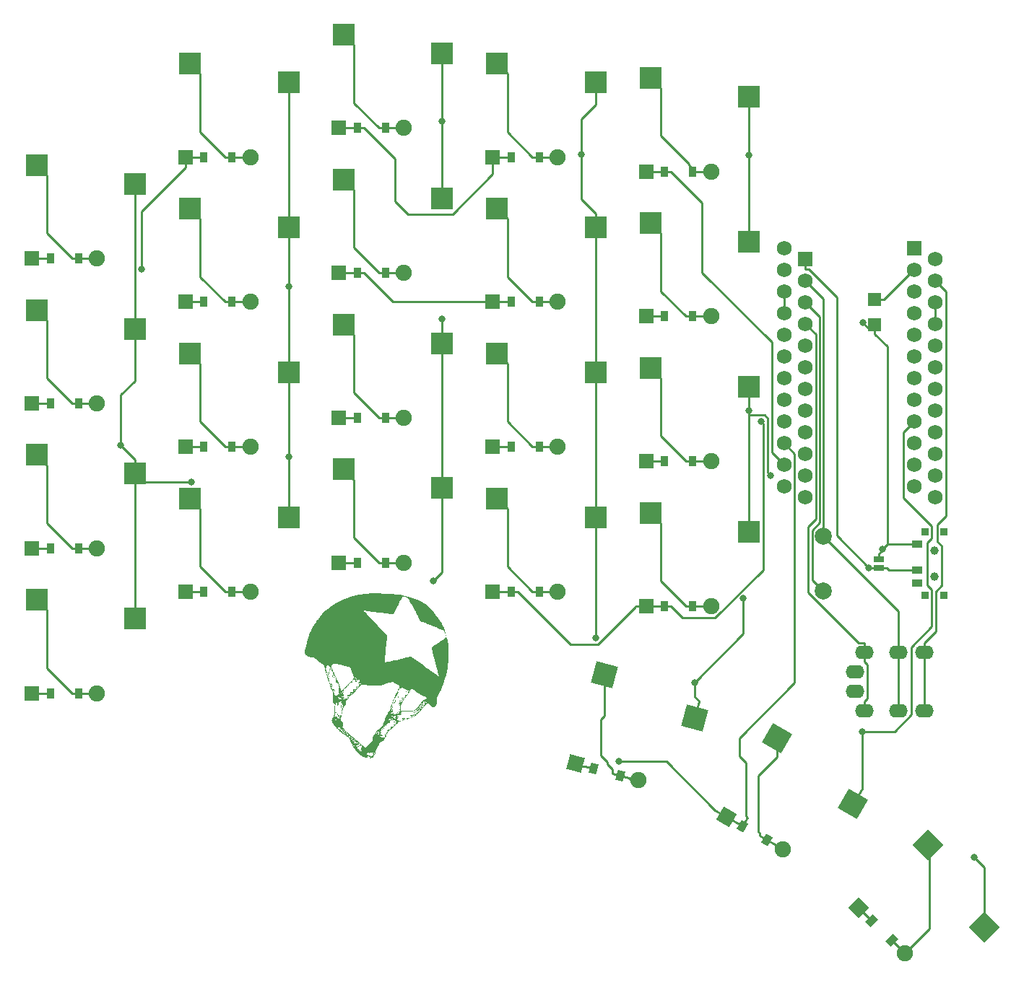
<source format=gbl>
%TF.GenerationSoftware,KiCad,Pcbnew,8.0.2*%
%TF.CreationDate,2024-05-30T16:07:25+01:00*%
%TF.ProjectId,board,626f6172-642e-46b6-9963-61645f706362,0.3*%
%TF.SameCoordinates,Original*%
%TF.FileFunction,Copper,L2,Bot*%
%TF.FilePolarity,Positive*%
%FSLAX46Y46*%
G04 Gerber Fmt 4.6, Leading zero omitted, Abs format (unit mm)*
G04 Created by KiCad (PCBNEW 8.0.2) date 2024-05-30 16:07:25*
%MOMM*%
%LPD*%
G01*
G04 APERTURE LIST*
G04 Aperture macros list*
%AMRotRect*
0 Rectangle, with rotation*
0 The origin of the aperture is its center*
0 $1 length*
0 $2 width*
0 $3 Rotation angle, in degrees counterclockwise*
0 Add horizontal line*
21,1,$1,$2,0,0,$3*%
G04 Aperture macros list end*
%TA.AperFunction,EtchedComponent*%
%ADD10C,0.000000*%
%TD*%
%TA.AperFunction,WasherPad*%
%ADD11C,1.000000*%
%TD*%
%TA.AperFunction,ComponentPad*%
%ADD12C,2.000000*%
%TD*%
%TA.AperFunction,SMDPad,CuDef*%
%ADD13R,2.600000X2.600000*%
%TD*%
%TA.AperFunction,ComponentPad*%
%ADD14R,1.778000X1.778000*%
%TD*%
%TA.AperFunction,SMDPad,CuDef*%
%ADD15R,0.900000X1.200000*%
%TD*%
%TA.AperFunction,ComponentPad*%
%ADD16C,1.905000*%
%TD*%
%TA.AperFunction,ComponentPad*%
%ADD17RotRect,1.778000X1.778000X345.000000*%
%TD*%
%TA.AperFunction,SMDPad,CuDef*%
%ADD18RotRect,0.900000X1.200000X345.000000*%
%TD*%
%TA.AperFunction,SMDPad,CuDef*%
%ADD19RotRect,2.600000X2.600000X315.000000*%
%TD*%
%TA.AperFunction,SMDPad,CuDef*%
%ADD20R,1.500000X1.500000*%
%TD*%
%TA.AperFunction,ComponentPad*%
%ADD21O,2.200000X1.600000*%
%TD*%
%TA.AperFunction,SMDPad,CuDef*%
%ADD22RotRect,2.600000X2.600000X345.000000*%
%TD*%
%TA.AperFunction,ComponentPad*%
%ADD23RotRect,1.778000X1.778000X315.000000*%
%TD*%
%TA.AperFunction,SMDPad,CuDef*%
%ADD24RotRect,0.900000X1.200000X315.000000*%
%TD*%
%TA.AperFunction,ComponentPad*%
%ADD25RotRect,1.778000X1.778000X330.000000*%
%TD*%
%TA.AperFunction,SMDPad,CuDef*%
%ADD26RotRect,0.900000X1.200000X330.000000*%
%TD*%
%TA.AperFunction,SMDPad,CuDef*%
%ADD27R,0.900000X0.900000*%
%TD*%
%TA.AperFunction,SMDPad,CuDef*%
%ADD28R,1.250000X0.900000*%
%TD*%
%TA.AperFunction,SMDPad,CuDef*%
%ADD29R,1.143000X0.635000*%
%TD*%
%TA.AperFunction,ComponentPad*%
%ADD30R,1.752600X1.752600*%
%TD*%
%TA.AperFunction,ComponentPad*%
%ADD31C,1.752600*%
%TD*%
%TA.AperFunction,SMDPad,CuDef*%
%ADD32RotRect,2.600000X2.600000X330.000000*%
%TD*%
%TA.AperFunction,ViaPad*%
%ADD33C,0.800000*%
%TD*%
%TA.AperFunction,Conductor*%
%ADD34C,0.250000*%
%TD*%
G04 APERTURE END LIST*
D10*
%TA.AperFunction,EtchedComponent*%
%TO.C,G\u002A\u002A\u002A*%
G36*
X31116336Y-2356417D02*
G01*
X31095169Y-2377584D01*
X31074003Y-2356417D01*
X31095169Y-2335251D01*
X31116336Y-2356417D01*
G37*
%TD.AperFunction*%
%TA.AperFunction,EtchedComponent*%
G36*
X31539669Y-3118418D02*
G01*
X31518503Y-3139584D01*
X31497336Y-3118418D01*
X31518503Y-3097251D01*
X31539669Y-3118418D01*
G37*
%TD.AperFunction*%
%TA.AperFunction,EtchedComponent*%
G36*
X31751336Y-4811751D02*
G01*
X31730169Y-4832918D01*
X31709003Y-4811751D01*
X31730169Y-4790584D01*
X31751336Y-4811751D01*
G37*
%TD.AperFunction*%
%TA.AperFunction,EtchedComponent*%
G36*
X32090003Y-9087418D02*
G01*
X32068836Y-9108584D01*
X32047669Y-9087418D01*
X32068836Y-9066251D01*
X32090003Y-9087418D01*
G37*
%TD.AperFunction*%
%TA.AperFunction,EtchedComponent*%
G36*
X33148336Y-5192751D02*
G01*
X33127169Y-5213918D01*
X33106003Y-5192751D01*
X33127169Y-5171584D01*
X33148336Y-5192751D01*
G37*
%TD.AperFunction*%
%TA.AperFunction,EtchedComponent*%
G36*
X33444669Y-10103418D02*
G01*
X33423503Y-10124584D01*
X33402336Y-10103418D01*
X33423503Y-10082251D01*
X33444669Y-10103418D01*
G37*
%TD.AperFunction*%
%TA.AperFunction,EtchedComponent*%
G36*
X33487003Y-4854084D02*
G01*
X33465836Y-4875251D01*
X33444669Y-4854084D01*
X33465836Y-4832918D01*
X33487003Y-4854084D01*
G37*
%TD.AperFunction*%
%TA.AperFunction,EtchedComponent*%
G36*
X33825669Y-4684751D02*
G01*
X33804503Y-4705918D01*
X33783336Y-4684751D01*
X33804503Y-4663584D01*
X33825669Y-4684751D01*
G37*
%TD.AperFunction*%
%TA.AperFunction,EtchedComponent*%
G36*
X34206669Y-4176751D02*
G01*
X34185503Y-4197918D01*
X34164336Y-4176751D01*
X34185503Y-4155584D01*
X34206669Y-4176751D01*
G37*
%TD.AperFunction*%
%TA.AperFunction,EtchedComponent*%
G36*
X34418336Y-11246418D02*
G01*
X34397169Y-11267584D01*
X34376003Y-11246418D01*
X34397169Y-11225251D01*
X34418336Y-11246418D01*
G37*
%TD.AperFunction*%
%TA.AperFunction,EtchedComponent*%
G36*
X34460669Y-11119418D02*
G01*
X34439503Y-11140584D01*
X34418336Y-11119418D01*
X34439503Y-11098251D01*
X34460669Y-11119418D01*
G37*
%TD.AperFunction*%
%TA.AperFunction,EtchedComponent*%
G36*
X34460669Y-11331084D02*
G01*
X34439503Y-11352251D01*
X34418336Y-11331084D01*
X34439503Y-11309918D01*
X34460669Y-11331084D01*
G37*
%TD.AperFunction*%
%TA.AperFunction,EtchedComponent*%
G36*
X34460669Y-11881418D02*
G01*
X34439503Y-11902584D01*
X34418336Y-11881418D01*
X34439503Y-11860251D01*
X34460669Y-11881418D01*
G37*
%TD.AperFunction*%
%TA.AperFunction,EtchedComponent*%
G36*
X34503003Y-3668751D02*
G01*
X34481836Y-3689918D01*
X34460669Y-3668751D01*
X34481836Y-3647584D01*
X34503003Y-3668751D01*
G37*
%TD.AperFunction*%
%TA.AperFunction,EtchedComponent*%
G36*
X34503003Y-11246418D02*
G01*
X34481836Y-11267584D01*
X34460669Y-11246418D01*
X34481836Y-11225251D01*
X34503003Y-11246418D01*
G37*
%TD.AperFunction*%
%TA.AperFunction,EtchedComponent*%
G36*
X34799336Y-11796751D02*
G01*
X34778169Y-11817918D01*
X34757003Y-11796751D01*
X34778169Y-11775584D01*
X34799336Y-11796751D01*
G37*
%TD.AperFunction*%
%TA.AperFunction,EtchedComponent*%
G36*
X36027003Y-12474084D02*
G01*
X36005836Y-12495251D01*
X35984669Y-12474084D01*
X36005836Y-12452918D01*
X36027003Y-12474084D01*
G37*
%TD.AperFunction*%
%TA.AperFunction,EtchedComponent*%
G36*
X37508670Y-8537084D02*
G01*
X37487503Y-8558251D01*
X37466336Y-8537084D01*
X37487503Y-8515918D01*
X37508670Y-8537084D01*
G37*
%TD.AperFunction*%
%TA.AperFunction,EtchedComponent*%
G36*
X37508670Y-9172084D02*
G01*
X37487503Y-9193251D01*
X37466336Y-9172084D01*
X37487503Y-9150918D01*
X37508670Y-9172084D01*
G37*
%TD.AperFunction*%
%TA.AperFunction,EtchedComponent*%
G36*
X37551003Y-8452418D02*
G01*
X37529836Y-8473584D01*
X37508670Y-8452418D01*
X37529836Y-8431251D01*
X37551003Y-8452418D01*
G37*
%TD.AperFunction*%
%TA.AperFunction,EtchedComponent*%
G36*
X37847336Y-8875751D02*
G01*
X37826170Y-8896918D01*
X37805003Y-8875751D01*
X37826170Y-8854584D01*
X37847336Y-8875751D01*
G37*
%TD.AperFunction*%
%TA.AperFunction,EtchedComponent*%
G36*
X37932003Y-8410084D02*
G01*
X37910836Y-8431251D01*
X37889670Y-8410084D01*
X37910836Y-8388918D01*
X37932003Y-8410084D01*
G37*
%TD.AperFunction*%
%TA.AperFunction,EtchedComponent*%
G36*
X38228336Y-8198418D02*
G01*
X38207170Y-8219584D01*
X38186003Y-8198418D01*
X38207170Y-8177251D01*
X38228336Y-8198418D01*
G37*
%TD.AperFunction*%
%TA.AperFunction,EtchedComponent*%
G36*
X38397670Y-6843751D02*
G01*
X38376503Y-6864918D01*
X38355336Y-6843751D01*
X38376503Y-6822584D01*
X38397670Y-6843751D01*
G37*
%TD.AperFunction*%
%TA.AperFunction,EtchedComponent*%
G36*
X38397670Y-9002751D02*
G01*
X38376503Y-9023918D01*
X38355336Y-9002751D01*
X38376503Y-8981584D01*
X38397670Y-9002751D01*
G37*
%TD.AperFunction*%
%TA.AperFunction,EtchedComponent*%
G36*
X38524670Y-8071418D02*
G01*
X38503503Y-8092584D01*
X38482336Y-8071418D01*
X38503503Y-8050251D01*
X38524670Y-8071418D01*
G37*
%TD.AperFunction*%
%TA.AperFunction,EtchedComponent*%
G36*
X38863336Y-6166418D02*
G01*
X38842170Y-6187584D01*
X38821003Y-6166418D01*
X38842170Y-6145251D01*
X38863336Y-6166418D01*
G37*
%TD.AperFunction*%
%TA.AperFunction,EtchedComponent*%
G36*
X39075003Y-7859751D02*
G01*
X39053836Y-7880918D01*
X39032670Y-7859751D01*
X39053836Y-7838584D01*
X39075003Y-7859751D01*
G37*
%TD.AperFunction*%
%TA.AperFunction,EtchedComponent*%
G36*
X39202003Y-4769418D02*
G01*
X39180836Y-4790584D01*
X39159670Y-4769418D01*
X39180836Y-4748251D01*
X39202003Y-4769418D01*
G37*
%TD.AperFunction*%
%TA.AperFunction,EtchedComponent*%
G36*
X39329003Y-7521084D02*
G01*
X39307836Y-7542251D01*
X39286670Y-7521084D01*
X39307836Y-7499918D01*
X39329003Y-7521084D01*
G37*
%TD.AperFunction*%
%TA.AperFunction,EtchedComponent*%
G36*
X39837003Y-5616084D02*
G01*
X39815836Y-5637251D01*
X39794670Y-5616084D01*
X39815836Y-5594918D01*
X39837003Y-5616084D01*
G37*
%TD.AperFunction*%
%TA.AperFunction,EtchedComponent*%
G36*
X39921670Y-8029084D02*
G01*
X39900503Y-8050251D01*
X39879336Y-8029084D01*
X39900503Y-8007918D01*
X39921670Y-8029084D01*
G37*
%TD.AperFunction*%
%TA.AperFunction,EtchedComponent*%
G36*
X41615003Y-7055417D02*
G01*
X41593836Y-7076584D01*
X41572670Y-7055417D01*
X41593836Y-7034251D01*
X41615003Y-7055417D01*
G37*
%TD.AperFunction*%
%TA.AperFunction,EtchedComponent*%
G36*
X42123003Y-6208751D02*
G01*
X42101836Y-6229918D01*
X42080670Y-6208751D01*
X42101836Y-6187584D01*
X42123003Y-6208751D01*
G37*
%TD.AperFunction*%
%TA.AperFunction,EtchedComponent*%
G36*
X30721225Y-2095362D02*
G01*
X30726291Y-2145601D01*
X30721225Y-2151806D01*
X30696058Y-2145995D01*
X30693003Y-2123584D01*
X30708492Y-2088739D01*
X30721225Y-2095362D01*
G37*
%TD.AperFunction*%
%TA.AperFunction,EtchedComponent*%
G36*
X30935537Y-2479007D02*
G01*
X30922912Y-2498248D01*
X30879975Y-2501242D01*
X30834804Y-2490903D01*
X30854398Y-2475665D01*
X30920560Y-2470619D01*
X30935537Y-2479007D01*
G37*
%TD.AperFunction*%
%TA.AperFunction,EtchedComponent*%
G36*
X31737225Y-5058695D02*
G01*
X31742291Y-5108935D01*
X31737225Y-5115140D01*
X31712058Y-5109329D01*
X31709003Y-5086918D01*
X31724492Y-5052073D01*
X31737225Y-5058695D01*
G37*
%TD.AperFunction*%
%TA.AperFunction,EtchedComponent*%
G36*
X31737225Y-7683362D02*
G01*
X31742291Y-7733602D01*
X31737225Y-7739807D01*
X31712058Y-7733995D01*
X31709003Y-7711584D01*
X31724492Y-7676739D01*
X31737225Y-7683362D01*
G37*
%TD.AperFunction*%
%TA.AperFunction,EtchedComponent*%
G36*
X31737921Y-4528647D02*
G01*
X31742968Y-4594809D01*
X31734579Y-4609786D01*
X31715338Y-4597160D01*
X31712345Y-4554223D01*
X31722683Y-4509052D01*
X31737921Y-4528647D01*
G37*
%TD.AperFunction*%
%TA.AperFunction,EtchedComponent*%
G36*
X33091891Y-4296695D02*
G01*
X33086080Y-4321863D01*
X33063669Y-4324918D01*
X33028824Y-4309429D01*
X33035447Y-4296695D01*
X33085687Y-4291629D01*
X33091891Y-4296695D01*
G37*
%TD.AperFunction*%
%TA.AperFunction,EtchedComponent*%
G36*
X34023225Y-10773695D02*
G01*
X34028291Y-10823935D01*
X34023225Y-10830140D01*
X33998058Y-10824329D01*
X33995003Y-10801918D01*
X34010492Y-10767073D01*
X34023225Y-10773695D01*
G37*
%TD.AperFunction*%
%TA.AperFunction,EtchedComponent*%
G36*
X34150225Y-4254362D02*
G01*
X34155291Y-4304602D01*
X34150225Y-4310807D01*
X34125058Y-4304995D01*
X34122003Y-4282584D01*
X34137492Y-4247739D01*
X34150225Y-4254362D01*
G37*
%TD.AperFunction*%
%TA.AperFunction,EtchedComponent*%
G36*
X34404225Y-4169695D02*
G01*
X34409291Y-4219935D01*
X34404225Y-4226140D01*
X34379058Y-4220329D01*
X34376003Y-4197918D01*
X34391492Y-4163073D01*
X34404225Y-4169695D01*
G37*
%TD.AperFunction*%
%TA.AperFunction,EtchedComponent*%
G36*
X36012891Y-12297695D02*
G01*
X36007080Y-12322863D01*
X35984669Y-12325918D01*
X35949824Y-12310429D01*
X35956447Y-12297695D01*
X36006687Y-12292629D01*
X36012891Y-12297695D01*
G37*
%TD.AperFunction*%
%TA.AperFunction,EtchedComponent*%
G36*
X37327871Y-8744341D02*
G01*
X37315246Y-8763582D01*
X37272309Y-8766576D01*
X37227137Y-8756237D01*
X37246732Y-8740999D01*
X37312894Y-8735952D01*
X37327871Y-8744341D01*
G37*
%TD.AperFunction*%
%TA.AperFunction,EtchedComponent*%
G36*
X37663706Y-9606001D02*
G01*
X37669298Y-9692672D01*
X37663706Y-9711834D01*
X37648255Y-9717152D01*
X37642354Y-9658918D01*
X37649007Y-9598820D01*
X37663706Y-9606001D01*
G37*
%TD.AperFunction*%
%TA.AperFunction,EtchedComponent*%
G36*
X38595225Y-7810362D02*
G01*
X38589414Y-7835529D01*
X38567003Y-7838584D01*
X38532158Y-7823095D01*
X38538781Y-7810362D01*
X38589021Y-7805296D01*
X38595225Y-7810362D01*
G37*
%TD.AperFunction*%
%TA.AperFunction,EtchedComponent*%
G36*
X38806892Y-5693695D02*
G01*
X38811958Y-5743935D01*
X38806892Y-5750140D01*
X38781725Y-5744329D01*
X38778670Y-5721918D01*
X38794159Y-5687073D01*
X38806892Y-5693695D01*
G37*
%TD.AperFunction*%
%TA.AperFunction,EtchedComponent*%
G36*
X39103225Y-8064362D02*
G01*
X39108292Y-8114602D01*
X39103225Y-8120807D01*
X39078058Y-8114995D01*
X39075003Y-8092584D01*
X39090492Y-8057739D01*
X39103225Y-8064362D01*
G37*
%TD.AperFunction*%
%TA.AperFunction,EtchedComponent*%
G36*
X39187892Y-7641029D02*
G01*
X39192958Y-7691269D01*
X39187892Y-7697473D01*
X39162725Y-7691662D01*
X39159670Y-7669251D01*
X39175159Y-7634406D01*
X39187892Y-7641029D01*
G37*
%TD.AperFunction*%
%TA.AperFunction,EtchedComponent*%
G36*
X39187892Y-8022029D02*
G01*
X39192958Y-8072269D01*
X39187892Y-8078473D01*
X39162725Y-8072662D01*
X39159670Y-8050251D01*
X39175159Y-8015406D01*
X39187892Y-8022029D01*
G37*
%TD.AperFunction*%
%TA.AperFunction,EtchedComponent*%
G36*
X39272559Y-6540362D02*
G01*
X39277625Y-6590602D01*
X39272559Y-6596807D01*
X39247391Y-6590995D01*
X39244336Y-6568584D01*
X39259825Y-6533739D01*
X39272559Y-6540362D01*
G37*
%TD.AperFunction*%
%TA.AperFunction,EtchedComponent*%
G36*
X39949892Y-4677695D02*
G01*
X39944081Y-4702863D01*
X39921670Y-4705918D01*
X39886825Y-4690429D01*
X39893447Y-4677695D01*
X39943687Y-4672629D01*
X39949892Y-4677695D01*
G37*
%TD.AperFunction*%
%TA.AperFunction,EtchedComponent*%
G36*
X39949892Y-4762362D02*
G01*
X39944081Y-4787529D01*
X39921670Y-4790584D01*
X39886825Y-4775095D01*
X39893447Y-4762362D01*
X39943687Y-4757296D01*
X39949892Y-4762362D01*
G37*
%TD.AperFunction*%
%TA.AperFunction,EtchedComponent*%
G36*
X40121871Y-4807341D02*
G01*
X40109246Y-4826582D01*
X40066309Y-4829576D01*
X40021137Y-4819237D01*
X40040732Y-4803999D01*
X40106894Y-4798952D01*
X40121871Y-4807341D01*
G37*
%TD.AperFunction*%
%TA.AperFunction,EtchedComponent*%
G36*
X31363795Y-3834042D02*
G01*
X31409242Y-3876667D01*
X31399919Y-3901172D01*
X31394001Y-3901584D01*
X31358195Y-3871516D01*
X31345127Y-3852710D01*
X31340137Y-3823742D01*
X31363795Y-3834042D01*
G37*
%TD.AperFunction*%
%TA.AperFunction,EtchedComponent*%
G36*
X31370013Y-4350492D02*
G01*
X31375589Y-4355962D01*
X31409027Y-4411466D01*
X31404493Y-4431871D01*
X31373003Y-4419167D01*
X31351891Y-4379660D01*
X31339002Y-4330203D01*
X31370013Y-4350492D01*
G37*
%TD.AperFunction*%
%TA.AperFunction,EtchedComponent*%
G36*
X33057128Y-5527375D02*
G01*
X33102575Y-5570000D01*
X33093252Y-5594506D01*
X33087334Y-5594918D01*
X33051528Y-5564849D01*
X33038460Y-5546043D01*
X33033470Y-5517075D01*
X33057128Y-5527375D01*
G37*
%TD.AperFunction*%
%TA.AperFunction,EtchedComponent*%
G36*
X34411795Y-11411709D02*
G01*
X34457242Y-11454334D01*
X34447919Y-11478839D01*
X34442001Y-11479251D01*
X34406195Y-11449183D01*
X34393127Y-11430377D01*
X34388137Y-11401408D01*
X34411795Y-11411709D01*
G37*
%TD.AperFunction*%
%TA.AperFunction,EtchedComponent*%
G36*
X35768710Y-11999702D02*
G01*
X35791428Y-12025148D01*
X35780157Y-12069983D01*
X35751593Y-12087320D01*
X35697153Y-12080600D01*
X35688336Y-12049422D01*
X35714914Y-11993544D01*
X35768710Y-11999702D01*
G37*
%TD.AperFunction*%
%TA.AperFunction,EtchedComponent*%
G36*
X37144287Y-9571705D02*
G01*
X37151860Y-9617189D01*
X37146696Y-9690297D01*
X37125235Y-9686205D01*
X37104223Y-9655229D01*
X37102127Y-9587790D01*
X37113820Y-9571167D01*
X37144287Y-9571705D01*
G37*
%TD.AperFunction*%
%TA.AperFunction,EtchedComponent*%
G36*
X37486222Y-9048909D02*
G01*
X37448106Y-9118576D01*
X37395794Y-9166602D01*
X37368916Y-9166387D01*
X37373812Y-9120769D01*
X37406868Y-9077338D01*
X37470181Y-9030190D01*
X37486222Y-9048909D01*
G37*
%TD.AperFunction*%
%TA.AperFunction,EtchedComponent*%
G36*
X38462854Y-6621501D02*
G01*
X38396729Y-6714087D01*
X38362678Y-6733976D01*
X38355336Y-6702145D01*
X38383992Y-6650838D01*
X38446556Y-6585729D01*
X38537776Y-6505084D01*
X38462854Y-6621501D01*
G37*
%TD.AperFunction*%
%TA.AperFunction,EtchedComponent*%
G36*
X38487504Y-6370676D02*
G01*
X38515550Y-6440824D01*
X38512613Y-6467752D01*
X38483737Y-6452659D01*
X38466399Y-6418781D01*
X38442415Y-6338398D01*
X38452263Y-6322360D01*
X38487504Y-6370676D01*
G37*
%TD.AperFunction*%
%TA.AperFunction,EtchedComponent*%
G36*
X39202003Y-5443223D02*
G01*
X39167918Y-5501539D01*
X39134975Y-5510251D01*
X39085602Y-5485637D01*
X39084704Y-5459980D01*
X39126841Y-5404076D01*
X39177567Y-5396968D01*
X39202003Y-5443223D01*
G37*
%TD.AperFunction*%
%TA.AperFunction,EtchedComponent*%
G36*
X39605525Y-5834129D02*
G01*
X39663250Y-5865631D01*
X39639171Y-5880705D01*
X39585936Y-5879832D01*
X39527889Y-5861700D01*
X39523791Y-5841979D01*
X39574016Y-5826665D01*
X39605525Y-5834129D01*
G37*
%TD.AperFunction*%
%TA.AperFunction,EtchedComponent*%
G36*
X39718300Y-7904238D02*
G01*
X39728391Y-7927747D01*
X39668802Y-7962169D01*
X39594665Y-7955370D01*
X39568397Y-7933834D01*
X39588503Y-7907843D01*
X39650285Y-7895997D01*
X39718300Y-7904238D01*
G37*
%TD.AperFunction*%
%TA.AperFunction,EtchedComponent*%
G36*
X30860613Y-2619981D02*
G01*
X30862336Y-2631584D01*
X30847892Y-2672817D01*
X30843668Y-2673917D01*
X30807525Y-2644253D01*
X30798836Y-2631584D01*
X30802192Y-2592574D01*
X30817504Y-2589251D01*
X30860613Y-2619981D01*
G37*
%TD.AperFunction*%
%TA.AperFunction,EtchedComponent*%
G36*
X31062850Y-3250147D02*
G01*
X31031669Y-3308918D01*
X30998792Y-3348589D01*
X30990127Y-3310459D01*
X30989984Y-3300833D01*
X31011556Y-3224289D01*
X31031669Y-3203084D01*
X31069065Y-3199668D01*
X31062850Y-3250147D01*
G37*
%TD.AperFunction*%
%TA.AperFunction,EtchedComponent*%
G36*
X31666669Y-3076084D02*
G01*
X31707054Y-3114125D01*
X31709003Y-3120916D01*
X31676250Y-3139099D01*
X31666669Y-3139584D01*
X31625963Y-3107040D01*
X31624336Y-3094753D01*
X31650271Y-3069470D01*
X31666669Y-3076084D01*
G37*
%TD.AperFunction*%
%TA.AperFunction,EtchedComponent*%
G36*
X31697850Y-4731814D02*
G01*
X31666669Y-4790584D01*
X31633792Y-4830255D01*
X31625127Y-4792126D01*
X31624984Y-4782499D01*
X31646556Y-4705956D01*
X31666669Y-4684751D01*
X31704065Y-4681335D01*
X31697850Y-4731814D01*
G37*
%TD.AperFunction*%
%TA.AperFunction,EtchedComponent*%
G36*
X31736784Y-4901186D02*
G01*
X31730169Y-4917584D01*
X31692128Y-4957970D01*
X31685337Y-4959918D01*
X31667155Y-4927165D01*
X31666669Y-4917584D01*
X31699213Y-4876878D01*
X31711501Y-4875251D01*
X31736784Y-4901186D01*
G37*
%TD.AperFunction*%
%TA.AperFunction,EtchedComponent*%
G36*
X33442946Y-3974647D02*
G01*
X33444669Y-3986251D01*
X33430226Y-4027484D01*
X33426001Y-4028584D01*
X33389858Y-3998920D01*
X33381169Y-3986251D01*
X33384526Y-3947242D01*
X33399837Y-3943918D01*
X33442946Y-3974647D01*
G37*
%TD.AperFunction*%
%TA.AperFunction,EtchedComponent*%
G36*
X33643054Y-10278929D02*
G01*
X33635169Y-10293918D01*
X33595282Y-10334346D01*
X33587839Y-10336251D01*
X33584951Y-10308906D01*
X33592836Y-10293918D01*
X33632723Y-10253489D01*
X33640166Y-10251584D01*
X33643054Y-10278929D01*
G37*
%TD.AperFunction*%
%TA.AperFunction,EtchedComponent*%
G36*
X33732690Y-10235723D02*
G01*
X33792564Y-10294334D01*
X33797469Y-10298117D01*
X33798387Y-10332535D01*
X33774377Y-10346875D01*
X33723624Y-10333635D01*
X33709598Y-10284481D01*
X33715895Y-10231640D01*
X33732690Y-10235723D01*
G37*
%TD.AperFunction*%
%TA.AperFunction,EtchedComponent*%
G36*
X34141570Y-3263997D02*
G01*
X34129482Y-3307435D01*
X34101948Y-3323800D01*
X34035413Y-3325584D01*
X34017768Y-3311505D01*
X34029856Y-3268067D01*
X34057390Y-3251702D01*
X34123926Y-3249918D01*
X34141570Y-3263997D01*
G37*
%TD.AperFunction*%
%TA.AperFunction,EtchedComponent*%
G36*
X34532054Y-3886596D02*
G01*
X34524169Y-3901584D01*
X34484282Y-3942013D01*
X34476839Y-3943918D01*
X34473951Y-3916573D01*
X34481836Y-3901584D01*
X34521723Y-3861156D01*
X34529166Y-3859251D01*
X34532054Y-3886596D01*
G37*
%TD.AperFunction*%
%TA.AperFunction,EtchedComponent*%
G36*
X34714669Y-11638872D02*
G01*
X34680855Y-11689816D01*
X34651169Y-11706227D01*
X34596062Y-11719977D01*
X34587670Y-11715939D01*
X34615666Y-11680571D01*
X34651169Y-11648584D01*
X34702739Y-11622825D01*
X34714669Y-11638872D01*
G37*
%TD.AperFunction*%
%TA.AperFunction,EtchedComponent*%
G36*
X36111669Y-12304751D02*
G01*
X36152054Y-12342792D01*
X36154003Y-12349583D01*
X36121250Y-12367766D01*
X36111669Y-12368251D01*
X36070963Y-12335707D01*
X36069336Y-12323419D01*
X36095271Y-12298136D01*
X36111669Y-12304751D01*
G37*
%TD.AperFunction*%
%TA.AperFunction,EtchedComponent*%
G36*
X37309519Y-9181811D02*
G01*
X37318170Y-9193251D01*
X37316235Y-9232323D01*
X37302000Y-9235584D01*
X37242154Y-9204691D01*
X37233503Y-9193251D01*
X37235438Y-9154179D01*
X37249673Y-9150918D01*
X37309519Y-9181811D01*
G37*
%TD.AperFunction*%
%TA.AperFunction,EtchedComponent*%
G36*
X38694003Y-8452418D02*
G01*
X38734388Y-8490459D01*
X38736336Y-8497249D01*
X38703583Y-8515432D01*
X38694003Y-8515918D01*
X38653296Y-8483374D01*
X38651670Y-8471086D01*
X38677604Y-8445803D01*
X38694003Y-8452418D01*
G37*
%TD.AperFunction*%
%TA.AperFunction,EtchedComponent*%
G36*
X38880724Y-7379033D02*
G01*
X38834170Y-7404080D01*
X38760546Y-7415955D01*
X38703121Y-7410026D01*
X38694003Y-7399019D01*
X38729924Y-7379933D01*
X38798555Y-7362801D01*
X38868127Y-7359828D01*
X38880724Y-7379033D01*
G37*
%TD.AperFunction*%
%TA.AperFunction,EtchedComponent*%
G36*
X38904529Y-7235874D02*
G01*
X38905670Y-7245918D01*
X38871212Y-7283070D01*
X38839671Y-7288251D01*
X38795854Y-7267728D01*
X38799836Y-7245918D01*
X38853958Y-7205199D01*
X38865835Y-7203584D01*
X38904529Y-7235874D01*
G37*
%TD.AperFunction*%
%TA.AperFunction,EtchedComponent*%
G36*
X39088357Y-5117246D02*
G01*
X39091809Y-5122195D01*
X39078859Y-5153118D01*
X39051974Y-5157473D01*
X38996791Y-5137865D01*
X38990336Y-5122195D01*
X39022409Y-5087595D01*
X39030171Y-5086918D01*
X39088357Y-5117246D01*
G37*
%TD.AperFunction*%
%TA.AperFunction,EtchedComponent*%
G36*
X39104055Y-7654263D02*
G01*
X39096170Y-7669251D01*
X39056283Y-7709679D01*
X39048840Y-7711584D01*
X39045951Y-7684239D01*
X39053836Y-7669251D01*
X39093723Y-7628823D01*
X39101166Y-7626918D01*
X39104055Y-7654263D01*
G37*
%TD.AperFunction*%
%TA.AperFunction,EtchedComponent*%
G36*
X39275524Y-7141874D02*
G01*
X39242932Y-7207734D01*
X39201242Y-7245451D01*
X39197115Y-7245918D01*
X39186343Y-7216592D01*
X39210625Y-7163176D01*
X39255372Y-7104099D01*
X39275480Y-7093617D01*
X39275524Y-7141874D01*
G37*
%TD.AperFunction*%
%TA.AperFunction,EtchedComponent*%
G36*
X39321839Y-6422110D02*
G01*
X39329003Y-6441584D01*
X39294715Y-6479142D01*
X39265503Y-6483918D01*
X39209167Y-6461059D01*
X39202003Y-6441584D01*
X39236291Y-6404027D01*
X39265503Y-6399251D01*
X39321839Y-6422110D01*
G37*
%TD.AperFunction*%
%TA.AperFunction,EtchedComponent*%
G36*
X40663062Y-7740663D02*
G01*
X40683136Y-7752692D01*
X40714684Y-7781339D01*
X40670644Y-7786608D01*
X40651386Y-7785368D01*
X40577186Y-7767107D01*
X40556670Y-7744909D01*
X40585224Y-7713800D01*
X40663062Y-7740663D01*
G37*
%TD.AperFunction*%
%TA.AperFunction,EtchedComponent*%
G36*
X41000306Y-7235391D02*
G01*
X41070781Y-7262593D01*
X41082845Y-7293092D01*
X41025278Y-7328552D01*
X40952572Y-7284425D01*
X40942483Y-7272884D01*
X40921954Y-7233548D01*
X40966764Y-7229675D01*
X41000306Y-7235391D01*
G37*
%TD.AperFunction*%
%TA.AperFunction,EtchedComponent*%
G36*
X41063440Y-7151132D02*
G01*
X41064670Y-7161251D01*
X41032455Y-7202354D01*
X41022336Y-7203584D01*
X40981233Y-7171370D01*
X40980003Y-7161251D01*
X41012218Y-7120147D01*
X41022336Y-7118918D01*
X41063440Y-7151132D01*
G37*
%TD.AperFunction*%
%TA.AperFunction,EtchedComponent*%
G36*
X41298300Y-7319282D02*
G01*
X41291645Y-7351751D01*
X41261598Y-7407452D01*
X41250640Y-7415251D01*
X41235842Y-7380682D01*
X41234003Y-7351751D01*
X41256157Y-7295405D01*
X41275008Y-7288251D01*
X41298300Y-7319282D01*
G37*
%TD.AperFunction*%
%TA.AperFunction,EtchedComponent*%
G36*
X41808070Y-6466755D02*
G01*
X41784336Y-6505084D01*
X41734243Y-6557658D01*
X41716981Y-6568584D01*
X41716561Y-6536538D01*
X41726694Y-6505084D01*
X41771107Y-6448999D01*
X41794049Y-6441584D01*
X41808070Y-6466755D01*
G37*
%TD.AperFunction*%
%TA.AperFunction,EtchedComponent*%
G36*
X42122518Y-6389671D02*
G01*
X42123003Y-6399251D01*
X42090459Y-6439958D01*
X42078171Y-6441584D01*
X42052888Y-6415649D01*
X42059503Y-6399251D01*
X42097544Y-6358866D01*
X42104335Y-6356918D01*
X42122518Y-6389671D01*
G37*
%TD.AperFunction*%
%TA.AperFunction,EtchedComponent*%
G36*
X32597731Y-4882998D02*
G01*
X32598003Y-4891234D01*
X32575033Y-4955160D01*
X32524854Y-5008701D01*
X32475564Y-5026621D01*
X32460320Y-5014890D01*
X32473423Y-4963924D01*
X32520051Y-4907001D01*
X32578425Y-4862476D01*
X32597731Y-4882998D01*
G37*
%TD.AperFunction*%
%TA.AperFunction,EtchedComponent*%
G36*
X39138389Y-7775965D02*
G01*
X39159469Y-7808429D01*
X39190288Y-7892261D01*
X39187175Y-7935429D01*
X39167965Y-7962430D01*
X39163012Y-7937297D01*
X39148048Y-7856179D01*
X39135307Y-7810297D01*
X39120520Y-7756743D01*
X39138389Y-7775965D01*
G37*
%TD.AperFunction*%
%TA.AperFunction,EtchedComponent*%
G36*
X39772719Y-5526228D02*
G01*
X39759655Y-5564540D01*
X39750353Y-5576141D01*
X39702371Y-5628605D01*
X39673328Y-5627471D01*
X39653559Y-5609029D01*
X39627877Y-5554752D01*
X39682563Y-5525319D01*
X39713203Y-5521650D01*
X39772719Y-5526228D01*
G37*
%TD.AperFunction*%
%TA.AperFunction,EtchedComponent*%
G36*
X38576263Y-7316331D02*
G01*
X38591193Y-7372918D01*
X38577235Y-7441762D01*
X38557932Y-7457584D01*
X38527926Y-7423416D01*
X38524670Y-7397612D01*
X38492662Y-7329633D01*
X38471753Y-7316288D01*
X38462570Y-7298525D01*
X38505015Y-7291593D01*
X38576263Y-7316331D01*
G37*
%TD.AperFunction*%
%TA.AperFunction,EtchedComponent*%
G36*
X38757503Y-8312539D02*
G01*
X38842170Y-8398998D01*
X38743811Y-8368951D01*
X38644668Y-8367316D01*
X38586407Y-8416828D01*
X38541575Y-8458891D01*
X38526016Y-8446524D01*
X38550438Y-8380665D01*
X38598753Y-8312189D01*
X38672836Y-8226081D01*
X38757503Y-8312539D01*
G37*
%TD.AperFunction*%
%TA.AperFunction,EtchedComponent*%
G36*
X31070845Y-2885584D02*
G01*
X31057282Y-2943646D01*
X31025167Y-3023102D01*
X30987645Y-3097275D01*
X30957865Y-3139484D01*
X30948503Y-3133861D01*
X30962903Y-3080716D01*
X31000290Y-2984526D01*
X31008845Y-2964527D01*
X31047728Y-2889235D01*
X31069305Y-2875138D01*
X31070845Y-2885584D01*
G37*
%TD.AperFunction*%
%TA.AperFunction,EtchedComponent*%
G36*
X31459943Y-2928823D02*
G01*
X31502094Y-2962980D01*
X31562948Y-3021740D01*
X31582003Y-3050215D01*
X31560415Y-3046958D01*
X31554148Y-3041174D01*
X31502409Y-3038004D01*
X31480064Y-3051658D01*
X31441700Y-3053307D01*
X31428010Y-2992279D01*
X31429475Y-2925138D01*
X31459943Y-2928823D01*
G37*
%TD.AperFunction*%
%TA.AperFunction,EtchedComponent*%
G36*
X34534821Y-3408252D02*
G01*
X34562052Y-3466431D01*
X34557591Y-3520626D01*
X34530938Y-3594202D01*
X34502086Y-3591726D01*
X34483644Y-3565843D01*
X34489104Y-3511557D01*
X34503003Y-3499418D01*
X34525844Y-3446125D01*
X34518319Y-3426452D01*
X34516537Y-3400294D01*
X34534821Y-3408252D01*
G37*
%TD.AperFunction*%
%TA.AperFunction,EtchedComponent*%
G36*
X38689483Y-8644759D02*
G01*
X38717441Y-8700967D01*
X38685613Y-8753936D01*
X38658612Y-8757085D01*
X38668794Y-8734125D01*
X38675098Y-8691717D01*
X38634587Y-8691998D01*
X38584541Y-8726980D01*
X38550057Y-8735330D01*
X38542813Y-8693718D01*
X38576937Y-8629671D01*
X38617360Y-8618727D01*
X38689483Y-8644759D01*
G37*
%TD.AperFunction*%
%TA.AperFunction,EtchedComponent*%
G36*
X42200078Y-5928485D02*
G01*
X42229465Y-5968476D01*
X42226095Y-5980354D01*
X42168884Y-6017548D01*
X42160340Y-6018251D01*
X42137388Y-5992168D01*
X42144170Y-5975918D01*
X42137541Y-5937394D01*
X42118446Y-5933584D01*
X42084214Y-5920294D01*
X42088722Y-5911421D01*
X42139676Y-5902699D01*
X42200078Y-5928485D01*
G37*
%TD.AperFunction*%
%TA.AperFunction,EtchedComponent*%
G36*
X38776295Y-5827092D02*
G01*
X38779318Y-5852445D01*
X38787483Y-5889867D01*
X38815755Y-5855960D01*
X38840361Y-5844667D01*
X38847262Y-5915309D01*
X38846857Y-5929947D01*
X38832880Y-6032320D01*
X38805766Y-6053801D01*
X38772402Y-5992818D01*
X38760032Y-5949756D01*
X38747093Y-5860036D01*
X38755443Y-5815700D01*
X38776295Y-5827092D01*
G37*
%TD.AperFunction*%
%TA.AperFunction,EtchedComponent*%
G36*
X34312934Y-4224154D02*
G01*
X34285936Y-4269344D01*
X34250825Y-4320093D01*
X34279623Y-4320777D01*
X34307907Y-4310708D01*
X34361981Y-4296555D01*
X34347465Y-4329063D01*
X34334473Y-4345115D01*
X34280328Y-4401411D01*
X34247811Y-4395977D01*
X34230197Y-4371071D01*
X34222728Y-4301223D01*
X34253801Y-4228458D01*
X34301049Y-4197918D01*
X34312934Y-4224154D01*
G37*
%TD.AperFunction*%
%TA.AperFunction,EtchedComponent*%
G36*
X32511240Y-6437638D02*
G01*
X32530267Y-6455391D01*
X32551075Y-6493889D01*
X32523655Y-6511923D01*
X32487911Y-6551523D01*
X32491988Y-6568290D01*
X32494447Y-6630319D01*
X32474341Y-6702258D01*
X32453030Y-6739699D01*
X32441799Y-6710625D01*
X32438927Y-6607458D01*
X32439632Y-6549370D01*
X32444808Y-6427937D01*
X32453916Y-6360179D01*
X32463890Y-6358870D01*
X32511240Y-6437638D01*
G37*
%TD.AperFunction*%
%TA.AperFunction,EtchedComponent*%
G36*
X37733757Y-8743830D02*
G01*
X37725782Y-8820332D01*
X37698358Y-8855258D01*
X37656534Y-8878315D01*
X37653040Y-8834024D01*
X37657214Y-8810292D01*
X37662599Y-8791084D01*
X37678003Y-8791084D01*
X37699170Y-8812251D01*
X37720336Y-8791084D01*
X37699170Y-8769918D01*
X37678003Y-8791084D01*
X37662599Y-8791084D01*
X37683767Y-8715589D01*
X37712038Y-8703878D01*
X37733757Y-8743830D01*
G37*
%TD.AperFunction*%
%TA.AperFunction,EtchedComponent*%
G36*
X36276160Y-12011922D02*
G01*
X36302206Y-12076175D01*
X36290361Y-12152366D01*
X36249258Y-12197428D01*
X36238669Y-12198918D01*
X36197175Y-12165096D01*
X36178702Y-12129359D01*
X36166612Y-12058881D01*
X36174173Y-12037636D01*
X36194697Y-12047912D01*
X36196336Y-12064862D01*
X36223819Y-12111475D01*
X36237341Y-12114251D01*
X36259781Y-12082141D01*
X36252277Y-12040168D01*
X36243156Y-11992259D01*
X36276160Y-12011922D01*
G37*
%TD.AperFunction*%
%TA.AperFunction,EtchedComponent*%
G36*
X38501686Y-6697716D02*
G01*
X38504351Y-6788330D01*
X38499420Y-6923089D01*
X38492233Y-7070989D01*
X38497378Y-7154757D01*
X38521797Y-7194757D01*
X38572435Y-7211355D01*
X38599169Y-7215636D01*
X38669712Y-7227813D01*
X38663177Y-7234424D01*
X38577446Y-7239575D01*
X38439721Y-7245918D01*
X38453977Y-6970747D01*
X38464688Y-6826037D01*
X38478687Y-6717898D01*
X38491952Y-6671858D01*
X38501686Y-6697716D01*
G37*
%TD.AperFunction*%
%TA.AperFunction,EtchedComponent*%
G36*
X31282327Y-3869834D02*
G01*
X31303059Y-3932769D01*
X31323413Y-3943918D01*
X31368934Y-3979308D01*
X31391267Y-4062417D01*
X31387056Y-4158653D01*
X31352944Y-4233422D01*
X31351634Y-4234762D01*
X31298473Y-4271685D01*
X31285669Y-4249322D01*
X31310710Y-4201206D01*
X31324257Y-4197918D01*
X31353518Y-4166276D01*
X31331985Y-4077846D01*
X31291471Y-3994487D01*
X31258035Y-3902949D01*
X31258415Y-3846321D01*
X31276516Y-3836234D01*
X31282327Y-3869834D01*
G37*
%TD.AperFunction*%
%TA.AperFunction,EtchedComponent*%
G36*
X39166386Y-7285413D02*
G01*
X39170206Y-7286914D01*
X39224254Y-7315949D01*
X39216049Y-7327901D01*
X39131093Y-7344467D01*
X39110215Y-7351306D01*
X39026763Y-7349358D01*
X38997370Y-7336031D01*
X38973574Y-7302362D01*
X39046781Y-7302362D01*
X39052592Y-7327529D01*
X39075003Y-7330584D01*
X39109848Y-7315095D01*
X39103225Y-7302362D01*
X39052985Y-7297296D01*
X39046781Y-7302362D01*
X38973574Y-7302362D01*
X38970887Y-7298560D01*
X39005692Y-7273239D01*
X39078590Y-7266660D01*
X39166386Y-7285413D01*
G37*
%TD.AperFunction*%
%TA.AperFunction,EtchedComponent*%
G36*
X36816693Y-9517719D02*
G01*
X36810624Y-9570965D01*
X36821854Y-9581219D01*
X36839183Y-9627889D01*
X36832702Y-9703116D01*
X36809112Y-9776545D01*
X36764475Y-9784326D01*
X36704336Y-9757436D01*
X36628514Y-9704636D01*
X36602736Y-9660321D01*
X36616298Y-9569366D01*
X36639361Y-9544447D01*
X36666523Y-9555878D01*
X36686301Y-9593652D01*
X36657165Y-9619574D01*
X36622758Y-9664286D01*
X36629463Y-9682822D01*
X36674804Y-9679922D01*
X36733268Y-9636457D01*
X36769540Y-9581305D01*
X36770860Y-9567195D01*
X36794484Y-9516137D01*
X36806373Y-9503695D01*
X36826117Y-9497058D01*
X36816693Y-9517719D01*
G37*
%TD.AperFunction*%
%TA.AperFunction,EtchedComponent*%
G36*
X38690740Y-5911790D02*
G01*
X38692657Y-5962836D01*
X38711078Y-6048286D01*
X38736336Y-6081751D01*
X38776586Y-6143575D01*
X38778021Y-6158333D01*
X38764026Y-6179846D01*
X38740980Y-6151315D01*
X38699082Y-6119019D01*
X38675630Y-6140731D01*
X38619414Y-6185997D01*
X38575398Y-6157106D01*
X38567003Y-6111009D01*
X38575656Y-6078223D01*
X38612678Y-6078223D01*
X38620462Y-6133130D01*
X38634913Y-6133786D01*
X38645018Y-6077127D01*
X38638255Y-6052647D01*
X38619457Y-6036612D01*
X38612678Y-6078223D01*
X38575656Y-6078223D01*
X38591752Y-6017234D01*
X38629157Y-5952259D01*
X38675641Y-5896369D01*
X38690740Y-5911790D01*
G37*
%TD.AperFunction*%
%TA.AperFunction,EtchedComponent*%
G36*
X31054732Y-2550654D02*
G01*
X31057069Y-2622210D01*
X31053267Y-2706420D01*
X31043832Y-2729018D01*
X31040841Y-2722601D01*
X31004440Y-2672111D01*
X30969631Y-2687446D01*
X30959225Y-2752468D01*
X30963735Y-2777156D01*
X30970469Y-2871360D01*
X30936348Y-2902500D01*
X30872141Y-2860933D01*
X30871250Y-2859974D01*
X30849140Y-2822084D01*
X30904669Y-2822084D01*
X30925836Y-2843251D01*
X30947003Y-2822084D01*
X30925836Y-2800917D01*
X30904669Y-2822084D01*
X30849140Y-2822084D01*
X30843406Y-2812257D01*
X30856078Y-2800917D01*
X30894117Y-2764905D01*
X30923337Y-2689970D01*
X30963773Y-2585784D01*
X31004126Y-2526080D01*
X31039459Y-2506405D01*
X31054732Y-2550654D01*
G37*
%TD.AperFunction*%
%TA.AperFunction,EtchedComponent*%
G36*
X34608476Y-10818235D02*
G01*
X34696996Y-10890269D01*
X34755690Y-10948730D01*
X34837339Y-11039056D01*
X34862665Y-11089851D01*
X34838587Y-11117875D01*
X34827494Y-11122593D01*
X34767000Y-11174597D01*
X34757003Y-11208613D01*
X34730089Y-11261939D01*
X34710140Y-11267584D01*
X34681544Y-11236901D01*
X34687124Y-11205440D01*
X34686673Y-11137321D01*
X34670487Y-11118275D01*
X34631226Y-11057480D01*
X34630003Y-11044953D01*
X34645798Y-11020263D01*
X34680803Y-11047451D01*
X34741973Y-11090514D01*
X34782533Y-11092988D01*
X34776555Y-11053306D01*
X34718301Y-11004714D01*
X34647057Y-10969688D01*
X34570149Y-10918030D01*
X34545336Y-10866465D01*
X34560055Y-10811134D01*
X34608476Y-10818235D01*
G37*
%TD.AperFunction*%
%TA.AperFunction,EtchedComponent*%
G36*
X32068457Y-7409775D02*
G01*
X32104591Y-7499354D01*
X32106407Y-7507855D01*
X32131935Y-7594750D01*
X32164178Y-7607907D01*
X32183665Y-7592522D01*
X32245661Y-7548676D01*
X32282812Y-7548667D01*
X32271846Y-7589809D01*
X32262741Y-7601648D01*
X32216099Y-7680644D01*
X32179786Y-7779510D01*
X32161539Y-7869005D01*
X32169099Y-7919887D01*
X32177624Y-7923251D01*
X32215878Y-7955554D01*
X32217003Y-7965584D01*
X32192279Y-8005265D01*
X32147831Y-7995180D01*
X32128047Y-7955001D01*
X32127185Y-7877229D01*
X32131101Y-7766701D01*
X32105258Y-7624568D01*
X32050723Y-7556210D01*
X31981659Y-7474826D01*
X31966532Y-7407060D01*
X32008685Y-7373680D01*
X32021211Y-7372918D01*
X32068457Y-7409775D01*
G37*
%TD.AperFunction*%
%TA.AperFunction,EtchedComponent*%
G36*
X31204293Y-2015264D02*
G01*
X31205758Y-2023150D01*
X31216774Y-2133540D01*
X31225026Y-2259821D01*
X31229300Y-2374085D01*
X31228378Y-2448422D01*
X31224887Y-2462251D01*
X31199036Y-2429413D01*
X31187260Y-2402834D01*
X31177607Y-2315942D01*
X31185873Y-2244084D01*
X31197813Y-2175512D01*
X31178865Y-2181376D01*
X31140424Y-2227226D01*
X31093081Y-2280045D01*
X31079226Y-2263631D01*
X31083236Y-2192814D01*
X31103530Y-2111774D01*
X31112164Y-2095362D01*
X31130447Y-2095362D01*
X31136258Y-2120529D01*
X31158669Y-2123584D01*
X31193514Y-2108095D01*
X31186891Y-2095362D01*
X31136652Y-2090295D01*
X31130447Y-2095362D01*
X31112164Y-2095362D01*
X31140923Y-2040697D01*
X31179736Y-2001291D01*
X31204293Y-2015264D01*
G37*
%TD.AperFunction*%
%TA.AperFunction,EtchedComponent*%
G36*
X33843081Y-4545890D02*
G01*
X33850010Y-4555259D01*
X33898293Y-4646852D01*
X33910984Y-4703425D01*
X33918050Y-4746434D01*
X33947802Y-4712226D01*
X33950364Y-4708199D01*
X33965768Y-4618927D01*
X33952861Y-4579276D01*
X33942391Y-4528314D01*
X33998672Y-4513436D01*
X34015802Y-4513495D01*
X34113937Y-4528807D01*
X34149817Y-4563107D01*
X34118278Y-4602386D01*
X34086732Y-4610439D01*
X34100188Y-4579967D01*
X34107669Y-4542010D01*
X34074978Y-4546967D01*
X34029054Y-4594980D01*
X34028238Y-4620415D01*
X34014206Y-4690379D01*
X33965777Y-4761458D01*
X33915511Y-4790584D01*
X33887235Y-4754380D01*
X33849876Y-4664243D01*
X33839202Y-4631834D01*
X33811264Y-4536044D01*
X33812099Y-4510638D01*
X33843081Y-4545890D01*
G37*
%TD.AperFunction*%
%TA.AperFunction,EtchedComponent*%
G36*
X40959952Y-7404106D02*
G01*
X40952772Y-7436957D01*
X40955208Y-7522952D01*
X40973115Y-7555118D01*
X40988299Y-7610144D01*
X40931088Y-7663537D01*
X40876328Y-7688726D01*
X40872238Y-7672376D01*
X40862835Y-7632781D01*
X40823751Y-7621905D01*
X40739392Y-7618904D01*
X40681883Y-7630347D01*
X40637809Y-7646770D01*
X40580502Y-7644444D01*
X40570781Y-7615794D01*
X40580077Y-7605751D01*
X40895336Y-7605751D01*
X40916503Y-7626918D01*
X40937670Y-7605751D01*
X40916503Y-7584584D01*
X40895336Y-7605751D01*
X40580077Y-7605751D01*
X40610103Y-7573314D01*
X40722475Y-7561055D01*
X40827444Y-7553295D01*
X40875088Y-7515842D01*
X40887697Y-7468168D01*
X40912649Y-7393734D01*
X40939285Y-7372918D01*
X40959952Y-7404106D01*
G37*
%TD.AperFunction*%
%TA.AperFunction,EtchedComponent*%
G36*
X37569425Y-9618858D02*
G01*
X37574499Y-9699736D01*
X37574025Y-9722562D01*
X37580851Y-9829102D01*
X37605670Y-9870523D01*
X37641438Y-9838143D01*
X37651193Y-9817668D01*
X37660645Y-9818195D01*
X37656087Y-9885237D01*
X37652372Y-9912918D01*
X37626536Y-10024658D01*
X37592094Y-10099378D01*
X37588480Y-10103418D01*
X37563035Y-10114559D01*
X37574191Y-10071668D01*
X37579481Y-10010953D01*
X37560820Y-9997584D01*
X37539780Y-9960722D01*
X37535399Y-9927029D01*
X37565114Y-9927029D01*
X37570925Y-9952196D01*
X37593336Y-9955251D01*
X37628181Y-9939762D01*
X37621559Y-9927029D01*
X37571319Y-9921962D01*
X37565114Y-9927029D01*
X37535399Y-9927029D01*
X37528123Y-9871077D01*
X37526302Y-9760062D01*
X37534772Y-9659087D01*
X37553988Y-9599564D01*
X37555045Y-9598432D01*
X37569425Y-9618858D01*
G37*
%TD.AperFunction*%
%TA.AperFunction,EtchedComponent*%
G36*
X41595097Y-6677326D02*
G01*
X41614098Y-6706503D01*
X41640304Y-6789973D01*
X41631635Y-6833503D01*
X41638049Y-6843486D01*
X41691322Y-6803590D01*
X41713843Y-6783612D01*
X41794470Y-6723495D01*
X41849267Y-6706449D01*
X41854725Y-6709529D01*
X41851519Y-6735972D01*
X41836578Y-6737918D01*
X41787217Y-6772849D01*
X41764433Y-6818605D01*
X41712601Y-6884235D01*
X41624961Y-6874104D01*
X41592041Y-6856077D01*
X41554483Y-6867512D01*
X41541395Y-6914969D01*
X41534249Y-6978498D01*
X41511084Y-7017990D01*
X41450748Y-7053160D01*
X41344404Y-7098571D01*
X41252829Y-7130031D01*
X41210131Y-7130731D01*
X41211493Y-7121091D01*
X41274127Y-7080101D01*
X41300001Y-7076584D01*
X41354691Y-7051356D01*
X41361003Y-7031398D01*
X41327096Y-7005375D01*
X41265753Y-7013509D01*
X41225055Y-7018169D01*
X41257895Y-6986879D01*
X41262484Y-6983833D01*
X41404683Y-6983833D01*
X41412136Y-7028363D01*
X41442532Y-7005998D01*
X41467745Y-6973841D01*
X41508504Y-6905144D01*
X41511549Y-6874352D01*
X41465668Y-6872638D01*
X41420808Y-6921995D01*
X41404683Y-6983833D01*
X41262484Y-6983833D01*
X41309508Y-6952619D01*
X41405881Y-6880305D01*
X41466506Y-6814258D01*
X41471761Y-6803848D01*
X41523840Y-6762781D01*
X41555487Y-6766471D01*
X41597343Y-6764254D01*
X41591120Y-6710881D01*
X41576395Y-6657026D01*
X41595097Y-6677326D01*
G37*
%TD.AperFunction*%
%TA.AperFunction,EtchedComponent*%
G36*
X32690798Y-9309397D02*
G01*
X32687829Y-9311525D01*
X32653197Y-9372521D01*
X32661371Y-9404704D01*
X32697967Y-9432772D01*
X32727992Y-9400080D01*
X32775136Y-9369615D01*
X32796784Y-9380189D01*
X32797658Y-9423414D01*
X32777919Y-9435408D01*
X32730532Y-9488576D01*
X32725003Y-9519462D01*
X32742864Y-9560766D01*
X32777919Y-9545087D01*
X32871650Y-9509676D01*
X32956689Y-9554470D01*
X33022679Y-9650397D01*
X33073477Y-9729625D01*
X33107723Y-9754901D01*
X33112370Y-9749565D01*
X33143901Y-9749034D01*
X33197907Y-9803947D01*
X33235293Y-9875616D01*
X33218739Y-9903225D01*
X33165777Y-9888100D01*
X33093943Y-9831568D01*
X33064535Y-9798052D01*
X33112826Y-9798052D01*
X33123127Y-9821710D01*
X33165752Y-9867157D01*
X33190257Y-9857834D01*
X33190669Y-9851916D01*
X33160601Y-9816110D01*
X33141795Y-9803042D01*
X33112826Y-9798052D01*
X33064535Y-9798052D01*
X33060599Y-9793566D01*
X32996511Y-9728657D01*
X32952954Y-9713525D01*
X32951210Y-9714932D01*
X32952639Y-9764400D01*
X32983108Y-9816645D01*
X32988274Y-9830834D01*
X32943590Y-9793164D01*
X32869642Y-9722418D01*
X32769396Y-9615599D01*
X32748578Y-9589275D01*
X32766454Y-9589275D01*
X32815376Y-9618946D01*
X32883666Y-9645706D01*
X32936669Y-9654927D01*
X32971857Y-9645447D01*
X32946989Y-9630793D01*
X32911313Y-9591185D01*
X32915440Y-9574352D01*
X32901065Y-9551715D01*
X32862787Y-9553562D01*
X32788297Y-9567732D01*
X32767336Y-9571660D01*
X32766454Y-9589275D01*
X32748578Y-9589275D01*
X32694856Y-9521346D01*
X32669942Y-9477984D01*
X32610735Y-9403710D01*
X32546025Y-9364251D01*
X32489988Y-9335018D01*
X32514410Y-9323234D01*
X32520457Y-9322934D01*
X32623014Y-9307422D01*
X32668623Y-9295091D01*
X32716783Y-9284092D01*
X32690798Y-9309397D01*
G37*
%TD.AperFunction*%
%TA.AperFunction,EtchedComponent*%
G36*
X36890615Y6696789D02*
G01*
X36894836Y6696745D01*
X37468372Y6684061D01*
X38009909Y6659084D01*
X38509261Y6622730D01*
X38956242Y6575917D01*
X39340665Y6519563D01*
X39652344Y6454585D01*
X39688836Y6445056D01*
X39819597Y6411001D01*
X40004726Y6364205D01*
X40216260Y6311687D01*
X40366170Y6275013D01*
X40747850Y6169459D01*
X41133958Y6039296D01*
X41507511Y5891839D01*
X41851528Y5734402D01*
X42149026Y5574301D01*
X42383026Y5418849D01*
X42417896Y5391268D01*
X42619769Y5212261D01*
X42844490Y4989670D01*
X43079032Y4738663D01*
X43310366Y4474405D01*
X43525467Y4212065D01*
X43711305Y3966808D01*
X43854854Y3753802D01*
X43914979Y3648344D01*
X43980931Y3537354D01*
X44045988Y3452519D01*
X44048320Y3450147D01*
X44135416Y3333984D01*
X44238344Y3149267D01*
X44351793Y2909430D01*
X44470453Y2627901D01*
X44589012Y2318114D01*
X44702160Y1993499D01*
X44804586Y1667486D01*
X44890978Y1353509D01*
X44913114Y1263083D01*
X44958357Y1018242D01*
X44995620Y710873D01*
X45024216Y361050D01*
X45043456Y-11152D01*
X45052654Y-385659D01*
X45051121Y-742397D01*
X45038170Y-1061291D01*
X45013113Y-1322268D01*
X45003744Y-1382751D01*
X44975518Y-1566191D01*
X44953254Y-1747281D01*
X44942916Y-1869584D01*
X44928807Y-2002486D01*
X44899897Y-2182613D01*
X44860826Y-2388193D01*
X44816237Y-2597449D01*
X44770772Y-2788609D01*
X44729075Y-2939899D01*
X44695785Y-3029544D01*
X44695497Y-3030081D01*
X44657391Y-3123026D01*
X44614921Y-3258568D01*
X44596128Y-3330084D01*
X44519668Y-3595966D01*
X44410570Y-3911070D01*
X44278615Y-4251345D01*
X44133582Y-4592736D01*
X43985251Y-4911193D01*
X43843403Y-5182662D01*
X43841460Y-5186101D01*
X43754656Y-5348821D01*
X43703988Y-5478649D01*
X43678824Y-5613268D01*
X43668530Y-5790363D01*
X43668246Y-5799934D01*
X43654828Y-6056656D01*
X43628887Y-6246487D01*
X43586138Y-6386804D01*
X43522294Y-6494982D01*
X43486454Y-6536834D01*
X43358059Y-6630810D01*
X43236531Y-6653251D01*
X43095001Y-6616608D01*
X42957779Y-6522076D01*
X42853873Y-6392747D01*
X42824360Y-6325123D01*
X42764008Y-6228017D01*
X42672510Y-6170419D01*
X42580340Y-6170314D01*
X42570339Y-6175211D01*
X42495215Y-6232037D01*
X42379738Y-6336066D01*
X42240012Y-6471405D01*
X42092143Y-6622164D01*
X41952234Y-6772449D01*
X41869003Y-6867275D01*
X41687103Y-7079870D01*
X41544948Y-7241373D01*
X41428722Y-7366267D01*
X41324612Y-7469033D01*
X41218803Y-7564154D01*
X41142912Y-7628459D01*
X40978236Y-7745969D01*
X40778910Y-7858870D01*
X40569220Y-7956143D01*
X40373450Y-8026769D01*
X40215887Y-8059729D01*
X40189953Y-8060834D01*
X40102009Y-8075788D01*
X39962660Y-8115429D01*
X39798673Y-8171929D01*
X39760199Y-8186519D01*
X39593647Y-8248481D01*
X39445479Y-8299423D01*
X39342809Y-8330117D01*
X39329003Y-8333240D01*
X39232845Y-8378228D01*
X39128612Y-8462975D01*
X39107631Y-8485364D01*
X39029577Y-8559534D01*
X38972043Y-8588732D01*
X38960690Y-8585049D01*
X38961864Y-8540186D01*
X38985499Y-8518908D01*
X39018355Y-8480245D01*
X38991167Y-8452931D01*
X38923459Y-8452289D01*
X38891398Y-8475017D01*
X38869209Y-8508732D01*
X38884503Y-8505024D01*
X38924196Y-8508167D01*
X38933584Y-8561202D01*
X38916765Y-8636658D01*
X38877838Y-8707064D01*
X38850590Y-8732313D01*
X38767698Y-8797285D01*
X38659759Y-8893452D01*
X38611871Y-8939251D01*
X38493336Y-9044261D01*
X38340826Y-9164615D01*
X38219812Y-9251686D01*
X38084747Y-9350264D01*
X38000942Y-9436005D01*
X37945942Y-9537722D01*
X37906408Y-9653853D01*
X37838910Y-9820557D01*
X37740014Y-10003023D01*
X37660787Y-10120960D01*
X37563802Y-10260356D01*
X37484673Y-10393943D01*
X37445170Y-10480794D01*
X37381653Y-10589619D01*
X37312522Y-10624299D01*
X37169198Y-10684076D01*
X37016621Y-10819444D01*
X36861489Y-11022841D01*
X36710502Y-11286707D01*
X36691420Y-11325278D01*
X36606526Y-11493832D01*
X36530957Y-11633155D01*
X36474467Y-11725850D01*
X36450950Y-11754038D01*
X36425349Y-11812625D01*
X36429539Y-11916469D01*
X36428596Y-12042118D01*
X36377282Y-12182778D01*
X36269131Y-12352681D01*
X36178140Y-12469831D01*
X36109658Y-12549273D01*
X36048850Y-12594470D01*
X35969467Y-12614593D01*
X35845263Y-12618817D01*
X35754806Y-12617783D01*
X35526773Y-12599270D01*
X35288982Y-12556257D01*
X35180336Y-12526953D01*
X35039984Y-12478553D01*
X34936091Y-12434540D01*
X34931924Y-12431751D01*
X35321447Y-12431751D01*
X35340552Y-12488139D01*
X35356725Y-12495251D01*
X35374376Y-12475875D01*
X35494681Y-12475875D01*
X35526045Y-12511087D01*
X35540846Y-12522148D01*
X35644711Y-12574515D01*
X35739601Y-12557543D01*
X35771885Y-12539171D01*
X35840629Y-12525152D01*
X35861844Y-12544339D01*
X35881515Y-12542425D01*
X35887460Y-12493093D01*
X35953813Y-12493093D01*
X35971223Y-12548209D01*
X36014216Y-12530630D01*
X36049508Y-12472859D01*
X36045205Y-12448121D01*
X35995307Y-12410501D01*
X35958592Y-12443703D01*
X35953813Y-12493093D01*
X35887460Y-12493093D01*
X35889419Y-12476832D01*
X35883986Y-12400766D01*
X35856024Y-12397854D01*
X35817294Y-12429979D01*
X35717913Y-12480806D01*
X35642670Y-12491433D01*
X35587841Y-12485504D01*
X35606042Y-12470593D01*
X35682395Y-12446686D01*
X35769953Y-12414204D01*
X35803480Y-12386593D01*
X35801648Y-12382785D01*
X35750734Y-12380176D01*
X35652462Y-12402087D01*
X35620258Y-12412095D01*
X35522372Y-12448024D01*
X35494681Y-12475875D01*
X35374376Y-12475875D01*
X35388052Y-12460862D01*
X35392003Y-12431751D01*
X35372898Y-12375363D01*
X35356725Y-12368251D01*
X35325398Y-12402640D01*
X35321447Y-12431751D01*
X34931924Y-12431751D01*
X34891060Y-12404409D01*
X34891024Y-12404319D01*
X34850709Y-12363606D01*
X34759629Y-12293433D01*
X34752599Y-12288558D01*
X35397728Y-12288558D01*
X35432248Y-12304203D01*
X35476669Y-12295850D01*
X35545468Y-12253327D01*
X35561336Y-12215147D01*
X35587266Y-12162077D01*
X35606168Y-12156584D01*
X35630082Y-12183116D01*
X35621911Y-12203651D01*
X35625422Y-12264333D01*
X35651162Y-12292311D01*
X35683044Y-12320660D01*
X35640009Y-12311736D01*
X35638514Y-12311261D01*
X35553658Y-12320480D01*
X35519047Y-12347031D01*
X35499668Y-12381671D01*
X35535220Y-12384903D01*
X35622354Y-12363534D01*
X35735966Y-12342464D01*
X35818446Y-12345007D01*
X35826488Y-12348077D01*
X35840823Y-12347501D01*
X35805411Y-12314288D01*
X35758246Y-12257298D01*
X35758779Y-12227252D01*
X35802448Y-12234529D01*
X35855880Y-12281521D01*
X35964848Y-12365961D01*
X36081574Y-12394146D01*
X36179675Y-12361456D01*
X36199477Y-12341680D01*
X36237655Y-12290110D01*
X36219018Y-12292009D01*
X36196336Y-12304964D01*
X36184886Y-12301456D01*
X36225345Y-12251166D01*
X36270419Y-12204001D01*
X36359641Y-12099470D01*
X36403699Y-12017359D01*
X36398716Y-11970915D01*
X36340816Y-11973386D01*
X36337558Y-11974607D01*
X36290046Y-11981707D01*
X36301765Y-11945571D01*
X36313660Y-11909673D01*
X36283513Y-11922199D01*
X36217652Y-11938687D01*
X36092413Y-11952138D01*
X35933082Y-11959970D01*
X35908391Y-11960490D01*
X35743993Y-11964989D01*
X35641027Y-11976961D01*
X35576265Y-12004686D01*
X35526475Y-12056442D01*
X35489088Y-12109928D01*
X35416465Y-12226933D01*
X35397728Y-12288558D01*
X34752599Y-12288558D01*
X34651425Y-12218401D01*
X34511700Y-12114613D01*
X34487554Y-12093084D01*
X34587670Y-12093084D01*
X34608836Y-12114251D01*
X34630003Y-12093084D01*
X34608836Y-12071918D01*
X34587670Y-12093084D01*
X34487554Y-12093084D01*
X34386565Y-12003041D01*
X34323177Y-11932752D01*
X34100724Y-11624421D01*
X34179946Y-11624421D01*
X34199253Y-11652160D01*
X34243109Y-11690834D01*
X34302187Y-11748694D01*
X34311386Y-11775379D01*
X34309272Y-11775584D01*
X34314057Y-11802061D01*
X34365923Y-11868688D01*
X34397169Y-11902584D01*
X34483290Y-11990784D01*
X34522906Y-12021319D01*
X34525618Y-12008418D01*
X34757003Y-12008418D01*
X34778169Y-12029584D01*
X34799336Y-12008418D01*
X34778169Y-11987251D01*
X34757003Y-12008418D01*
X34525618Y-12008418D01*
X34527827Y-11997904D01*
X34513794Y-11939278D01*
X34463476Y-11858037D01*
X34419512Y-11832029D01*
X34644114Y-11832029D01*
X34649925Y-11857196D01*
X34672336Y-11860251D01*
X34707181Y-11844762D01*
X34700558Y-11832029D01*
X34650319Y-11826962D01*
X34644114Y-11832029D01*
X34419512Y-11832029D01*
X34414853Y-11829273D01*
X34361429Y-11786693D01*
X34362294Y-11750246D01*
X34356901Y-11698536D01*
X34335700Y-11690918D01*
X34305142Y-11666705D01*
X34310695Y-11651509D01*
X34304020Y-11597980D01*
X34285486Y-11581469D01*
X34256206Y-11575376D01*
X34270573Y-11606904D01*
X34279729Y-11644384D01*
X34224197Y-11634529D01*
X34179946Y-11624421D01*
X34100724Y-11624421D01*
X34085993Y-11604003D01*
X34015902Y-11496426D01*
X34092227Y-11496426D01*
X34122003Y-11521584D01*
X34189551Y-11559659D01*
X34198550Y-11545319D01*
X34185503Y-11521584D01*
X34123678Y-11481335D01*
X34108921Y-11479899D01*
X34092227Y-11496426D01*
X34015902Y-11496426D01*
X33943989Y-11386053D01*
X34011788Y-11386053D01*
X34014105Y-11391245D01*
X34068324Y-11419590D01*
X34098974Y-11422807D01*
X34144270Y-11411688D01*
X34141944Y-11400415D01*
X34091506Y-11375257D01*
X34034747Y-11369511D01*
X34011788Y-11386053D01*
X33943989Y-11386053D01*
X33883557Y-11293300D01*
X33880911Y-11288751D01*
X34249003Y-11288751D01*
X34270169Y-11309918D01*
X34291336Y-11288751D01*
X34270169Y-11267584D01*
X34249003Y-11288751D01*
X33880911Y-11288751D01*
X33775496Y-11107530D01*
X33723735Y-11012554D01*
X33783336Y-11012554D01*
X33809441Y-11040236D01*
X33828500Y-11033001D01*
X33862003Y-11038255D01*
X33861972Y-11062253D01*
X33872449Y-11137803D01*
X33915818Y-11218178D01*
X33971243Y-11273372D01*
X34011974Y-11278262D01*
X34024521Y-11246378D01*
X34003237Y-11235051D01*
X33971176Y-11195660D01*
X33976719Y-11178253D01*
X33968932Y-11149171D01*
X33947210Y-11150119D01*
X33902258Y-11125318D01*
X33891146Y-11080729D01*
X33870023Y-11017056D01*
X33827885Y-10978631D01*
X33791409Y-10982324D01*
X33783336Y-11012554D01*
X33723735Y-11012554D01*
X33671894Y-10917431D01*
X33602395Y-10787122D01*
X33594738Y-10771719D01*
X33663160Y-10771719D01*
X33673460Y-10795377D01*
X33716085Y-10840824D01*
X33740590Y-10831501D01*
X33741003Y-10825583D01*
X33710934Y-10789776D01*
X33692128Y-10776709D01*
X33663160Y-10771719D01*
X33594738Y-10771719D01*
X33560209Y-10702256D01*
X33557722Y-10696084D01*
X33614003Y-10696084D01*
X33635169Y-10717251D01*
X33656336Y-10696084D01*
X33635169Y-10674918D01*
X33614003Y-10696084D01*
X33557722Y-10696084D01*
X33548188Y-10672419D01*
X33868003Y-10672419D01*
X33898733Y-10715528D01*
X33910336Y-10717251D01*
X33951569Y-10702808D01*
X33952669Y-10698583D01*
X33923005Y-10662440D01*
X33910336Y-10653751D01*
X33871326Y-10657107D01*
X33868003Y-10672419D01*
X33548188Y-10672419D01*
X33538545Y-10648486D01*
X33530613Y-10611465D01*
X33529597Y-10587956D01*
X33504981Y-10503942D01*
X33761649Y-10503942D01*
X33765814Y-10577370D01*
X33794499Y-10632407D01*
X33838757Y-10638361D01*
X33846390Y-10632955D01*
X33911219Y-10616169D01*
X33961272Y-10656216D01*
X33976647Y-10725419D01*
X33952669Y-10780751D01*
X33927129Y-10832027D01*
X33942548Y-10844251D01*
X33986316Y-10879548D01*
X34007269Y-10928918D01*
X34042886Y-10990443D01*
X34090634Y-11016170D01*
X34120715Y-10992905D01*
X34122003Y-10979718D01*
X34095642Y-10922562D01*
X34076948Y-10900796D01*
X34061014Y-10843215D01*
X34103154Y-10784480D01*
X34147478Y-10719744D01*
X34145907Y-10684711D01*
X34103630Y-10689543D01*
X34078016Y-10718477D01*
X34045142Y-10750361D01*
X34037984Y-10730333D01*
X34062937Y-10680936D01*
X34232387Y-10680936D01*
X34232437Y-10724696D01*
X34271334Y-10738668D01*
X34294326Y-10712413D01*
X34316465Y-10654187D01*
X34313017Y-10640155D01*
X34269530Y-10638882D01*
X34232387Y-10680936D01*
X34062937Y-10680936D01*
X34071073Y-10664830D01*
X34143071Y-10617378D01*
X34171391Y-10612066D01*
X34221125Y-10583501D01*
X34224308Y-10579668D01*
X34228286Y-10564018D01*
X34221050Y-10568815D01*
X34179102Y-10555129D01*
X34134212Y-10505643D01*
X34047732Y-10416848D01*
X33982248Y-10371981D01*
X33919173Y-10341700D01*
X33920763Y-10359279D01*
X33948074Y-10393789D01*
X33983918Y-10444527D01*
X33955840Y-10445423D01*
X33926907Y-10435127D01*
X33872747Y-10420174D01*
X33884426Y-10450444D01*
X33905729Y-10477447D01*
X33990156Y-10528369D01*
X34043046Y-10524939D01*
X34099285Y-10520444D01*
X34096040Y-10566316D01*
X34050701Y-10626876D01*
X33988737Y-10606352D01*
X33951070Y-10567158D01*
X33882645Y-10522373D01*
X33842209Y-10522669D01*
X33805654Y-10515144D01*
X33812889Y-10471678D01*
X33820408Y-10425727D01*
X33790953Y-10442814D01*
X33761649Y-10503942D01*
X33504981Y-10503942D01*
X33498799Y-10482845D01*
X33419856Y-10351234D01*
X33311946Y-10217962D01*
X33194249Y-10107868D01*
X33122824Y-10061135D01*
X32853679Y-9906026D01*
X32660657Y-9756496D01*
X32592062Y-9682147D01*
X32519451Y-9607195D01*
X32460565Y-9574316D01*
X32458835Y-9574251D01*
X32395794Y-9546811D01*
X32324325Y-9488697D01*
X32252032Y-9417064D01*
X32142095Y-9308304D01*
X32017120Y-9184779D01*
X32005336Y-9173137D01*
X31896457Y-9063138D01*
X32014269Y-9063138D01*
X32056489Y-9131917D01*
X32109841Y-9150918D01*
X32167024Y-9173368D01*
X32174669Y-9193251D01*
X32209756Y-9230785D01*
X32248753Y-9238926D01*
X32287891Y-9250207D01*
X32272565Y-9262739D01*
X32255567Y-9300883D01*
X32304315Y-9365230D01*
X32374606Y-9425812D01*
X32415969Y-9447251D01*
X32417486Y-9423844D01*
X32394803Y-9396451D01*
X32350256Y-9314877D01*
X32345503Y-9280034D01*
X32361128Y-9259038D01*
X32402121Y-9314061D01*
X32405288Y-9319720D01*
X32442238Y-9404696D01*
X32446588Y-9452506D01*
X32461121Y-9497158D01*
X32500562Y-9537704D01*
X32551172Y-9572785D01*
X32552323Y-9545481D01*
X32543758Y-9521334D01*
X32538609Y-9460558D01*
X32556998Y-9447251D01*
X32592038Y-9468592D01*
X32607430Y-9547311D01*
X32609063Y-9574251D01*
X32633486Y-9611700D01*
X32686397Y-9666910D01*
X32740166Y-9713664D01*
X32767160Y-9725742D01*
X32767336Y-9724439D01*
X32794224Y-9736869D01*
X32860607Y-9791966D01*
X32877716Y-9807590D01*
X32957942Y-9874648D01*
X33011147Y-9906051D01*
X33015299Y-9906389D01*
X33099960Y-9908869D01*
X33134885Y-9936021D01*
X33130949Y-9949136D01*
X33149581Y-9970256D01*
X33223700Y-9969716D01*
X33296823Y-9962446D01*
X33292557Y-9974731D01*
X33254169Y-9994022D01*
X33205329Y-10022061D01*
X33227113Y-10035069D01*
X33296503Y-10040284D01*
X33368951Y-10050188D01*
X33375513Y-10065867D01*
X33371826Y-10067541D01*
X33341430Y-10098484D01*
X33371826Y-10147255D01*
X33437900Y-10202191D01*
X33480024Y-10178483D01*
X33487754Y-10156828D01*
X33546189Y-10156828D01*
X33547435Y-10231867D01*
X33574263Y-10317164D01*
X33620142Y-10380183D01*
X33629630Y-10386488D01*
X33675151Y-10440761D01*
X33671116Y-10476436D01*
X33675360Y-10490159D01*
X33726578Y-10452575D01*
X33798207Y-10407170D01*
X33839688Y-10406714D01*
X33864121Y-10399392D01*
X33868003Y-10371034D01*
X33833834Y-10282088D01*
X33753686Y-10212758D01*
X33661093Y-10188416D01*
X33634347Y-10194258D01*
X33581716Y-10203362D01*
X33588390Y-10174112D01*
X33592785Y-10130061D01*
X33577056Y-10124584D01*
X33546189Y-10156828D01*
X33487754Y-10156828D01*
X33499284Y-10124526D01*
X33503023Y-10066537D01*
X33485656Y-10061916D01*
X33437753Y-10050950D01*
X33415521Y-10023437D01*
X33357975Y-9941279D01*
X33268178Y-9833380D01*
X33161918Y-9716256D01*
X33054981Y-9606426D01*
X32963157Y-9520408D01*
X32902233Y-9474720D01*
X32888488Y-9472032D01*
X32856026Y-9460484D01*
X32852003Y-9436565D01*
X32825079Y-9356728D01*
X32761418Y-9280148D01*
X32686684Y-9230026D01*
X32626542Y-9229567D01*
X32624659Y-9231029D01*
X32568973Y-9256819D01*
X32479634Y-9254544D01*
X32391736Y-9238823D01*
X32401118Y-9209342D01*
X32428282Y-9172550D01*
X32490776Y-9132423D01*
X32524673Y-9136758D01*
X32548571Y-9136701D01*
X32545442Y-9129751D01*
X32598003Y-9129751D01*
X32619169Y-9150918D01*
X32640336Y-9129751D01*
X32619169Y-9108584D01*
X32598003Y-9129751D01*
X32545442Y-9129751D01*
X32539688Y-9116974D01*
X32485072Y-9090521D01*
X32417965Y-9107886D01*
X32386336Y-9155447D01*
X32363627Y-9192368D01*
X32317464Y-9175092D01*
X32285737Y-9128126D01*
X32297004Y-9060797D01*
X32340163Y-9032876D01*
X32393524Y-9000864D01*
X32370486Y-8957556D01*
X32360625Y-8948165D01*
X32312979Y-8920346D01*
X32301669Y-8933053D01*
X32267312Y-8983151D01*
X32191721Y-9003899D01*
X32116122Y-8985167D01*
X32109572Y-8980259D01*
X32051162Y-8958368D01*
X32026520Y-8981556D01*
X32014269Y-9063138D01*
X31896457Y-9063138D01*
X31796601Y-8962256D01*
X31789520Y-8954544D01*
X31897322Y-8954544D01*
X31909475Y-8998612D01*
X31955248Y-9023904D01*
X31955947Y-9023918D01*
X31955123Y-9002501D01*
X31949259Y-8996063D01*
X31948072Y-8945160D01*
X31968553Y-8911396D01*
X31988318Y-8868695D01*
X32061780Y-8868695D01*
X32067591Y-8893863D01*
X32090003Y-8896918D01*
X32124848Y-8881429D01*
X32118225Y-8868695D01*
X32067985Y-8863629D01*
X32061780Y-8868695D01*
X31988318Y-8868695D01*
X31990999Y-8862905D01*
X31972715Y-8854584D01*
X31922601Y-8887829D01*
X31897322Y-8954544D01*
X31789520Y-8954544D01*
X31682688Y-8838186D01*
X31808221Y-8838186D01*
X31814836Y-8854584D01*
X31852877Y-8894970D01*
X31859668Y-8896918D01*
X31877850Y-8864165D01*
X31878336Y-8854584D01*
X31845792Y-8813878D01*
X31833504Y-8812251D01*
X31808221Y-8838186D01*
X31682688Y-8838186D01*
X31641402Y-8793219D01*
X31528936Y-8652833D01*
X31448401Y-8527907D01*
X31402916Y-8437448D01*
X31352954Y-8306283D01*
X31342836Y-8197915D01*
X31362723Y-8091449D01*
X31709003Y-8091449D01*
X31744899Y-8123939D01*
X31832709Y-8162195D01*
X31846586Y-8166805D01*
X31979286Y-8205702D01*
X32039288Y-8213208D01*
X32035028Y-8198418D01*
X32090003Y-8198418D01*
X32111169Y-8219584D01*
X32132336Y-8198418D01*
X32174669Y-8198418D01*
X32195836Y-8219584D01*
X32217003Y-8198418D01*
X32195836Y-8177251D01*
X32174669Y-8198418D01*
X32132336Y-8198418D01*
X32111169Y-8177251D01*
X32090003Y-8198418D01*
X32035028Y-8198418D01*
X32032768Y-8190572D01*
X31974373Y-8155618D01*
X31921170Y-8134918D01*
X32259336Y-8134918D01*
X32274825Y-8169763D01*
X32287558Y-8163140D01*
X32292625Y-8112900D01*
X32287558Y-8106695D01*
X32262391Y-8112507D01*
X32259336Y-8134918D01*
X31921170Y-8134918D01*
X31882602Y-8119912D01*
X31788281Y-8092890D01*
X31722236Y-8083990D01*
X31709003Y-8091449D01*
X31362723Y-8091449D01*
X31366480Y-8071337D01*
X32397500Y-8071337D01*
X32424343Y-8142719D01*
X32482383Y-8225573D01*
X32579848Y-8384799D01*
X32644920Y-8551404D01*
X32670856Y-8701397D01*
X32650914Y-8810785D01*
X32648166Y-8815445D01*
X32607531Y-8900202D01*
X32598003Y-8943169D01*
X32627238Y-9001688D01*
X32707278Y-9105675D01*
X32826626Y-9243265D01*
X32973782Y-9402596D01*
X33137248Y-9571804D01*
X33305526Y-9739026D01*
X33467118Y-9892399D01*
X33610525Y-10020060D01*
X33724249Y-10110145D01*
X33738879Y-10120250D01*
X33916641Y-10246919D01*
X34113028Y-10397941D01*
X34280462Y-10536325D01*
X34411090Y-10653807D01*
X34485325Y-10733635D01*
X34513461Y-10790323D01*
X34505792Y-10838384D01*
X34501223Y-10847576D01*
X34479385Y-10914719D01*
X34501513Y-10928918D01*
X34534738Y-10965058D01*
X34545336Y-11032252D01*
X34560945Y-11121889D01*
X34587670Y-11161751D01*
X34628458Y-11219947D01*
X34630003Y-11232932D01*
X34606069Y-11250458D01*
X34566503Y-11225251D01*
X34515619Y-11142942D01*
X34503003Y-11073229D01*
X34487151Y-11001415D01*
X34439503Y-10998275D01*
X34385961Y-11056006D01*
X34376003Y-11102780D01*
X34348925Y-11168494D01*
X34291028Y-11177747D01*
X34237317Y-11127328D01*
X34232365Y-11115955D01*
X34208759Y-10993875D01*
X34251826Y-10922608D01*
X34271149Y-10913233D01*
X34312875Y-10906735D01*
X34301843Y-10950628D01*
X34288394Y-10976749D01*
X34263013Y-11064486D01*
X34287414Y-11111262D01*
X34323200Y-11125508D01*
X34333669Y-11064384D01*
X34353961Y-10991157D01*
X34386586Y-10971167D01*
X34428254Y-10936254D01*
X34446877Y-10856204D01*
X34440800Y-10767801D01*
X34408370Y-10707828D01*
X34398673Y-10702519D01*
X34336508Y-10715519D01*
X34315526Y-10745804D01*
X34313032Y-10791250D01*
X34364939Y-10782956D01*
X34412752Y-10771391D01*
X34391131Y-10803331D01*
X34323919Y-10830198D01*
X34257993Y-10806729D01*
X34177592Y-10785520D01*
X34115864Y-10831900D01*
X34081022Y-10882270D01*
X34108247Y-10883359D01*
X34130768Y-10875370D01*
X34178368Y-10866782D01*
X34178970Y-10907489D01*
X34161608Y-10957260D01*
X34146900Y-11069300D01*
X34201153Y-11172167D01*
X34283115Y-11247577D01*
X34338754Y-11322127D01*
X34348682Y-11353411D01*
X34384205Y-11450479D01*
X34446170Y-11543367D01*
X34511548Y-11600488D01*
X34533024Y-11606251D01*
X34565836Y-11636783D01*
X34560870Y-11669163D01*
X34576413Y-11732307D01*
X34651169Y-11775584D01*
X34732928Y-11825113D01*
X34740841Y-11890204D01*
X34740035Y-11892589D01*
X34725061Y-11942883D01*
X34745616Y-11925598D01*
X34771668Y-11892659D01*
X34793962Y-11874362D01*
X35829447Y-11874362D01*
X35835258Y-11899529D01*
X35857669Y-11902584D01*
X35892514Y-11887095D01*
X35885891Y-11874362D01*
X35835652Y-11869296D01*
X35829447Y-11874362D01*
X34793962Y-11874362D01*
X34827878Y-11846527D01*
X34858828Y-11849188D01*
X34863303Y-11838862D01*
X34860233Y-11832029D01*
X35533114Y-11832029D01*
X35538925Y-11857196D01*
X35561336Y-11860251D01*
X35596181Y-11844762D01*
X35593228Y-11839084D01*
X35646003Y-11839084D01*
X35667169Y-11860251D01*
X35688336Y-11839084D01*
X35667169Y-11817918D01*
X35646003Y-11839084D01*
X35593228Y-11839084D01*
X35589558Y-11832029D01*
X35539318Y-11826962D01*
X35533114Y-11832029D01*
X34860233Y-11832029D01*
X34833910Y-11773445D01*
X34833592Y-11772828D01*
X34894382Y-11772828D01*
X34900172Y-11775584D01*
X34938805Y-11745783D01*
X34947503Y-11733251D01*
X34958290Y-11693674D01*
X34952499Y-11690918D01*
X34913867Y-11720719D01*
X34905169Y-11733251D01*
X34894382Y-11772828D01*
X34833592Y-11772828D01*
X34829770Y-11765396D01*
X34794781Y-11654656D01*
X34793036Y-11512615D01*
X34865923Y-11512615D01*
X34874143Y-11565432D01*
X34903433Y-11669751D01*
X34919152Y-11563918D01*
X34949033Y-11470957D01*
X34983520Y-11426983D01*
X35004023Y-11399591D01*
X34989836Y-11395881D01*
X34897720Y-11427460D01*
X34865923Y-11512615D01*
X34793036Y-11512615D01*
X34792949Y-11505543D01*
X34803318Y-11411712D01*
X34809959Y-11373418D01*
X35053336Y-11373418D01*
X35074503Y-11394584D01*
X35095669Y-11373418D01*
X35074503Y-11352251D01*
X35053336Y-11373418D01*
X34809959Y-11373418D01*
X34824641Y-11288751D01*
X34884003Y-11288751D01*
X34906861Y-11345087D01*
X34926336Y-11352251D01*
X34963893Y-11317963D01*
X34968669Y-11288751D01*
X34945810Y-11232415D01*
X34926336Y-11225251D01*
X34888779Y-11259539D01*
X34884003Y-11288751D01*
X34824641Y-11288751D01*
X34833187Y-11239469D01*
X34871555Y-11146068D01*
X34928523Y-11125705D01*
X35014192Y-11172569D01*
X35097189Y-11242754D01*
X35271763Y-11400472D01*
X35511800Y-11179486D01*
X35661496Y-11037520D01*
X35815866Y-10884570D01*
X35931753Y-10764074D01*
X36034027Y-10645522D01*
X36088288Y-10551984D01*
X36109130Y-10451477D01*
X36111669Y-10369719D01*
X36122304Y-10276018D01*
X36913145Y-10276018D01*
X36947574Y-10292720D01*
X37034193Y-10308708D01*
X37162466Y-10319713D01*
X37200203Y-10321198D01*
X37313111Y-10320645D01*
X37345446Y-10309107D01*
X37318170Y-10292423D01*
X37223712Y-10270695D01*
X37089711Y-10258497D01*
X37043003Y-10257535D01*
X36941443Y-10262867D01*
X36913145Y-10276018D01*
X36122304Y-10276018D01*
X36131409Y-10195793D01*
X36909772Y-10195793D01*
X36920094Y-10209251D01*
X36953288Y-10174570D01*
X36958336Y-10140568D01*
X36971227Y-10095960D01*
X37016666Y-10120293D01*
X37066920Y-10141705D01*
X37096141Y-10087791D01*
X37096991Y-10084590D01*
X37103638Y-10021289D01*
X37091578Y-10009615D01*
X37054353Y-9989098D01*
X37053586Y-9987001D01*
X37047753Y-9909339D01*
X37102681Y-9890063D01*
X37117086Y-9892258D01*
X37211682Y-9906623D01*
X37244086Y-9909679D01*
X37293987Y-9932827D01*
X37279902Y-9974923D01*
X37212336Y-10009850D01*
X37136984Y-10052930D01*
X37133104Y-10110648D01*
X37194227Y-10164570D01*
X37275836Y-10190877D01*
X37373541Y-10219501D01*
X37422638Y-10254044D01*
X37424003Y-10259884D01*
X37445868Y-10270455D01*
X37500209Y-10230545D01*
X37570149Y-10158465D01*
X37638807Y-10072528D01*
X37689304Y-9991045D01*
X37702434Y-9957822D01*
X37726606Y-9830622D01*
X37732789Y-9764751D01*
X37763966Y-9764751D01*
X37781435Y-9772324D01*
X37805003Y-9743584D01*
X37840825Y-9666410D01*
X37846040Y-9637751D01*
X37828571Y-9630178D01*
X37805003Y-9658918D01*
X37769181Y-9736092D01*
X37763966Y-9764751D01*
X37732789Y-9764751D01*
X37736762Y-9722418D01*
X37767097Y-9609197D01*
X37818527Y-9563944D01*
X37873937Y-9510513D01*
X37868253Y-9446464D01*
X37860128Y-9383632D01*
X37875896Y-9372104D01*
X37909524Y-9352455D01*
X37910836Y-9341418D01*
X37881551Y-9310916D01*
X37868503Y-9313195D01*
X37849543Y-9306093D01*
X37858782Y-9294694D01*
X37917624Y-9263963D01*
X37985881Y-9256898D01*
X38029053Y-9273288D01*
X38027747Y-9295720D01*
X38033009Y-9307829D01*
X38077426Y-9281217D01*
X38136950Y-9233498D01*
X38187531Y-9182285D01*
X38193793Y-9174106D01*
X38206892Y-9111891D01*
X38202178Y-9100507D01*
X38216979Y-9083571D01*
X38257888Y-9091358D01*
X38308752Y-9104464D01*
X38293989Y-9083287D01*
X38255847Y-9051357D01*
X38201438Y-8979872D01*
X38214437Y-8945546D01*
X38235565Y-8945546D01*
X38245767Y-8969928D01*
X38287490Y-9002741D01*
X38363146Y-9039057D01*
X38417100Y-9033382D01*
X38423350Y-8990551D01*
X38417028Y-8978659D01*
X38359706Y-8947529D01*
X38299921Y-8940597D01*
X38235565Y-8945546D01*
X38214437Y-8945546D01*
X38220954Y-8928338D01*
X38304083Y-8908217D01*
X38378042Y-8915580D01*
X38486543Y-8922673D01*
X38556360Y-8882518D01*
X38584860Y-8846462D01*
X38632355Y-8789740D01*
X38651670Y-8788226D01*
X38677565Y-8791599D01*
X38735338Y-8749654D01*
X38789796Y-8681894D01*
X38796639Y-8637745D01*
X38807781Y-8618988D01*
X38840451Y-8626949D01*
X38886995Y-8629188D01*
X38880454Y-8584131D01*
X38836403Y-8525178D01*
X38811290Y-8515918D01*
X38797269Y-8490747D01*
X38821003Y-8452418D01*
X38898848Y-8397969D01*
X38942603Y-8388196D01*
X38948045Y-8369358D01*
X38891784Y-8321248D01*
X38809905Y-8268766D01*
X38705411Y-8198393D01*
X38645708Y-8140397D01*
X38640572Y-8114534D01*
X38642136Y-8099111D01*
X38619229Y-8109889D01*
X38583795Y-8157506D01*
X38588170Y-8177251D01*
X38581911Y-8229322D01*
X38571398Y-8238035D01*
X38546464Y-8221477D01*
X38543910Y-8154560D01*
X38536926Y-8077016D01*
X38531799Y-8071418D01*
X38821003Y-8071418D01*
X38842170Y-8092584D01*
X38863336Y-8071418D01*
X38842170Y-8050251D01*
X38821003Y-8071418D01*
X38531799Y-8071418D01*
X38482661Y-8017764D01*
X38392038Y-7967693D01*
X38391099Y-7967317D01*
X38673906Y-7967317D01*
X38722173Y-7991200D01*
X38787556Y-7988639D01*
X38789423Y-7987135D01*
X38994769Y-7987135D01*
X39004256Y-8054215D01*
X39025970Y-8156996D01*
X39032092Y-8214184D01*
X39042652Y-8250740D01*
X39087200Y-8227621D01*
X39104096Y-8214184D01*
X39154845Y-8179074D01*
X39155529Y-8207871D01*
X39145460Y-8236155D01*
X39132758Y-8289290D01*
X39146948Y-8283084D01*
X39244336Y-8283084D01*
X39265503Y-8304251D01*
X39286670Y-8283084D01*
X39265503Y-8261918D01*
X39244336Y-8283084D01*
X39146948Y-8283084D01*
X39164973Y-8275202D01*
X39169284Y-8271688D01*
X39244718Y-8243660D01*
X39361608Y-8231662D01*
X39386059Y-8231874D01*
X39518245Y-8218649D01*
X39588557Y-8165723D01*
X39590285Y-8162736D01*
X39659244Y-8109110D01*
X39723728Y-8113917D01*
X39785241Y-8128009D01*
X39770158Y-8110899D01*
X39739182Y-8091063D01*
X39645327Y-8063315D01*
X39592305Y-8070113D01*
X39547847Y-8079246D01*
X39552413Y-8066730D01*
X39607015Y-8035876D01*
X39708363Y-7993894D01*
X39829105Y-7950323D01*
X39941888Y-7914701D01*
X40019360Y-7896563D01*
X40037215Y-7897685D01*
X40012916Y-7920316D01*
X39932765Y-7955751D01*
X39913247Y-7962864D01*
X39826222Y-7999079D01*
X39811136Y-8027160D01*
X39844620Y-8052869D01*
X39918632Y-8066412D01*
X40008251Y-8050224D01*
X40083033Y-8015094D01*
X40112534Y-7971814D01*
X40108344Y-7959394D01*
X40116525Y-7924971D01*
X40128340Y-7923251D01*
X40188185Y-7954144D01*
X40196836Y-7965584D01*
X40257016Y-8001146D01*
X40294585Y-8004942D01*
X40335900Y-7997182D01*
X40300837Y-7974110D01*
X40281503Y-7965584D01*
X40234487Y-7936780D01*
X40246291Y-7926226D01*
X40326845Y-7909232D01*
X40369652Y-7894890D01*
X40420216Y-7887112D01*
X40412949Y-7916057D01*
X40403627Y-7959222D01*
X40440053Y-7959661D01*
X40497023Y-7920845D01*
X40514336Y-7902084D01*
X40592173Y-7847674D01*
X40635936Y-7837936D01*
X40732889Y-7815172D01*
X40767317Y-7797777D01*
X40799088Y-7763627D01*
X40760339Y-7731588D01*
X40724984Y-7716442D01*
X40655016Y-7686080D01*
X40661232Y-7674668D01*
X40712921Y-7671934D01*
X40798047Y-7686829D01*
X40831546Y-7711114D01*
X40883096Y-7722345D01*
X40960687Y-7685312D01*
X41035390Y-7612009D01*
X41040099Y-7522649D01*
X41039430Y-7519928D01*
X41043218Y-7427762D01*
X41103287Y-7374907D01*
X41173709Y-7354316D01*
X41188287Y-7383958D01*
X41141526Y-7445996D01*
X41128636Y-7457197D01*
X41086559Y-7516527D01*
X41088386Y-7546376D01*
X41128292Y-7548181D01*
X41192594Y-7499883D01*
X41261712Y-7423728D01*
X41316066Y-7341964D01*
X41336077Y-7276838D01*
X41334044Y-7267255D01*
X41294352Y-7224217D01*
X41272236Y-7227285D01*
X41208752Y-7227971D01*
X41160255Y-7208205D01*
X41117365Y-7178021D01*
X41148022Y-7169672D01*
X41191670Y-7170970D01*
X41309602Y-7202067D01*
X41378863Y-7242723D01*
X41428054Y-7274489D01*
X41429281Y-7256501D01*
X41429183Y-7209868D01*
X41453755Y-7202936D01*
X41482100Y-7190701D01*
X41445670Y-7156930D01*
X41412293Y-7126208D01*
X41451649Y-7127038D01*
X41475863Y-7132042D01*
X41573130Y-7126095D01*
X41632496Y-7075130D01*
X41634405Y-7001350D01*
X41616418Y-6972456D01*
X41590056Y-6927523D01*
X41632907Y-6923955D01*
X41650659Y-6927132D01*
X41732047Y-6905442D01*
X41811797Y-6831214D01*
X41866090Y-6733622D01*
X41874263Y-6653251D01*
X41878680Y-6614688D01*
X41893945Y-6622245D01*
X41937784Y-6613334D01*
X42014452Y-6561584D01*
X42100521Y-6487430D01*
X42172562Y-6411307D01*
X42207147Y-6353649D01*
X42207670Y-6348613D01*
X42175111Y-6318483D01*
X42102145Y-6319452D01*
X42025832Y-6348459D01*
X42004470Y-6365384D01*
X41961836Y-6425987D01*
X41958152Y-6467372D01*
X41995735Y-6462916D01*
X41996003Y-6462751D01*
X42034898Y-6468641D01*
X42038336Y-6485948D01*
X42007825Y-6516868D01*
X41976992Y-6511769D01*
X41930041Y-6515486D01*
X41927721Y-6538990D01*
X41927882Y-6564765D01*
X41920890Y-6554560D01*
X41882346Y-6558302D01*
X41808742Y-6610179D01*
X41779661Y-6636563D01*
X41703933Y-6702239D01*
X41660995Y-6726147D01*
X41657336Y-6721938D01*
X41686821Y-6676808D01*
X41760074Y-6604261D01*
X41784450Y-6583159D01*
X41860040Y-6507500D01*
X41891728Y-6450815D01*
X41890019Y-6441341D01*
X41900874Y-6398975D01*
X41918568Y-6389785D01*
X41945751Y-6347362D01*
X41934706Y-6318150D01*
X41897428Y-6285339D01*
X41860488Y-6320648D01*
X41830961Y-6355191D01*
X41835088Y-6321993D01*
X41869929Y-6274780D01*
X41885972Y-6272571D01*
X41929369Y-6246409D01*
X41987049Y-6177639D01*
X42037870Y-6097058D01*
X42060688Y-6035465D01*
X42057259Y-6023062D01*
X42020243Y-6036514D01*
X41974295Y-6084841D01*
X41928616Y-6140892D01*
X41923300Y-6128783D01*
X41936903Y-6081751D01*
X41937781Y-6053902D01*
X41908647Y-6085748D01*
X41859138Y-6162175D01*
X41798893Y-6268071D01*
X41737551Y-6388322D01*
X41726571Y-6411539D01*
X41645134Y-6538923D01*
X41518126Y-6687874D01*
X41370308Y-6832817D01*
X41226437Y-6948179D01*
X41176384Y-6979834D01*
X41127077Y-7017926D01*
X41138753Y-7032751D01*
X41187981Y-7061093D01*
X41191670Y-7076745D01*
X41155402Y-7105032D01*
X41075253Y-7111337D01*
X40941223Y-7109116D01*
X40831836Y-7114151D01*
X40751254Y-7124430D01*
X40747608Y-7140357D01*
X40789503Y-7160554D01*
X40782827Y-7173859D01*
X40699153Y-7184482D01*
X40546121Y-7191948D01*
X40331371Y-7195781D01*
X40218003Y-7196193D01*
X39988826Y-7193926D01*
X39788686Y-7187704D01*
X39633294Y-7178346D01*
X39538363Y-7166673D01*
X39517766Y-7159689D01*
X39479567Y-7159702D01*
X39467411Y-7206657D01*
X39480865Y-7265623D01*
X39511482Y-7264860D01*
X39522347Y-7267334D01*
X39479662Y-7306278D01*
X39431610Y-7360581D01*
X39461382Y-7381857D01*
X39501864Y-7380283D01*
X39524212Y-7411768D01*
X39526559Y-7436483D01*
X39511061Y-7473266D01*
X39451314Y-7455101D01*
X39438364Y-7448367D01*
X39378484Y-7420133D01*
X39383649Y-7440906D01*
X39408270Y-7471820D01*
X39438147Y-7527687D01*
X39421352Y-7542251D01*
X39359166Y-7511131D01*
X39348899Y-7497862D01*
X39299809Y-7480736D01*
X39255996Y-7507807D01*
X39179155Y-7555724D01*
X39143349Y-7566915D01*
X39055554Y-7577258D01*
X39049026Y-7578136D01*
X39014894Y-7619079D01*
X39000799Y-7707442D01*
X39005474Y-7809812D01*
X39027654Y-7892779D01*
X39062107Y-7923251D01*
X39101072Y-7945667D01*
X39095743Y-7966275D01*
X39042827Y-7988441D01*
X39023076Y-7980822D01*
X38994769Y-7987135D01*
X38789423Y-7987135D01*
X38820995Y-7961689D01*
X38821003Y-7961160D01*
X38785892Y-7937030D01*
X38739269Y-7934670D01*
X38679752Y-7950740D01*
X38673906Y-7967317D01*
X38391099Y-7967317D01*
X38293340Y-7928113D01*
X38235046Y-7920400D01*
X38228336Y-7928421D01*
X38262540Y-7974771D01*
X38302420Y-7996040D01*
X38391963Y-8054298D01*
X38461593Y-8138338D01*
X38480990Y-8194312D01*
X38458819Y-8193822D01*
X38403082Y-8141076D01*
X38397401Y-8134608D01*
X38326417Y-8073803D01*
X38282325Y-8067844D01*
X38283440Y-8110479D01*
X38317554Y-8161862D01*
X38353233Y-8209254D01*
X38331169Y-8204135D01*
X38285477Y-8176507D01*
X38224337Y-8114349D01*
X38216107Y-8063392D01*
X38210900Y-8025455D01*
X38169550Y-8033133D01*
X38111919Y-8032922D01*
X38101336Y-8009948D01*
X38127004Y-7980460D01*
X38143670Y-7986751D01*
X38179911Y-7977154D01*
X38186003Y-7946916D01*
X38166230Y-7888961D01*
X38148199Y-7880918D01*
X38099802Y-7916350D01*
X38077438Y-7997625D01*
X38088692Y-8078362D01*
X38094657Y-8126145D01*
X38066197Y-8118197D01*
X38021573Y-8102082D01*
X38016670Y-8107790D01*
X38003489Y-8160397D01*
X37993681Y-8187900D01*
X38003891Y-8239690D01*
X38036015Y-8247807D01*
X38093510Y-8225504D01*
X38101336Y-8205473D01*
X38108939Y-8165068D01*
X38126938Y-8188424D01*
X38148116Y-8256484D01*
X38165260Y-8350194D01*
X38168818Y-8383686D01*
X38182997Y-8550930D01*
X38016894Y-8537588D01*
X37875860Y-8545030D01*
X37793688Y-8588874D01*
X37779681Y-8661065D01*
X37809673Y-8717001D01*
X37845755Y-8765909D01*
X37830339Y-8759217D01*
X37780412Y-8717579D01*
X37690264Y-8677198D01*
X37622270Y-8711944D01*
X37593448Y-8812433D01*
X37593336Y-8820718D01*
X37564369Y-8884581D01*
X37529836Y-8896918D01*
X37473500Y-8919776D01*
X37466336Y-8939251D01*
X37431879Y-8976403D01*
X37400338Y-8981584D01*
X37356545Y-9002142D01*
X37360552Y-9023997D01*
X37346872Y-9068259D01*
X37287739Y-9104059D01*
X37224280Y-9142411D01*
X37186236Y-9211784D01*
X37164354Y-9334043D01*
X37157297Y-9412393D01*
X37139175Y-9464162D01*
X37123114Y-9465602D01*
X37091135Y-9480474D01*
X37069437Y-9547325D01*
X37062811Y-9633649D01*
X37076047Y-9706936D01*
X37085280Y-9722350D01*
X37108276Y-9775005D01*
X37082243Y-9794004D01*
X37042672Y-9836041D01*
X36995489Y-9923234D01*
X36950844Y-10029587D01*
X36918888Y-10129105D01*
X36909772Y-10195793D01*
X36131409Y-10195793D01*
X36133944Y-10173462D01*
X36194265Y-10003821D01*
X36282879Y-9883339D01*
X36337762Y-9847218D01*
X36418232Y-9769377D01*
X36450336Y-9675363D01*
X36457200Y-9655556D01*
X36527920Y-9655556D01*
X36539232Y-9700317D01*
X36608659Y-9750496D01*
X36653179Y-9776340D01*
X36768604Y-9834827D01*
X36833804Y-9837938D01*
X36867828Y-9778977D01*
X36883562Y-9695376D01*
X36874504Y-9557646D01*
X36828216Y-9486464D01*
X36780085Y-9427643D01*
X36795386Y-9396569D01*
X36815642Y-9387509D01*
X36857655Y-9384816D01*
X36854945Y-9400967D01*
X36865673Y-9445974D01*
X36890288Y-9460814D01*
X36930613Y-9456347D01*
X36925710Y-9395131D01*
X36921699Y-9333692D01*
X36951183Y-9336997D01*
X36982534Y-9338071D01*
X36975111Y-9302904D01*
X36948298Y-9267235D01*
X36898204Y-9281245D01*
X36830844Y-9327309D01*
X36747299Y-9412675D01*
X36736267Y-9481204D01*
X36737940Y-9527140D01*
X36693714Y-9520655D01*
X36616917Y-9532947D01*
X36562621Y-9591513D01*
X36527920Y-9655556D01*
X36457200Y-9655556D01*
X36477098Y-9598137D01*
X36540249Y-9510758D01*
X36650888Y-9400614D01*
X36820118Y-9255093D01*
X36820753Y-9254567D01*
X36963916Y-9131390D01*
X37055922Y-9045084D01*
X37254670Y-9045084D01*
X37275836Y-9066251D01*
X37297003Y-9045084D01*
X37275836Y-9023918D01*
X37254670Y-9045084D01*
X37055922Y-9045084D01*
X37078668Y-9023748D01*
X37151334Y-8945033D01*
X37170003Y-8912537D01*
X37201655Y-8843433D01*
X37218877Y-8829375D01*
X37247700Y-8824480D01*
X37233218Y-8858627D01*
X37238273Y-8872777D01*
X37292173Y-8837325D01*
X37296930Y-8833418D01*
X37508670Y-8833418D01*
X37529836Y-8854584D01*
X37551003Y-8833418D01*
X37529836Y-8812251D01*
X37508670Y-8833418D01*
X37296930Y-8833418D01*
X37321927Y-8812885D01*
X37436451Y-8714333D01*
X37494260Y-8661882D01*
X37503641Y-8647378D01*
X37476920Y-8660372D01*
X37430460Y-8661860D01*
X37424003Y-8642918D01*
X37398121Y-8615525D01*
X37380979Y-8622178D01*
X37356364Y-8672608D01*
X37362011Y-8687691D01*
X37351732Y-8708019D01*
X37315735Y-8699625D01*
X37267547Y-8673601D01*
X37296433Y-8644313D01*
X37314426Y-8634009D01*
X37360776Y-8584426D01*
X37358895Y-8555649D01*
X37360812Y-8545759D01*
X37446633Y-8545759D01*
X37476918Y-8582945D01*
X37529800Y-8573574D01*
X37570503Y-8520405D01*
X37571233Y-8481241D01*
X37557229Y-8418342D01*
X37871684Y-8418342D01*
X37876808Y-8458795D01*
X37903761Y-8500580D01*
X37946945Y-8476316D01*
X37963968Y-8459763D01*
X37998340Y-8396398D01*
X38030781Y-8396398D01*
X38033167Y-8483809D01*
X38045353Y-8494121D01*
X38073144Y-8438761D01*
X38092411Y-8337449D01*
X38073144Y-8301459D01*
X38042295Y-8302022D01*
X38030859Y-8384911D01*
X38030781Y-8396398D01*
X37998340Y-8396398D01*
X38002286Y-8389125D01*
X37996743Y-8348591D01*
X37949712Y-8325140D01*
X37899190Y-8356508D01*
X37871684Y-8418342D01*
X37557229Y-8418342D01*
X37554948Y-8408096D01*
X37549229Y-8388918D01*
X37548784Y-8364593D01*
X37641781Y-8364593D01*
X37651763Y-8386682D01*
X37675505Y-8388918D01*
X37732909Y-8358172D01*
X37741203Y-8347069D01*
X37734389Y-8323013D01*
X37701368Y-8330432D01*
X37641781Y-8364593D01*
X37548784Y-8364593D01*
X37548204Y-8332807D01*
X37549518Y-8325418D01*
X37538834Y-8304290D01*
X37529836Y-8311307D01*
X37510851Y-8350696D01*
X37512295Y-8353640D01*
X37503152Y-8396891D01*
X37474979Y-8457435D01*
X37446633Y-8545759D01*
X37360812Y-8545759D01*
X37366060Y-8518689D01*
X37381670Y-8515918D01*
X37409276Y-8490130D01*
X37402836Y-8473584D01*
X37409465Y-8435060D01*
X37428560Y-8431251D01*
X37460088Y-8415490D01*
X37453715Y-8404518D01*
X37449967Y-8351013D01*
X37471748Y-8294140D01*
X37518848Y-8239282D01*
X37563391Y-8257373D01*
X37631275Y-8299013D01*
X37654720Y-8302964D01*
X37661653Y-8285517D01*
X37626666Y-8259411D01*
X37577562Y-8202133D01*
X37567141Y-8096692D01*
X37570464Y-8053282D01*
X37590102Y-7934897D01*
X37630221Y-7816677D01*
X37641614Y-7794152D01*
X38465991Y-7794152D01*
X38492078Y-7844525D01*
X38514725Y-7862722D01*
X38628358Y-7908054D01*
X38731326Y-7885689D01*
X38783631Y-7829314D01*
X38799442Y-7780617D01*
X38765253Y-7758947D01*
X38664067Y-7753920D01*
X38660215Y-7753918D01*
X38522013Y-7763968D01*
X38465991Y-7794152D01*
X37641614Y-7794152D01*
X37678367Y-7721488D01*
X38298070Y-7721488D01*
X38298459Y-7722168D01*
X38356564Y-7750710D01*
X38441286Y-7747356D01*
X38501766Y-7714349D01*
X38502523Y-7713169D01*
X38485521Y-7686864D01*
X38405829Y-7681244D01*
X38403313Y-7681419D01*
X38321944Y-7696814D01*
X38298070Y-7721488D01*
X37678367Y-7721488D01*
X37699951Y-7678813D01*
X37705800Y-7669251D01*
X38609336Y-7669251D01*
X38646291Y-7697246D01*
X38736323Y-7708713D01*
X38746919Y-7708609D01*
X38831652Y-7703379D01*
X38839611Y-7689241D01*
X38799836Y-7669251D01*
X38682718Y-7633126D01*
X38618260Y-7644771D01*
X38609336Y-7669251D01*
X37705800Y-7669251D01*
X37808428Y-7501495D01*
X37864668Y-7415151D01*
X37901460Y-7355699D01*
X38282969Y-7355699D01*
X38293181Y-7409323D01*
X38346393Y-7458740D01*
X38355336Y-7462854D01*
X38425207Y-7476372D01*
X38436594Y-7450036D01*
X38396444Y-7413597D01*
X38357859Y-7381845D01*
X38397383Y-7373650D01*
X38403724Y-7373566D01*
X38477064Y-7404542D01*
X38496240Y-7432756D01*
X38548120Y-7463899D01*
X38650457Y-7473236D01*
X38772423Y-7462653D01*
X38883190Y-7434036D01*
X38935565Y-7405889D01*
X39003835Y-7383801D01*
X39027263Y-7390743D01*
X39100451Y-7397021D01*
X39192401Y-7365285D01*
X39262851Y-7313100D01*
X39277912Y-7281398D01*
X39291346Y-7199513D01*
X39304378Y-7139224D01*
X39622948Y-7139224D01*
X39663837Y-7145526D01*
X39771635Y-7148130D01*
X39773503Y-7148133D01*
X39885960Y-7145925D01*
X39935424Y-7139721D01*
X39911844Y-7131003D01*
X39783126Y-7123635D01*
X39657844Y-7130571D01*
X39622948Y-7139224D01*
X39304378Y-7139224D01*
X39311186Y-7107724D01*
X39322177Y-7026486D01*
X39295634Y-7008690D01*
X39279626Y-7013523D01*
X39230316Y-7002598D01*
X39226096Y-6982012D01*
X39392887Y-6982012D01*
X39400436Y-7047037D01*
X39400905Y-7047846D01*
X39448414Y-7058714D01*
X39566311Y-7066559D01*
X39740358Y-7070976D01*
X39956318Y-7071562D01*
X40148536Y-7069025D01*
X40413175Y-7063319D01*
X40608744Y-7056758D01*
X40750825Y-7047044D01*
X40855000Y-7031872D01*
X40936855Y-7008944D01*
X41011970Y-6975957D01*
X41095930Y-6930613D01*
X41099497Y-6928619D01*
X41337339Y-6757170D01*
X41551745Y-6518902D01*
X41729134Y-6244263D01*
X41807252Y-6110709D01*
X41878867Y-5995722D01*
X41881886Y-5991284D01*
X41953670Y-5991284D01*
X41979153Y-6000899D01*
X42012226Y-5980021D01*
X42069049Y-5959232D01*
X42096559Y-5997157D01*
X42088868Y-6071150D01*
X42053909Y-6140391D01*
X42018924Y-6206227D01*
X42025353Y-6230566D01*
X42028894Y-6247977D01*
X42009072Y-6263278D01*
X42013085Y-6283113D01*
X42083880Y-6294362D01*
X42122687Y-6295342D01*
X42225632Y-6289101D01*
X42256081Y-6267087D01*
X42243557Y-6243318D01*
X42219815Y-6173924D01*
X42227391Y-6147590D01*
X42221649Y-6121890D01*
X42178118Y-6131062D01*
X42131315Y-6143231D01*
X42143393Y-6117798D01*
X42186503Y-6072490D01*
X42269790Y-6011014D01*
X42321229Y-6022400D01*
X42334670Y-6082921D01*
X42363479Y-6123258D01*
X42398170Y-6118227D01*
X42454221Y-6075296D01*
X42461670Y-6053557D01*
X42435466Y-6032506D01*
X42419336Y-6039418D01*
X42383472Y-6029365D01*
X42377003Y-5997084D01*
X42359180Y-5949879D01*
X42339466Y-5951787D01*
X42284932Y-5944082D01*
X42253719Y-5916895D01*
X42230333Y-5862702D01*
X42270089Y-5834023D01*
X42325197Y-5833768D01*
X42334670Y-5852745D01*
X42360683Y-5876789D01*
X42377003Y-5870084D01*
X42417687Y-5817857D01*
X42419336Y-5806517D01*
X42402943Y-5786620D01*
X42342565Y-5788559D01*
X42221409Y-5813430D01*
X42186503Y-5821709D01*
X42106337Y-5856909D01*
X42020737Y-5914639D01*
X41962399Y-5971089D01*
X41953670Y-5991284D01*
X41881886Y-5991284D01*
X41911336Y-5947986D01*
X41998598Y-5865278D01*
X42121737Y-5786789D01*
X42244364Y-5733351D01*
X42306217Y-5721918D01*
X42383059Y-5691984D01*
X42417091Y-5661124D01*
X42445155Y-5574489D01*
X42392828Y-5485271D01*
X42264089Y-5397957D01*
X42133759Y-5341529D01*
X41837659Y-5209542D01*
X41530470Y-5034662D01*
X41249627Y-4839367D01*
X41124885Y-4735824D01*
X40954298Y-4605683D01*
X40799158Y-4530078D01*
X40760451Y-4520300D01*
X40604399Y-4491427D01*
X40439956Y-4842089D01*
X40275134Y-5152497D01*
X40060288Y-5493510D01*
X39810628Y-5841763D01*
X39683729Y-6003600D01*
X39591407Y-6129676D01*
X39517255Y-6251435D01*
X39494220Y-6299934D01*
X39465830Y-6400429D01*
X39438375Y-6543938D01*
X39414982Y-6705408D01*
X39398778Y-6859784D01*
X39392887Y-6982012D01*
X39226096Y-6982012D01*
X39220146Y-6952978D01*
X39235549Y-6897968D01*
X39263991Y-6905996D01*
X39296439Y-6897836D01*
X39313248Y-6808696D01*
X39314412Y-6787234D01*
X39321554Y-6661579D01*
X39333455Y-6492171D01*
X39345018Y-6346334D01*
X39346544Y-6314584D01*
X39371336Y-6314584D01*
X39386825Y-6349429D01*
X39399559Y-6342807D01*
X39404625Y-6292567D01*
X39399559Y-6286362D01*
X39374391Y-6292173D01*
X39371336Y-6314584D01*
X39346544Y-6314584D01*
X39352627Y-6188064D01*
X39352137Y-6181535D01*
X39413670Y-6181535D01*
X39434233Y-6196474D01*
X39488497Y-6145889D01*
X39498336Y-6133699D01*
X39556843Y-6052444D01*
X39582916Y-6002637D01*
X39583003Y-6001405D01*
X39556077Y-6006465D01*
X39498336Y-6049240D01*
X39434036Y-6125299D01*
X39413670Y-6181535D01*
X39352137Y-6181535D01*
X39345167Y-6088709D01*
X39327859Y-6060584D01*
X39298716Y-6097318D01*
X39286670Y-6185086D01*
X39274663Y-6282094D01*
X39247601Y-6333734D01*
X39221814Y-6321035D01*
X39218229Y-6253503D01*
X39233949Y-6157167D01*
X39266080Y-6058056D01*
X39281920Y-6025209D01*
X39310860Y-5944300D01*
X39304667Y-5895674D01*
X39271898Y-5899052D01*
X39242683Y-5934810D01*
X39209809Y-5966695D01*
X39202651Y-5946666D01*
X39232442Y-5879829D01*
X39316896Y-5870081D01*
X39378010Y-5888486D01*
X39433285Y-5918080D01*
X39424253Y-5930901D01*
X39377463Y-5967726D01*
X39371336Y-5998060D01*
X39380468Y-6037385D01*
X39421997Y-6027257D01*
X39477170Y-5993191D01*
X39550787Y-5953799D01*
X39582949Y-5954102D01*
X39583003Y-5955066D01*
X39608879Y-5959155D01*
X39643492Y-5936084D01*
X39676556Y-5892671D01*
X39667056Y-5832637D01*
X39617077Y-5738593D01*
X39568470Y-5640383D01*
X39552895Y-5574456D01*
X39556588Y-5564888D01*
X39581636Y-5569155D01*
X39583003Y-5581385D01*
X39606883Y-5646550D01*
X39662163Y-5715785D01*
X39724303Y-5765099D01*
X39768765Y-5770502D01*
X39772205Y-5766351D01*
X39769428Y-5725914D01*
X39752336Y-5721918D01*
X39724944Y-5696035D01*
X39731596Y-5678894D01*
X39779308Y-5652547D01*
X39792798Y-5657261D01*
X39844266Y-5647341D01*
X39879723Y-5615618D01*
X39910816Y-5565155D01*
X39879336Y-5552584D01*
X39848490Y-5537612D01*
X39874883Y-5494450D01*
X39904067Y-5408171D01*
X39898309Y-5356867D01*
X39897140Y-5328614D01*
X39930284Y-5371019D01*
X39937865Y-5383251D01*
X39979012Y-5447529D01*
X39992480Y-5447406D01*
X39984406Y-5374707D01*
X39977583Y-5330334D01*
X39970521Y-5215091D01*
X39997558Y-5172148D01*
X40003650Y-5171584D01*
X40035141Y-5203903D01*
X40025548Y-5262411D01*
X40011082Y-5323825D01*
X40037097Y-5315049D01*
X40060585Y-5294161D01*
X40102693Y-5230266D01*
X40101185Y-5196793D01*
X40105944Y-5178548D01*
X40125105Y-5187664D01*
X40172010Y-5171687D01*
X40233003Y-5087628D01*
X40256616Y-5042287D01*
X40303836Y-4937452D01*
X40311907Y-4891808D01*
X40282528Y-4890387D01*
X40273485Y-4893636D01*
X40229708Y-4902465D01*
X40253390Y-4862455D01*
X40253981Y-4861742D01*
X40282859Y-4800991D01*
X40276948Y-4778974D01*
X40290199Y-4768193D01*
X40340816Y-4777223D01*
X40410409Y-4778772D01*
X40429670Y-4756651D01*
X40443857Y-4679226D01*
X40452658Y-4652936D01*
X40442450Y-4601241D01*
X40409711Y-4593029D01*
X40363337Y-4618367D01*
X40368329Y-4681223D01*
X40376794Y-4734241D01*
X40355548Y-4715994D01*
X40308341Y-4684739D01*
X40223248Y-4696675D01*
X40181280Y-4710305D01*
X40083424Y-4736646D01*
X40025161Y-4737952D01*
X40022315Y-4736007D01*
X40042478Y-4713240D01*
X40121196Y-4687484D01*
X40130309Y-4685416D01*
X40233877Y-4651456D01*
X40259993Y-4618851D01*
X40215555Y-4596238D01*
X40107464Y-4592254D01*
X40059253Y-4596470D01*
X39960592Y-4604416D01*
X39933838Y-4598767D01*
X39960916Y-4587301D01*
X40020526Y-4565120D01*
X40017130Y-4545945D01*
X39942753Y-4518411D01*
X39904186Y-4506446D01*
X39783122Y-4479979D01*
X39687354Y-4476979D01*
X39674439Y-4479870D01*
X39628438Y-4490765D01*
X39656188Y-4464894D01*
X39667670Y-4456559D01*
X39707559Y-4418895D01*
X39702882Y-4410233D01*
X39643293Y-4396073D01*
X39600687Y-4381224D01*
X39550008Y-4373914D01*
X39555582Y-4399465D01*
X39553052Y-4459360D01*
X39534819Y-4476700D01*
X39505129Y-4482401D01*
X39515461Y-4458459D01*
X39517845Y-4414920D01*
X39500835Y-4409584D01*
X39458759Y-4443019D01*
X39455355Y-4462501D01*
X39440009Y-4489139D01*
X39423605Y-4473084D01*
X39358299Y-4433303D01*
X39315597Y-4424401D01*
X39261923Y-4428655D01*
X39260665Y-4440024D01*
X39253121Y-4482914D01*
X39220765Y-4523870D01*
X39179874Y-4588986D01*
X39181138Y-4621739D01*
X39173784Y-4672983D01*
X39160360Y-4684324D01*
X39124573Y-4744256D01*
X39117336Y-4795581D01*
X39130649Y-4854989D01*
X39150598Y-4859691D01*
X39177664Y-4876566D01*
X39183860Y-4919044D01*
X39177676Y-4973003D01*
X39144737Y-4962155D01*
X39108265Y-4930541D01*
X39051873Y-4893723D01*
X39032670Y-4904462D01*
X39061196Y-4961899D01*
X39117336Y-5023418D01*
X39180524Y-5094204D01*
X39202003Y-5140502D01*
X39179386Y-5141108D01*
X39124322Y-5088221D01*
X39118196Y-5081024D01*
X39055313Y-5017036D01*
X39015326Y-5016727D01*
X38992163Y-5044584D01*
X38967179Y-5137805D01*
X38973055Y-5182376D01*
X38962984Y-5257979D01*
X38929755Y-5282155D01*
X38877643Y-5339876D01*
X38863336Y-5406448D01*
X38848627Y-5493173D01*
X38824951Y-5528978D01*
X38801654Y-5513604D01*
X38803184Y-5457393D01*
X38800509Y-5439483D01*
X38776547Y-5490734D01*
X38745845Y-5573751D01*
X38687679Y-5720169D01*
X38624278Y-5850758D01*
X38597005Y-5896348D01*
X38538335Y-6021261D01*
X38512813Y-6135640D01*
X38498723Y-6219782D01*
X38477350Y-6247798D01*
X38476189Y-6247203D01*
X38441015Y-6263676D01*
X38411830Y-6339255D01*
X38397882Y-6448443D01*
X38397670Y-6463715D01*
X38381542Y-6551977D01*
X38355336Y-6589751D01*
X38331900Y-6643438D01*
X38316526Y-6753833D01*
X38313003Y-6848748D01*
X38319839Y-6985112D01*
X38339073Y-7052109D01*
X38355516Y-7055307D01*
X38382382Y-7072298D01*
X38388411Y-7160222D01*
X38387266Y-7179723D01*
X38366598Y-7282373D01*
X38329247Y-7329747D01*
X38323586Y-7330499D01*
X38282969Y-7355699D01*
X37901460Y-7355699D01*
X37943172Y-7288296D01*
X37998073Y-7184960D01*
X38006312Y-7161251D01*
X38270670Y-7161251D01*
X38302884Y-7202354D01*
X38313003Y-7203584D01*
X38354106Y-7171370D01*
X38355336Y-7161251D01*
X38323122Y-7120147D01*
X38313003Y-7118918D01*
X38271900Y-7151132D01*
X38270670Y-7161251D01*
X38006312Y-7161251D01*
X38016670Y-7131442D01*
X38048915Y-7072071D01*
X38120436Y-7010546D01*
X38198122Y-6929907D01*
X38242360Y-6800099D01*
X38251386Y-6744987D01*
X38281287Y-6616737D01*
X38341399Y-6427317D01*
X38425540Y-6192004D01*
X38527530Y-5926072D01*
X38641187Y-5644800D01*
X38760332Y-5363464D01*
X38878784Y-5097340D01*
X38990361Y-4861705D01*
X39088884Y-4671835D01*
X39093487Y-4663584D01*
X39201449Y-4462374D01*
X39257135Y-4339029D01*
X39427781Y-4339029D01*
X39433592Y-4364196D01*
X39456003Y-4367251D01*
X39490848Y-4351762D01*
X39484225Y-4339029D01*
X39433985Y-4333962D01*
X39427781Y-4339029D01*
X39257135Y-4339029D01*
X39265150Y-4321275D01*
X39288411Y-4230710D01*
X39282016Y-4190937D01*
X39230949Y-4140145D01*
X39123900Y-4061440D01*
X38979101Y-3967666D01*
X38886313Y-3912192D01*
X38527412Y-3703926D01*
X38197958Y-3753190D01*
X37985225Y-3797567D01*
X37749753Y-3865646D01*
X37551655Y-3939025D01*
X37410193Y-3996420D01*
X37280945Y-4037945D01*
X37141798Y-4067968D01*
X36970636Y-4090856D01*
X36745347Y-4110976D01*
X36641488Y-4118765D01*
X36385306Y-4135513D01*
X36185081Y-4142296D01*
X36012567Y-4138004D01*
X35839519Y-4121527D01*
X35637690Y-4091754D01*
X35540169Y-4075464D01*
X35334702Y-4039645D01*
X35153474Y-4006497D01*
X35016425Y-3979769D01*
X34944424Y-3963481D01*
X34910807Y-3965471D01*
X34861023Y-3991171D01*
X34789104Y-4046174D01*
X34689084Y-4136074D01*
X34554996Y-4266461D01*
X34380876Y-4442929D01*
X34160755Y-4671070D01*
X33918391Y-4925193D01*
X33660008Y-5197269D01*
X33454025Y-5415448D01*
X33294493Y-5587184D01*
X33175467Y-5719934D01*
X33091000Y-5821154D01*
X33035144Y-5898297D01*
X33001952Y-5958821D01*
X32985479Y-6010180D01*
X32979776Y-6059830D01*
X32978974Y-6102918D01*
X32968538Y-6295486D01*
X32937108Y-6416908D01*
X32880379Y-6479042D01*
X32837674Y-6492122D01*
X32764215Y-6532101D01*
X32720507Y-6636648D01*
X32716886Y-6653251D01*
X32659851Y-6922087D01*
X32605619Y-7161147D01*
X32558389Y-7352612D01*
X32522362Y-7478661D01*
X32522332Y-7478751D01*
X32489086Y-7593120D01*
X32449918Y-7747634D01*
X32427577Y-7844573D01*
X32400139Y-7982803D01*
X32397500Y-8071337D01*
X31366480Y-8071337D01*
X31368031Y-8063037D01*
X31368381Y-8061641D01*
X31417945Y-7927704D01*
X31484849Y-7819870D01*
X31509886Y-7794697D01*
X31546439Y-7759243D01*
X31573092Y-7711822D01*
X31573154Y-7711584D01*
X31666669Y-7711584D01*
X31683847Y-7780383D01*
X31707674Y-7796251D01*
X31729709Y-7827770D01*
X31721646Y-7866696D01*
X31715681Y-7914479D01*
X31744142Y-7906531D01*
X31785881Y-7842662D01*
X31793669Y-7793753D01*
X31809895Y-7724395D01*
X31864224Y-7722799D01*
X31944328Y-7772061D01*
X31999804Y-7819554D01*
X31987015Y-7846278D01*
X31952419Y-7861257D01*
X31891493Y-7917771D01*
X31881678Y-7959530D01*
X31892335Y-7997422D01*
X31906372Y-7976168D01*
X31961773Y-7929551D01*
X32041302Y-7931967D01*
X32102241Y-7980488D01*
X32106512Y-7989880D01*
X32157372Y-8042338D01*
X32230535Y-8027414D01*
X32308960Y-7952697D01*
X32352416Y-7880364D01*
X32400377Y-7761182D01*
X32424485Y-7660020D01*
X32425136Y-7648084D01*
X32420516Y-7597521D01*
X32397640Y-7615297D01*
X32365169Y-7669251D01*
X32319414Y-7773442D01*
X32303169Y-7849168D01*
X32281512Y-7912031D01*
X32258529Y-7923251D01*
X32237613Y-7890223D01*
X32242623Y-7814891D01*
X32266390Y-7732880D01*
X32301746Y-7679817D01*
X32308218Y-7676307D01*
X32340939Y-7627643D01*
X32344003Y-7602223D01*
X32378372Y-7550416D01*
X32413041Y-7542251D01*
X32456552Y-7526548D01*
X32466557Y-7465421D01*
X32456575Y-7383501D01*
X32447599Y-7295899D01*
X32455850Y-7267792D01*
X32462608Y-7275226D01*
X32494442Y-7277720D01*
X32532285Y-7202585D01*
X32539758Y-7179976D01*
X32566690Y-7071575D01*
X32557096Y-7037422D01*
X32511648Y-7078792D01*
X32496836Y-7098246D01*
X32463985Y-7128037D01*
X32448910Y-7089671D01*
X32445149Y-7031205D01*
X32449862Y-6951860D01*
X32470909Y-6949910D01*
X32474598Y-6955401D01*
X32519624Y-6988462D01*
X32538233Y-6981131D01*
X32539528Y-6929488D01*
X32514185Y-6887107D01*
X32487196Y-6834207D01*
X32505048Y-6822584D01*
X32557882Y-6789061D01*
X32567656Y-6769668D01*
X32577761Y-6757389D01*
X32574723Y-6790834D01*
X32583043Y-6853143D01*
X32601966Y-6864918D01*
X32631858Y-6830372D01*
X32639747Y-6750959D01*
X32627605Y-6663014D01*
X32597401Y-6602870D01*
X32587419Y-6596502D01*
X32558342Y-6568256D01*
X32592756Y-6534260D01*
X32626966Y-6477255D01*
X32651585Y-6379537D01*
X32663372Y-6271426D01*
X32659089Y-6183239D01*
X32635493Y-6145297D01*
X32634331Y-6145251D01*
X32599363Y-6112550D01*
X32598003Y-6100419D01*
X32624738Y-6077005D01*
X32646877Y-6085793D01*
X32675984Y-6090756D01*
X32666688Y-6068974D01*
X32612952Y-6040005D01*
X32553489Y-6060375D01*
X32531940Y-6114677D01*
X32532284Y-6116428D01*
X32557678Y-6197228D01*
X32574436Y-6239104D01*
X32590840Y-6328693D01*
X32584171Y-6366104D01*
X32566697Y-6374478D01*
X32559011Y-6325168D01*
X32538716Y-6250769D01*
X32508807Y-6229918D01*
X32480501Y-6199124D01*
X32486311Y-6166418D01*
X32496272Y-6112838D01*
X32456908Y-6111790D01*
X32383553Y-6146740D01*
X32316158Y-6168940D01*
X32301669Y-6146740D01*
X32334853Y-6105651D01*
X32352469Y-6102918D01*
X32380732Y-6089417D01*
X32350706Y-6050355D01*
X32298676Y-6020396D01*
X32262306Y-6055778D01*
X32206953Y-6091092D01*
X32178353Y-6084028D01*
X32140331Y-6076731D01*
X32139235Y-6089188D01*
X32139865Y-6172153D01*
X32118812Y-6287095D01*
X32084964Y-6401047D01*
X32047209Y-6481041D01*
X32028933Y-6498294D01*
X31995871Y-6490669D01*
X31987662Y-6423203D01*
X31994645Y-6337793D01*
X31997719Y-6208563D01*
X31975328Y-6133660D01*
X31967886Y-6127103D01*
X31923286Y-6131752D01*
X31916449Y-6153336D01*
X31903279Y-6161072D01*
X31878336Y-6102918D01*
X31844442Y-5997084D01*
X31840222Y-6105034D01*
X31820226Y-6205308D01*
X31790600Y-6258387D01*
X31770107Y-6317412D01*
X31750365Y-6441288D01*
X31733977Y-6610220D01*
X31725490Y-6753687D01*
X31717529Y-6952894D01*
X31716137Y-7082485D01*
X31723643Y-7157404D01*
X31742375Y-7192596D01*
X31774662Y-7203004D01*
X31795587Y-7203584D01*
X31860360Y-7223055D01*
X31862564Y-7265723D01*
X31810173Y-7307971D01*
X31755120Y-7323402D01*
X31689484Y-7339765D01*
X31696063Y-7375409D01*
X31728513Y-7413421D01*
X31773749Y-7472722D01*
X31756662Y-7503388D01*
X31722600Y-7518131D01*
X31673005Y-7547052D01*
X31701501Y-7580598D01*
X31710189Y-7586213D01*
X31744097Y-7619118D01*
X31719586Y-7626269D01*
X31676617Y-7662196D01*
X31666669Y-7711584D01*
X31573154Y-7711584D01*
X31592299Y-7638166D01*
X31606513Y-7524010D01*
X31618191Y-7355086D01*
X31629785Y-7117128D01*
X31630945Y-7091004D01*
X31642779Y-6861578D01*
X31656511Y-6656190D01*
X31670716Y-6492650D01*
X31683972Y-6388765D01*
X31688709Y-6367847D01*
X31692874Y-6288511D01*
X31642722Y-6206287D01*
X31586976Y-6149897D01*
X31455255Y-6026851D01*
X31460270Y-5933584D01*
X31836003Y-5933584D01*
X31851492Y-5968429D01*
X31864225Y-5961807D01*
X31865541Y-5948757D01*
X32135678Y-5948757D01*
X32151197Y-6004805D01*
X32218406Y-6005723D01*
X32227938Y-6003435D01*
X32330473Y-6000392D01*
X32386688Y-6019364D01*
X32447182Y-6054360D01*
X32475733Y-6042356D01*
X32496458Y-6007668D01*
X32506115Y-5977019D01*
X32493395Y-5985006D01*
X32437911Y-5986529D01*
X32371355Y-5953256D01*
X32283851Y-5903013D01*
X32233622Y-5894979D01*
X32236939Y-5931556D01*
X32238169Y-5933584D01*
X32236824Y-5972682D01*
X32223029Y-5975918D01*
X32171371Y-5942790D01*
X32160372Y-5923001D01*
X32142046Y-5911105D01*
X32135678Y-5948757D01*
X31865541Y-5948757D01*
X31869291Y-5911567D01*
X31864225Y-5905362D01*
X31839058Y-5911173D01*
X31836003Y-5933584D01*
X31460270Y-5933584D01*
X31463684Y-5870084D01*
X31963003Y-5870084D01*
X31984169Y-5891251D01*
X32005336Y-5870084D01*
X31984169Y-5848918D01*
X31963003Y-5870084D01*
X31463684Y-5870084D01*
X31477476Y-5613586D01*
X31963003Y-5613586D01*
X31981282Y-5699453D01*
X32024761Y-5720558D01*
X32068836Y-5679584D01*
X32124915Y-5638831D01*
X32137333Y-5637251D01*
X32159806Y-5663554D01*
X32152454Y-5681281D01*
X32163586Y-5707426D01*
X32245205Y-5699024D01*
X32320040Y-5687042D01*
X32321184Y-5702666D01*
X32301669Y-5717845D01*
X32264355Y-5754347D01*
X32294110Y-5763603D01*
X32339029Y-5747089D01*
X32447269Y-5747089D01*
X32471003Y-5785418D01*
X32521096Y-5837991D01*
X32538357Y-5848918D01*
X32538778Y-5816871D01*
X32528645Y-5785418D01*
X32484231Y-5729332D01*
X32461290Y-5721918D01*
X32447269Y-5747089D01*
X32339029Y-5747089D01*
X32367864Y-5736488D01*
X32413550Y-5700751D01*
X32453511Y-5651506D01*
X32424463Y-5635505D01*
X32399943Y-5633909D01*
X32357279Y-5623438D01*
X32377493Y-5608634D01*
X32399139Y-5575749D01*
X32349623Y-5515269D01*
X32340279Y-5507022D01*
X32260601Y-5457845D01*
X32204997Y-5454171D01*
X32182178Y-5453808D01*
X32193577Y-5429239D01*
X32254349Y-5397663D01*
X32294078Y-5403769D01*
X32335644Y-5410761D01*
X32328616Y-5396072D01*
X32263360Y-5368902D01*
X32190504Y-5360092D01*
X32114541Y-5383647D01*
X32095452Y-5441575D01*
X32129912Y-5508710D01*
X32214596Y-5559888D01*
X32217003Y-5560646D01*
X32286404Y-5583196D01*
X32276904Y-5586964D01*
X32205352Y-5578631D01*
X32091126Y-5592045D01*
X32043405Y-5632334D01*
X32011297Y-5677155D01*
X32015366Y-5648099D01*
X32021457Y-5628023D01*
X32021382Y-5554354D01*
X32004336Y-5531418D01*
X32047669Y-5531418D01*
X32068836Y-5552584D01*
X32090003Y-5531418D01*
X32068836Y-5510251D01*
X32047669Y-5531418D01*
X32004336Y-5531418D01*
X32003487Y-5530275D01*
X31973862Y-5546655D01*
X31963003Y-5613586D01*
X31477476Y-5613586D01*
X31482291Y-5524042D01*
X31492514Y-5299951D01*
X31493967Y-5141434D01*
X31485274Y-5029723D01*
X31465058Y-4946048D01*
X31434837Y-4877186D01*
X31351576Y-4695678D01*
X31300773Y-4567615D01*
X31390705Y-4567615D01*
X31397360Y-4600084D01*
X31427408Y-4655785D01*
X31438365Y-4663584D01*
X31453164Y-4629016D01*
X31455003Y-4600084D01*
X31453616Y-4596557D01*
X31500678Y-4596557D01*
X31508461Y-4651464D01*
X31522912Y-4652119D01*
X31533018Y-4595461D01*
X31526254Y-4570980D01*
X31507457Y-4554945D01*
X31500678Y-4596557D01*
X31453616Y-4596557D01*
X31432848Y-4543738D01*
X31413998Y-4536584D01*
X31390705Y-4567615D01*
X31300773Y-4567615D01*
X31251889Y-4444391D01*
X31139851Y-4135694D01*
X31019538Y-3781955D01*
X30895026Y-3395543D01*
X30770392Y-2988827D01*
X30649712Y-2574172D01*
X30537062Y-2163950D01*
X30522585Y-2109178D01*
X30513438Y-2074398D01*
X30571771Y-2074398D01*
X30578442Y-2107802D01*
X30605529Y-2104584D01*
X30608336Y-2085282D01*
X30635868Y-2014618D01*
X30671836Y-1969370D01*
X30723342Y-1937366D01*
X30734261Y-1962976D01*
X30697761Y-2019867D01*
X30658426Y-2082189D01*
X30630219Y-2158857D01*
X30620893Y-2220289D01*
X30638201Y-2236903D01*
X30641321Y-2235195D01*
X30683438Y-2247796D01*
X30705408Y-2293452D01*
X30708239Y-2350580D01*
X30689539Y-2354277D01*
X30669274Y-2364357D01*
X30676850Y-2396552D01*
X30716337Y-2453870D01*
X30736172Y-2462251D01*
X30754245Y-2498350D01*
X30750832Y-2585577D01*
X30750268Y-2589251D01*
X30747566Y-2677652D01*
X30768635Y-2716192D01*
X30769836Y-2716251D01*
X30799115Y-2752635D01*
X30809419Y-2826898D01*
X30824450Y-2919717D01*
X30852894Y-2964482D01*
X30884315Y-3019238D01*
X30914729Y-3127647D01*
X30926570Y-3193022D01*
X30951007Y-3315505D01*
X30978912Y-3398555D01*
X30991775Y-3416258D01*
X31018661Y-3467870D01*
X31045720Y-3572894D01*
X31055197Y-3627404D01*
X31079344Y-3740457D01*
X31107710Y-3808246D01*
X31119814Y-3816918D01*
X31137840Y-3848611D01*
X31128980Y-3887362D01*
X31121792Y-3934866D01*
X31158669Y-3922751D01*
X31198097Y-3912688D01*
X31191739Y-3949330D01*
X31195728Y-4029672D01*
X31225522Y-4089511D01*
X31262366Y-4164462D01*
X31261416Y-4202911D01*
X31264441Y-4260539D01*
X31300517Y-4354743D01*
X31306193Y-4366008D01*
X31384576Y-4466208D01*
X31477256Y-4494251D01*
X31556490Y-4512521D01*
X31582651Y-4547168D01*
X31597286Y-4569205D01*
X31624336Y-4536584D01*
X31657333Y-4504294D01*
X31666771Y-4531733D01*
X31652759Y-4597341D01*
X31623690Y-4664791D01*
X31558999Y-4722556D01*
X31507273Y-4717582D01*
X31458336Y-4706031D01*
X31476068Y-4741845D01*
X31486385Y-4754803D01*
X31516011Y-4822924D01*
X31507552Y-4854183D01*
X31505290Y-4870278D01*
X31523799Y-4861640D01*
X31565160Y-4880431D01*
X31609132Y-4973785D01*
X31623681Y-5021080D01*
X31671252Y-5146647D01*
X31720386Y-5188377D01*
X31732230Y-5186102D01*
X31811227Y-5188931D01*
X31865181Y-5212397D01*
X31909839Y-5244312D01*
X31882903Y-5245449D01*
X31836003Y-5234914D01*
X31763097Y-5220032D01*
X31766510Y-5237124D01*
X31814554Y-5276842D01*
X31879644Y-5320404D01*
X31914436Y-5304486D01*
X31932789Y-5268451D01*
X31995702Y-5193206D01*
X32070706Y-5143793D01*
X32142135Y-5116314D01*
X32152596Y-5133252D01*
X32147344Y-5143793D01*
X32138572Y-5171047D01*
X32173237Y-5143523D01*
X32200020Y-5086892D01*
X32197589Y-5073787D01*
X32368489Y-5073787D01*
X32394957Y-5137682D01*
X32410536Y-5165320D01*
X32479086Y-5261830D01*
X32530864Y-5298550D01*
X32555072Y-5268715D01*
X32555669Y-5256251D01*
X32523125Y-5215544D01*
X32510837Y-5213918D01*
X32485554Y-5187983D01*
X32492169Y-5171584D01*
X32484649Y-5132665D01*
X32462918Y-5127556D01*
X32456349Y-5109989D01*
X32512603Y-5069103D01*
X32526232Y-5061492D01*
X32623379Y-4986446D01*
X32682298Y-4904437D01*
X32719636Y-4811751D01*
X32722319Y-4904601D01*
X32691837Y-4999143D01*
X32636289Y-5059588D01*
X32571983Y-5135740D01*
X32575837Y-5210769D01*
X32614126Y-5269892D01*
X32647903Y-5272741D01*
X32666387Y-5235442D01*
X32645753Y-5217266D01*
X32639531Y-5192751D01*
X32682669Y-5192751D01*
X32703836Y-5213918D01*
X32725003Y-5192751D01*
X32703836Y-5171584D01*
X32682669Y-5192751D01*
X32639531Y-5192751D01*
X32634333Y-5172271D01*
X32678380Y-5121579D01*
X32727144Y-5085523D01*
X32748170Y-5099225D01*
X32750358Y-5176986D01*
X32747759Y-5233017D01*
X32735814Y-5355137D01*
X32717205Y-5442227D01*
X32710856Y-5456559D01*
X32715521Y-5503972D01*
X32775979Y-5532629D01*
X32863674Y-5531124D01*
X32883753Y-5525624D01*
X32902349Y-5529788D01*
X32858658Y-5569760D01*
X32832557Y-5588646D01*
X32745123Y-5640540D01*
X32690150Y-5656543D01*
X32685616Y-5654309D01*
X32695396Y-5617527D01*
X32719195Y-5598507D01*
X32748500Y-5564695D01*
X32705560Y-5537937D01*
X32660099Y-5500240D01*
X32680194Y-5430214D01*
X32680844Y-5428995D01*
X32720654Y-5338160D01*
X32710464Y-5310767D01*
X32661503Y-5340918D01*
X32610284Y-5371728D01*
X32594769Y-5337279D01*
X32594661Y-5335518D01*
X32585364Y-5302394D01*
X32569879Y-5330598D01*
X32522018Y-5364579D01*
X32499137Y-5359209D01*
X32487149Y-5361282D01*
X32523261Y-5394881D01*
X32570512Y-5451789D01*
X32570119Y-5481690D01*
X32579330Y-5515970D01*
X32612867Y-5534857D01*
X32661302Y-5573282D01*
X32660722Y-5596181D01*
X32659461Y-5663573D01*
X32696884Y-5750811D01*
X32752261Y-5819047D01*
X32788047Y-5834807D01*
X32825893Y-5805071D01*
X32822364Y-5778605D01*
X32776328Y-5741974D01*
X32752317Y-5747001D01*
X32746834Y-5741472D01*
X32751767Y-5736921D01*
X32882385Y-5736921D01*
X32884028Y-5799047D01*
X32914637Y-5831667D01*
X32941796Y-5824583D01*
X32961229Y-5774025D01*
X32955380Y-5760277D01*
X32954352Y-5726443D01*
X32965273Y-5725882D01*
X33035870Y-5727630D01*
X33063669Y-5725644D01*
X33098886Y-5712715D01*
X33059536Y-5680066D01*
X33050869Y-5674953D01*
X32962745Y-5654335D01*
X32915802Y-5679335D01*
X32882385Y-5736921D01*
X32751767Y-5736921D01*
X32796075Y-5696049D01*
X32809669Y-5684760D01*
X32950334Y-5616573D01*
X33052598Y-5614334D01*
X33165910Y-5610846D01*
X33221784Y-5573939D01*
X33208439Y-5513549D01*
X33192939Y-5495979D01*
X33160953Y-5474649D01*
X33170402Y-5521961D01*
X33173739Y-5531418D01*
X33184656Y-5585317D01*
X33169800Y-5584943D01*
X33142861Y-5525423D01*
X33127861Y-5428534D01*
X33126526Y-5328862D01*
X33140582Y-5260992D01*
X33153087Y-5249901D01*
X33251585Y-5243884D01*
X33293527Y-5279142D01*
X33301133Y-5326721D01*
X33286400Y-5394067D01*
X33247135Y-5395861D01*
X33211178Y-5362091D01*
X33237106Y-5314807D01*
X33260443Y-5265420D01*
X33242715Y-5256251D01*
X33188177Y-5287087D01*
X33179531Y-5357386D01*
X33219406Y-5433834D01*
X33228046Y-5442265D01*
X33278819Y-5477926D01*
X33326923Y-5470251D01*
X33396797Y-5410837D01*
X33436369Y-5370647D01*
X33513675Y-5286350D01*
X33534446Y-5245191D01*
X33504015Y-5232507D01*
X33486742Y-5232061D01*
X33421573Y-5256671D01*
X33413147Y-5292681D01*
X33398426Y-5355832D01*
X33381169Y-5368276D01*
X33349324Y-5344460D01*
X33338836Y-5280945D01*
X33344649Y-5211161D01*
X33455048Y-5211161D01*
X33460839Y-5213918D01*
X33499472Y-5184116D01*
X33508169Y-5171584D01*
X33518957Y-5132007D01*
X33513166Y-5129251D01*
X33474533Y-5159053D01*
X33465836Y-5171584D01*
X33455048Y-5211161D01*
X33344649Y-5211161D01*
X33344750Y-5209944D01*
X33356107Y-5195911D01*
X33397112Y-5189997D01*
X33447932Y-5147002D01*
X33471717Y-5100494D01*
X33469412Y-5092704D01*
X33491926Y-5072434D01*
X33555013Y-5065751D01*
X33629638Y-5081878D01*
X33635447Y-5129251D01*
X33645011Y-5142727D01*
X33695196Y-5100191D01*
X33720250Y-5073271D01*
X33785088Y-4979374D01*
X33797672Y-4910247D01*
X33794576Y-4903937D01*
X33765288Y-4893457D01*
X33748694Y-4949334D01*
X33722247Y-5023779D01*
X33693226Y-5044584D01*
X33670692Y-5018475D01*
X33677503Y-5002251D01*
X33688899Y-4962652D01*
X33683463Y-4959918D01*
X33631699Y-4946820D01*
X33585715Y-4930825D01*
X33533525Y-4916852D01*
X33546555Y-4948210D01*
X33566269Y-4973158D01*
X33595629Y-5028386D01*
X33582036Y-5044584D01*
X33510426Y-5013557D01*
X33483366Y-4945886D01*
X33510177Y-4886256D01*
X33570957Y-4859031D01*
X33593096Y-4875672D01*
X33649263Y-4916099D01*
X33661333Y-4917584D01*
X33682498Y-4890717D01*
X33673460Y-4868710D01*
X33668493Y-4839515D01*
X33689203Y-4848234D01*
X33748049Y-4847899D01*
X33761742Y-4833608D01*
X33817688Y-4792326D01*
X33830666Y-4790584D01*
X33853618Y-4816667D01*
X33846836Y-4832918D01*
X33832569Y-4873590D01*
X33873274Y-4857143D01*
X33964112Y-4786387D01*
X34036441Y-4722857D01*
X34133719Y-4628052D01*
X34174461Y-4563041D01*
X34169742Y-4506653D01*
X34160133Y-4486398D01*
X34131169Y-4406710D01*
X34148295Y-4382157D01*
X34201952Y-4425109D01*
X34204841Y-4428548D01*
X34259110Y-4468416D01*
X34306672Y-4440154D01*
X34395152Y-4328097D01*
X34458532Y-4212718D01*
X34482705Y-4121703D01*
X34479432Y-4101085D01*
X34490150Y-4030443D01*
X34529173Y-3982450D01*
X34577751Y-3946543D01*
X34575502Y-3969753D01*
X34550777Y-4018001D01*
X34524868Y-4093124D01*
X34554523Y-4108417D01*
X34633791Y-4062225D01*
X34653662Y-4046612D01*
X34696575Y-4006832D01*
X34682919Y-4006777D01*
X34635958Y-4007683D01*
X34630003Y-3991248D01*
X34663136Y-3933286D01*
X34732816Y-3887743D01*
X34764058Y-3881066D01*
X34817303Y-3854866D01*
X34824030Y-3848668D01*
X34829764Y-3821301D01*
X34781099Y-3820600D01*
X34703316Y-3844589D01*
X34669553Y-3860740D01*
X34602158Y-3882940D01*
X34587670Y-3860740D01*
X34551450Y-3827801D01*
X34481836Y-3816918D01*
X34402278Y-3802426D01*
X34376003Y-3774584D01*
X34411393Y-3739987D01*
X34459180Y-3732251D01*
X34546476Y-3695507D01*
X34567551Y-3664102D01*
X34644114Y-3664102D01*
X34672822Y-3704833D01*
X34707503Y-3699854D01*
X34749084Y-3696873D01*
X34736888Y-3730549D01*
X34728886Y-3770110D01*
X34757994Y-3767198D01*
X34812138Y-3714084D01*
X34823230Y-3679839D01*
X34802064Y-3600798D01*
X34752846Y-3537989D01*
X34694233Y-3499741D01*
X34672336Y-3511920D01*
X34704311Y-3570413D01*
X34746419Y-3605169D01*
X34792986Y-3637761D01*
X34764396Y-3636179D01*
X34732308Y-3627826D01*
X34659091Y-3628643D01*
X34644114Y-3664102D01*
X34567551Y-3664102D01*
X34605571Y-3607446D01*
X34615610Y-3517678D01*
X34575775Y-3413409D01*
X34491522Y-3378884D01*
X34431113Y-3384827D01*
X34355522Y-3403115D01*
X34356793Y-3421286D01*
X34398352Y-3439674D01*
X34444650Y-3465709D01*
X34418336Y-3474627D01*
X34329753Y-3453356D01*
X34291336Y-3432047D01*
X34251842Y-3390893D01*
X34283722Y-3364677D01*
X34307246Y-3334359D01*
X34256430Y-3283993D01*
X34251264Y-3280337D01*
X34194810Y-3218548D01*
X34191335Y-3172480D01*
X34193135Y-3146328D01*
X34174492Y-3154474D01*
X34124004Y-3158074D01*
X34115035Y-3146350D01*
X34082973Y-3152258D01*
X34019942Y-3210687D01*
X33995003Y-3239739D01*
X33940436Y-3312691D01*
X33928692Y-3342622D01*
X33937650Y-3339313D01*
X33990839Y-3345306D01*
X34011612Y-3375806D01*
X34037997Y-3419845D01*
X34078608Y-3399787D01*
X34103738Y-3375563D01*
X34178008Y-3322324D01*
X34220276Y-3310205D01*
X34229842Y-3327689D01*
X34189771Y-3358176D01*
X34137660Y-3395217D01*
X34147378Y-3430001D01*
X34206442Y-3478080D01*
X34268114Y-3553024D01*
X34262542Y-3617121D01*
X34192913Y-3647317D01*
X34183004Y-3647584D01*
X34134551Y-3610872D01*
X34122003Y-3544182D01*
X34106879Y-3468348D01*
X34049289Y-3455105D01*
X34036205Y-3457302D01*
X33978432Y-3454996D01*
X33975203Y-3433705D01*
X33969686Y-3396311D01*
X33955168Y-3393584D01*
X33870964Y-3409476D01*
X33857419Y-3446501D01*
X33835816Y-3469201D01*
X33815086Y-3467668D01*
X33774269Y-3489040D01*
X33773801Y-3513148D01*
X33760930Y-3548280D01*
X33741752Y-3542214D01*
X33696896Y-3550186D01*
X33664909Y-3603980D01*
X33664635Y-3664959D01*
X33674574Y-3679934D01*
X33717253Y-3675347D01*
X33743423Y-3646358D01*
X33771188Y-3616078D01*
X33772667Y-3661078D01*
X33770434Y-3678243D01*
X33745005Y-3767692D01*
X33721195Y-3805243D01*
X33702928Y-3809799D01*
X33710310Y-3793641D01*
X33698936Y-3740468D01*
X33649898Y-3695721D01*
X33588496Y-3664587D01*
X33578835Y-3695350D01*
X33588745Y-3740165D01*
X33598871Y-3794931D01*
X33588917Y-3785168D01*
X33540907Y-3736272D01*
X33523310Y-3732251D01*
X33502991Y-3760085D01*
X33512458Y-3785168D01*
X33523776Y-3817591D01*
X33512919Y-3811352D01*
X33464385Y-3817580D01*
X33387938Y-3869276D01*
X33383784Y-3872930D01*
X33318394Y-3958355D01*
X33312085Y-4030995D01*
X33364648Y-4069252D01*
X33385698Y-4070918D01*
X33442244Y-4084469D01*
X33433638Y-4112593D01*
X33372545Y-4136493D01*
X33338806Y-4140523D01*
X33259441Y-4131362D01*
X33233003Y-4106274D01*
X33259975Y-4086897D01*
X33281877Y-4096127D01*
X33310798Y-4101174D01*
X33300117Y-4076767D01*
X33254012Y-4067992D01*
X33167178Y-4129137D01*
X33128514Y-4165476D01*
X33042194Y-4262349D01*
X33018584Y-4327310D01*
X33032280Y-4358462D01*
X33051829Y-4425993D01*
X33025500Y-4464295D01*
X32990292Y-4490347D01*
X33000300Y-4446279D01*
X33000937Y-4444599D01*
X32994665Y-4393684D01*
X32942882Y-4383367D01*
X32876143Y-4417068D01*
X32863811Y-4429257D01*
X32862961Y-4443986D01*
X32890293Y-4430997D01*
X32929311Y-4418901D01*
X32919118Y-4446067D01*
X32869647Y-4477656D01*
X32851201Y-4472589D01*
X32805198Y-4485925D01*
X32769737Y-4532098D01*
X32702335Y-4630989D01*
X32653171Y-4687035D01*
X32606216Y-4738574D01*
X32626590Y-4743918D01*
X32674060Y-4729817D01*
X32750566Y-4723020D01*
X32767336Y-4750333D01*
X32732015Y-4783022D01*
X32662411Y-4780397D01*
X32567914Y-4787013D01*
X32490904Y-4860310D01*
X32483793Y-4870712D01*
X32435114Y-4965982D01*
X32422216Y-5038249D01*
X32410248Y-5073640D01*
X32383073Y-5063735D01*
X32368489Y-5073787D01*
X32197589Y-5073787D01*
X32189695Y-5031231D01*
X32152045Y-5013279D01*
X32139994Y-5018685D01*
X32124656Y-4991946D01*
X32115716Y-4904361D01*
X32112799Y-4779480D01*
X32115532Y-4640852D01*
X32123541Y-4512026D01*
X32136452Y-4416553D01*
X32150136Y-4379941D01*
X32170730Y-4380683D01*
X32165019Y-4409584D01*
X32164858Y-4499761D01*
X32180396Y-4544396D01*
X32194109Y-4642764D01*
X32175723Y-4724313D01*
X32151815Y-4812324D01*
X32165246Y-4827728D01*
X32203534Y-4766375D01*
X32215887Y-4737668D01*
X32243236Y-4675672D01*
X32250692Y-4690260D01*
X32247875Y-4755782D01*
X32232805Y-4831339D01*
X32208022Y-4848534D01*
X32182521Y-4867270D01*
X32174669Y-4924475D01*
X32179676Y-4977184D01*
X32202760Y-4971984D01*
X32256014Y-4902862D01*
X32276033Y-4874056D01*
X32330442Y-4781636D01*
X32347683Y-4722596D01*
X32341911Y-4713766D01*
X32324111Y-4669831D01*
X32332408Y-4632738D01*
X32336896Y-4587244D01*
X32308863Y-4595638D01*
X32264240Y-4611753D01*
X32259336Y-4606045D01*
X32246238Y-4554281D01*
X32230243Y-4508297D01*
X32215553Y-4456311D01*
X32243743Y-4466216D01*
X32279507Y-4494251D01*
X32331619Y-4533187D01*
X32333416Y-4515997D01*
X32299718Y-4451918D01*
X32260338Y-4356584D01*
X32252310Y-4293168D01*
X32228453Y-4247147D01*
X32197692Y-4240251D01*
X32140236Y-4266174D01*
X32132336Y-4289640D01*
X32115285Y-4318040D01*
X32104373Y-4311066D01*
X32108700Y-4263581D01*
X32154916Y-4196355D01*
X32207234Y-4135475D01*
X32201267Y-4122778D01*
X32151129Y-4138826D01*
X32096415Y-4152376D01*
X32110884Y-4123029D01*
X32121753Y-4111015D01*
X32166748Y-4044635D01*
X32168674Y-4003600D01*
X32126594Y-4010970D01*
X32125795Y-4011460D01*
X32096763Y-4016432D01*
X32106586Y-3993667D01*
X32114719Y-3913437D01*
X32068965Y-3835623D01*
X31993833Y-3794626D01*
X31965273Y-3795314D01*
X31905676Y-3790514D01*
X31906474Y-3750517D01*
X31903020Y-3697944D01*
X31882865Y-3689918D01*
X31838685Y-3722876D01*
X31836003Y-3739307D01*
X31818541Y-3767258D01*
X31807283Y-3759976D01*
X31790173Y-3704801D01*
X31786961Y-3678615D01*
X31941039Y-3678615D01*
X31947694Y-3711084D01*
X31977741Y-3766785D01*
X31988698Y-3774584D01*
X32003497Y-3740016D01*
X32005336Y-3711084D01*
X31983181Y-3654738D01*
X31964331Y-3647584D01*
X31941039Y-3678615D01*
X31786961Y-3678615D01*
X31781631Y-3635174D01*
X31810597Y-3635174D01*
X31825636Y-3647584D01*
X31885431Y-3618399D01*
X31920669Y-3584084D01*
X31946075Y-3532995D01*
X31931036Y-3520584D01*
X31871240Y-3549769D01*
X31836003Y-3584084D01*
X31810597Y-3635174D01*
X31781631Y-3635174D01*
X31776461Y-3593035D01*
X31770929Y-3495514D01*
X31771956Y-3371237D01*
X31783779Y-3311622D01*
X31798683Y-3316095D01*
X31816905Y-3401308D01*
X31809061Y-3452661D01*
X31798440Y-3506457D01*
X31830565Y-3489179D01*
X31844007Y-3476899D01*
X31873398Y-3434057D01*
X31870946Y-3373018D01*
X31833101Y-3271356D01*
X31799901Y-3198510D01*
X31707848Y-3038819D01*
X31619281Y-2958758D01*
X31601258Y-2952387D01*
X31515502Y-2906937D01*
X31482736Y-2864417D01*
X31582003Y-2864417D01*
X31604157Y-2920764D01*
X31623007Y-2927917D01*
X31646300Y-2896887D01*
X31639645Y-2864417D01*
X31609597Y-2808716D01*
X31598640Y-2800917D01*
X31583841Y-2835486D01*
X31582003Y-2864417D01*
X31482736Y-2864417D01*
X31481323Y-2862584D01*
X31478167Y-2818581D01*
X31497821Y-2822384D01*
X31526667Y-2806503D01*
X31534758Y-2729332D01*
X31526505Y-2664629D01*
X31512200Y-2678346D01*
X31510488Y-2684501D01*
X31480248Y-2752901D01*
X31452960Y-2747154D01*
X31438403Y-2677504D01*
X31439760Y-2610417D01*
X31438265Y-2568084D01*
X31455003Y-2568084D01*
X31476169Y-2589251D01*
X31497336Y-2568084D01*
X31476169Y-2546917D01*
X31455003Y-2568084D01*
X31438265Y-2568084D01*
X31435947Y-2502471D01*
X31393088Y-2457354D01*
X31326491Y-2454214D01*
X31307611Y-2420715D01*
X31305673Y-2398751D01*
X31370336Y-2398751D01*
X31391503Y-2419917D01*
X31412669Y-2398751D01*
X31391503Y-2377584D01*
X31370336Y-2398751D01*
X31305673Y-2398751D01*
X31303812Y-2377668D01*
X31322170Y-2325095D01*
X31347657Y-2326138D01*
X31357749Y-2315040D01*
X31325610Y-2252704D01*
X31316443Y-2238363D01*
X31271936Y-2160722D01*
X31263231Y-2124025D01*
X31265016Y-2123584D01*
X31266348Y-2092423D01*
X31241579Y-2035634D01*
X31186071Y-1975169D01*
X31141937Y-1967858D01*
X31100500Y-1951422D01*
X31092267Y-1897058D01*
X31065356Y-1818299D01*
X30999919Y-1792556D01*
X30939699Y-1772240D01*
X31141451Y-1772240D01*
X31146822Y-1862999D01*
X31171133Y-1910554D01*
X31177425Y-1911917D01*
X31184055Y-1874167D01*
X31185326Y-1850980D01*
X31293701Y-1850980D01*
X31297646Y-1886038D01*
X31329362Y-2020494D01*
X31383578Y-2184004D01*
X31448709Y-2346952D01*
X31513170Y-2479722D01*
X31554151Y-2541730D01*
X31613453Y-2637368D01*
X31644300Y-2716251D01*
X31673718Y-2794225D01*
X31732054Y-2929596D01*
X31811019Y-3103706D01*
X31902323Y-3297897D01*
X31907600Y-3308918D01*
X32027029Y-3558630D01*
X32115880Y-3747009D01*
X32180292Y-3889011D01*
X32226405Y-3999594D01*
X32260359Y-4093713D01*
X32288292Y-4186325D01*
X32316344Y-4292389D01*
X32324645Y-4324918D01*
X32370258Y-4503017D01*
X32400783Y-4614626D01*
X32422112Y-4675280D01*
X32440135Y-4700515D01*
X32460743Y-4705867D01*
X32469102Y-4705918D01*
X32510132Y-4676923D01*
X32600809Y-4595783D01*
X32731973Y-4471258D01*
X32894464Y-4312114D01*
X33079121Y-4127112D01*
X33158348Y-4046599D01*
X33353890Y-3844641D01*
X33533323Y-3654754D01*
X33686539Y-3487999D01*
X33803429Y-3355439D01*
X33873883Y-3268135D01*
X33885089Y-3251362D01*
X33965676Y-3115443D01*
X33836151Y-2841763D01*
X33754022Y-2650659D01*
X33671433Y-2430498D01*
X33616303Y-2261553D01*
X33565619Y-2101450D01*
X33522755Y-2005246D01*
X33476255Y-1954399D01*
X33414665Y-1930362D01*
X33411241Y-1929589D01*
X33319352Y-1907599D01*
X33171535Y-1870499D01*
X32993715Y-1824833D01*
X32915503Y-1804459D01*
X32679196Y-1745166D01*
X32429049Y-1686707D01*
X32182472Y-1632699D01*
X31956874Y-1586757D01*
X31769665Y-1552496D01*
X31638256Y-1533533D01*
X31598350Y-1530917D01*
X31504296Y-1559873D01*
X31401880Y-1630769D01*
X31389481Y-1642621D01*
X31311011Y-1745068D01*
X31293701Y-1850980D01*
X31185326Y-1850980D01*
X31189256Y-1779242D01*
X31190478Y-1732001D01*
X31190911Y-1626895D01*
X31184249Y-1599498D01*
X31166732Y-1642919D01*
X31157788Y-1672082D01*
X31141451Y-1772240D01*
X30939699Y-1772240D01*
X30918990Y-1765254D01*
X30915831Y-1727644D01*
X30987404Y-1694693D01*
X31021086Y-1688239D01*
X31080814Y-1676573D01*
X31064014Y-1669225D01*
X30978753Y-1664260D01*
X30866984Y-1670420D01*
X30822421Y-1704354D01*
X30820003Y-1721417D01*
X30789546Y-1777617D01*
X30763169Y-1784917D01*
X30710308Y-1817918D01*
X30649416Y-1897043D01*
X30597551Y-1992475D01*
X30571771Y-2074398D01*
X30513438Y-2074398D01*
X30461427Y-1876639D01*
X30523669Y-1876639D01*
X30532621Y-1941622D01*
X30543346Y-1954251D01*
X30576516Y-1922044D01*
X30604560Y-1876639D01*
X30623575Y-1814941D01*
X30584883Y-1799028D01*
X30533853Y-1833906D01*
X30523669Y-1876639D01*
X30461427Y-1876639D01*
X30424159Y-1734939D01*
X30196330Y-1566478D01*
X30592630Y-1566478D01*
X30596898Y-1618751D01*
X30622138Y-1690206D01*
X30646355Y-1681438D01*
X30656794Y-1657917D01*
X30735336Y-1657917D01*
X30750825Y-1692762D01*
X30763558Y-1686139D01*
X30768625Y-1635900D01*
X30763558Y-1629695D01*
X30738391Y-1635506D01*
X30735336Y-1657917D01*
X30656794Y-1657917D01*
X30664634Y-1640254D01*
X30657952Y-1594417D01*
X30904669Y-1594417D01*
X30925836Y-1615584D01*
X30947003Y-1594417D01*
X30925836Y-1573251D01*
X30904669Y-1594417D01*
X30657952Y-1594417D01*
X30655264Y-1575978D01*
X30631621Y-1558755D01*
X30592630Y-1566478D01*
X30196330Y-1566478D01*
X30103497Y-1497836D01*
X29932159Y-1364743D01*
X29760714Y-1220962D01*
X29619651Y-1092331D01*
X29589381Y-1062168D01*
X29456497Y-939333D01*
X29340349Y-869282D01*
X29211077Y-834112D01*
X29208381Y-833677D01*
X28909244Y-771581D01*
X28632460Y-687273D01*
X28406830Y-589771D01*
X28377032Y-573337D01*
X28238332Y-462533D01*
X28169454Y-323344D01*
X28167346Y-144936D01*
X28208660Y23993D01*
X28269031Y237220D01*
X28325844Y480518D01*
X28369577Y710944D01*
X28384832Y818583D01*
X28418630Y999674D01*
X28480968Y1230469D01*
X28565605Y1495061D01*
X28666296Y1777540D01*
X28776800Y2061999D01*
X28890875Y2332530D01*
X29002279Y2573224D01*
X29104768Y2768173D01*
X29192100Y2901470D01*
X29210655Y2923105D01*
X29272025Y2999628D01*
X29296003Y3049432D01*
X29319010Y3101060D01*
X29377793Y3194771D01*
X29423002Y3259468D01*
X29496151Y3370115D01*
X29542052Y3458150D01*
X29550002Y3487405D01*
X29583979Y3547257D01*
X29612372Y3563958D01*
X29662624Y3606551D01*
X29748362Y3702312D01*
X29855991Y3835416D01*
X29934538Y3938904D01*
X30179852Y4255599D01*
X30395941Y4502166D01*
X30578236Y4675074D01*
X35106883Y4675074D01*
X35124607Y4639047D01*
X35186064Y4563717D01*
X35231567Y4514214D01*
X35327493Y4412508D01*
X35456210Y4274787D01*
X35593174Y4127334D01*
X35622071Y4096094D01*
X35764945Y3942548D01*
X35938441Y3757630D01*
X36114598Y3571093D01*
X36195823Y3485583D01*
X36336324Y3337184D01*
X36516229Y3145883D01*
X36722227Y2925958D01*
X36941008Y2691688D01*
X37159261Y2457352D01*
X37363675Y2237228D01*
X37540940Y2045593D01*
X37677746Y1896727D01*
X37710932Y1860314D01*
X37807031Y1729242D01*
X37831052Y1628913D01*
X37829878Y1622916D01*
X37818374Y1548780D01*
X37801883Y1410376D01*
X37782646Y1227792D01*
X37763737Y1030249D01*
X37745183Y832159D01*
X37720028Y571314D01*
X37690381Y269178D01*
X37658354Y-52787D01*
X37626056Y-373117D01*
X37618085Y-451417D01*
X37590123Y-727922D01*
X37565681Y-974236D01*
X37545892Y-1178577D01*
X37531885Y-1329159D01*
X37524791Y-1414197D01*
X37524298Y-1428850D01*
X37565182Y-1420448D01*
X37677330Y-1394838D01*
X37849685Y-1354613D01*
X38071192Y-1302367D01*
X38330794Y-1240694D01*
X38567003Y-1184268D01*
X38885947Y-1107920D01*
X39209223Y-1030578D01*
X39517629Y-956832D01*
X39791963Y-891273D01*
X40013026Y-838492D01*
X40099615Y-817842D01*
X40595060Y-699764D01*
X41141871Y-1083591D01*
X41374071Y-1246827D01*
X41620675Y-1420618D01*
X41869261Y-1596166D01*
X42107405Y-1764673D01*
X42322683Y-1917342D01*
X42502671Y-2045375D01*
X42634946Y-2139975D01*
X42694503Y-2183058D01*
X42977015Y-2388922D01*
X43234211Y-2574392D01*
X43458380Y-2734044D01*
X43641813Y-2862456D01*
X43776800Y-2954205D01*
X43855629Y-3003870D01*
X43872106Y-3011280D01*
X43890706Y-2979660D01*
X43883917Y-2938501D01*
X43866285Y-2874931D01*
X43831369Y-2744067D01*
X43783040Y-2560595D01*
X43725167Y-2339201D01*
X43669138Y-2123584D01*
X43593388Y-1832002D01*
X43504060Y-1489300D01*
X43409185Y-1126222D01*
X43316795Y-773508D01*
X43251690Y-525624D01*
X43176532Y-237518D01*
X43121886Y-20121D01*
X43085861Y137509D01*
X43066568Y246312D01*
X43062117Y317230D01*
X43070618Y361203D01*
X43090182Y389172D01*
X43093199Y391986D01*
X43151358Y437618D01*
X43264281Y520699D01*
X43417116Y630485D01*
X43595016Y756235D01*
X43647003Y792637D01*
X43827398Y919251D01*
X43985211Y1031074D01*
X44106202Y1117938D01*
X44176132Y1169675D01*
X44184966Y1176776D01*
X44244023Y1215931D01*
X44260866Y1220749D01*
X44313469Y1245837D01*
X44405569Y1309711D01*
X44516068Y1395290D01*
X44623868Y1485490D01*
X44707871Y1563229D01*
X44746978Y1611426D01*
X44747670Y1614898D01*
X44735244Y1673619D01*
X44702110Y1791056D01*
X44654476Y1945652D01*
X44634366Y2008124D01*
X44521062Y2356041D01*
X43840616Y2619000D01*
X43546681Y2732639D01*
X43214073Y2861305D01*
X42878715Y2991097D01*
X42576533Y3108115D01*
X42504003Y3136215D01*
X42279376Y3225699D01*
X42079159Y3310035D01*
X41918318Y3382563D01*
X41811816Y3436625D01*
X41778315Y3459194D01*
X41737240Y3516594D01*
X41663743Y3636059D01*
X41565198Y3804920D01*
X41448980Y4010512D01*
X41322465Y4240169D01*
X41306938Y4268749D01*
X41172595Y4516155D01*
X41041890Y4756388D01*
X40924036Y4972551D01*
X40828244Y5147750D01*
X40764559Y5263582D01*
X40677733Y5421307D01*
X40569977Y5618169D01*
X40460620Y5818829D01*
X40428800Y5877416D01*
X40233565Y6237249D01*
X39961201Y6306713D01*
X39818993Y6338216D01*
X39710918Y6353308D01*
X39661398Y6349046D01*
X39634059Y6304376D01*
X39574746Y6196870D01*
X39490011Y6039088D01*
X39386405Y5843586D01*
X39270478Y5622926D01*
X39148782Y5389664D01*
X39027867Y5156360D01*
X38914284Y4935572D01*
X38814585Y4739859D01*
X38735320Y4581780D01*
X38683040Y4473894D01*
X38681181Y4469889D01*
X38616588Y4355110D01*
X38553467Y4282550D01*
X38523471Y4268805D01*
X38468402Y4273946D01*
X38338729Y4288632D01*
X38143839Y4311726D01*
X37893117Y4342087D01*
X37595951Y4378577D01*
X37261725Y4420056D01*
X36899827Y4465385D01*
X36790120Y4479204D01*
X36424342Y4524937D01*
X36085550Y4566527D01*
X35782763Y4602924D01*
X35525004Y4633077D01*
X35321294Y4655938D01*
X35180656Y4670455D01*
X35112110Y4675581D01*
X35106883Y4675074D01*
X30578236Y4675074D01*
X30589066Y4685347D01*
X30716808Y4781375D01*
X30840012Y4871059D01*
X30987663Y4989731D01*
X31096971Y5084319D01*
X31283027Y5230006D01*
X31532325Y5393037D01*
X31827600Y5564559D01*
X32151583Y5735717D01*
X32487006Y5897657D01*
X32816602Y6041525D01*
X33123103Y6158467D01*
X33306335Y6217171D01*
X33529166Y6281606D01*
X33757883Y6347821D01*
X33958981Y6406114D01*
X34052916Y6433387D01*
X34225478Y6476397D01*
X34446435Y6521463D01*
X34680000Y6561593D01*
X34793749Y6578082D01*
X35010008Y6607434D01*
X35222984Y6637071D01*
X35401404Y6662611D01*
X35476669Y6673810D01*
X35580603Y6682759D01*
X35755492Y6689955D01*
X35987636Y6695178D01*
X36263337Y6698206D01*
X36568896Y6698817D01*
X36890615Y6696789D01*
G37*
%TD.AperFunction*%
%TD*%
D11*
%TO.P,T1,*%
%TO.N,*%
X102000000Y11700000D03*
X102000000Y8700000D03*
%TD*%
D12*
%TO.P,B1,1*%
%TO.N,RST*%
X89000000Y6950000D03*
%TO.P,B1,2*%
%TO.N,GND*%
X89000000Y13450000D03*
%TD*%
D13*
%TO.P,S11,1*%
%TO.N,middle_top*%
X32725000Y55250000D03*
%TO.P,S11,2*%
%TO.N,col_middle*%
X44275000Y53050000D03*
%TD*%
D14*
%TO.P,D9,1*%
%TO.N,row_bottom*%
X32190000Y10300000D03*
D15*
X34350000Y10300000D03*
%TO.P,D9,2*%
%TO.N,middle_bottom*%
X37650000Y10300000D03*
D16*
X39810000Y10300000D03*
%TD*%
D13*
%TO.P,S17,1*%
%TO.N,inner_bottom*%
X68725000Y16150000D03*
%TO.P,S17,2*%
%TO.N,col_inner*%
X80275000Y13950000D03*
%TD*%
D14*
%TO.P,D10,1*%
%TO.N,row_home*%
X32190000Y27300000D03*
D15*
X34350000Y27300000D03*
%TO.P,D10,2*%
%TO.N,middle_home*%
X37650000Y27300000D03*
D16*
X39810000Y27300000D03*
%TD*%
D14*
%TO.P,D12,1*%
%TO.N,row_extra*%
X32190000Y61300000D03*
D15*
X34350000Y61300000D03*
%TO.P,D12,2*%
%TO.N,middle_extra*%
X37650000Y61300000D03*
D16*
X39810000Y61300000D03*
%TD*%
D13*
%TO.P,S3,1*%
%TO.N,pinky_top*%
X-3275000Y39950000D03*
%TO.P,S3,2*%
%TO.N,col_pinky*%
X8275000Y37750000D03*
%TD*%
D17*
%TO.P,D21,1*%
%TO.N,row_thumb*%
X59919023Y-13262498D03*
D18*
X62005422Y-13821550D03*
%TO.P,D21,2*%
%TO.N,near_thumb*%
X65192978Y-14675650D03*
D16*
X67279377Y-15234702D03*
%TD*%
D14*
%TO.P,D7,1*%
%TO.N,row_top*%
X14190000Y40900000D03*
D15*
X16350000Y40900000D03*
%TO.P,D7,2*%
%TO.N,ring_top*%
X19650000Y40900000D03*
D16*
X21810000Y40900000D03*
%TD*%
D13*
%TO.P,S9,1*%
%TO.N,middle_bottom*%
X32725000Y21250000D03*
%TO.P,S9,2*%
%TO.N,col_middle*%
X44275000Y19050000D03*
%TD*%
%TO.P,S1,1*%
%TO.N,pinky_bottom*%
X-3275000Y5950000D03*
%TO.P,S1,2*%
%TO.N,col_pinky*%
X8275000Y3750000D03*
%TD*%
%TO.P,S13,1*%
%TO.N,index_bottom*%
X50725000Y17850000D03*
%TO.P,S13,2*%
%TO.N,col_index*%
X62275000Y15650000D03*
%TD*%
%TO.P,S10,1*%
%TO.N,middle_home*%
X32725000Y38250000D03*
%TO.P,S10,2*%
%TO.N,col_middle*%
X44275000Y36050000D03*
%TD*%
D19*
%TO.P,S23,1*%
%TO.N,far_thumb*%
X101241011Y-22789240D03*
%TO.P,S23,2*%
%TO.N,col_inner*%
X107852459Y-32511958D03*
%TD*%
D13*
%TO.P,S18,1*%
%TO.N,inner_home*%
X68725000Y33150000D03*
%TO.P,S18,2*%
%TO.N,col_inner*%
X80275000Y30950000D03*
%TD*%
%TO.P,S4,1*%
%TO.N,pinky_extra*%
X-3275000Y56950000D03*
%TO.P,S4,2*%
%TO.N,col_pinky*%
X8275000Y54750000D03*
%TD*%
D20*
%TO.P,PAD2,1*%
%TO.N,GND*%
X95000000Y41200000D03*
%TD*%
D14*
%TO.P,D8,1*%
%TO.N,row_extra*%
X14190000Y57900000D03*
D15*
X16350000Y57900000D03*
%TO.P,D8,2*%
%TO.N,ring_extra*%
X19650000Y57900000D03*
D16*
X21810000Y57900000D03*
%TD*%
D13*
%TO.P,S12,1*%
%TO.N,middle_extra*%
X32725000Y72250000D03*
%TO.P,S12,2*%
%TO.N,col_middle*%
X44275000Y70050000D03*
%TD*%
%TO.P,S6,1*%
%TO.N,ring_home*%
X14725000Y34850000D03*
%TO.P,S6,2*%
%TO.N,col_ring*%
X26275000Y32650000D03*
%TD*%
D14*
%TO.P,D1,1*%
%TO.N,row_bottom*%
X-3810000Y-5000000D03*
D15*
X-1650000Y-5000000D03*
%TO.P,D1,2*%
%TO.N,pinky_bottom*%
X1650000Y-5000000D03*
D16*
X3810000Y-5000000D03*
%TD*%
D14*
%TO.P,D3,1*%
%TO.N,row_top*%
X-3810000Y29000000D03*
D15*
X-1650000Y29000000D03*
%TO.P,D3,2*%
%TO.N,pinky_top*%
X1650000Y29000000D03*
D16*
X3810000Y29000000D03*
%TD*%
D20*
%TO.P,PAD1,1*%
%TO.N,Bplus*%
X95000000Y38200000D03*
%TD*%
D14*
%TO.P,D4,1*%
%TO.N,row_extra*%
X-3810000Y46000000D03*
D15*
X-1650000Y46000000D03*
%TO.P,D4,2*%
%TO.N,pinky_extra*%
X1650000Y46000000D03*
D16*
X3810000Y46000000D03*
%TD*%
D14*
%TO.P,D16,1*%
%TO.N,row_extra*%
X50190000Y57900000D03*
D15*
X52350000Y57900000D03*
%TO.P,D16,2*%
%TO.N,index_extra*%
X55650000Y57900000D03*
D16*
X57810000Y57900000D03*
%TD*%
D13*
%TO.P,S5,1*%
%TO.N,ring_bottom*%
X14725000Y17850000D03*
%TO.P,S5,2*%
%TO.N,col_ring*%
X26275000Y15650000D03*
%TD*%
D21*
%TO.P,TRRS1,1*%
%TO.N,N/C*%
X92700000Y-2500000D03*
X92700000Y-4800000D03*
%TO.P,TRRS1,2*%
%TO.N,VCC*%
X93800000Y-200000D03*
X93800000Y-7100000D03*
%TO.P,TRRS1,3*%
%TO.N,GND*%
X97800000Y-200000D03*
X97800000Y-7100000D03*
%TO.P,TRRS1,4*%
%TO.N,P0*%
X100800000Y-200000D03*
X100800000Y-7100000D03*
%TD*%
D22*
%TO.P,S21,1*%
%TO.N,near_thumb*%
X63269866Y-2824109D03*
%TO.P,S21,2*%
%TO.N,col_middle*%
X73856908Y-7938506D03*
%TD*%
D13*
%TO.P,S7,1*%
%TO.N,ring_top*%
X14725000Y51850000D03*
%TO.P,S7,2*%
%TO.N,col_ring*%
X26275000Y49650000D03*
%TD*%
%TO.P,S14,1*%
%TO.N,index_home*%
X50725000Y34850000D03*
%TO.P,S14,2*%
%TO.N,col_index*%
X62275000Y32650000D03*
%TD*%
D23*
%TO.P,D23,1*%
%TO.N,row_thumb*%
X93119923Y-30153723D03*
D24*
X94647274Y-31681074D03*
%TO.P,D23,2*%
%TO.N,far_thumb*%
X96980726Y-34014526D03*
D16*
X98508077Y-35541877D03*
%TD*%
D25*
%TO.P,D22,1*%
%TO.N,row_thumb*%
X77631343Y-19522700D03*
D26*
X79501958Y-20602700D03*
%TO.P,D22,2*%
%TO.N,home_thumb*%
X82359842Y-22252700D03*
D16*
X84230457Y-23332700D03*
%TD*%
D14*
%TO.P,D20,1*%
%TO.N,row_extra*%
X68190000Y56200000D03*
D15*
X70350000Y56200000D03*
%TO.P,D20,2*%
%TO.N,inner_extra*%
X73650000Y56200000D03*
D16*
X75810000Y56200000D03*
%TD*%
D13*
%TO.P,S16,1*%
%TO.N,index_extra*%
X50725000Y68850000D03*
%TO.P,S16,2*%
%TO.N,col_index*%
X62275000Y66650000D03*
%TD*%
D14*
%TO.P,D6,1*%
%TO.N,row_home*%
X14190000Y23900000D03*
D15*
X16350000Y23900000D03*
%TO.P,D6,2*%
%TO.N,ring_home*%
X19650000Y23900000D03*
D16*
X21810000Y23900000D03*
%TD*%
D27*
%TO.P,T2,*%
%TO.N,*%
X103100000Y13900000D03*
X100900000Y13900000D03*
D11*
X102000000Y11700000D03*
X102000000Y8700000D03*
D27*
X103100000Y6500000D03*
X100900000Y6500000D03*
D28*
%TO.P,T2,1*%
%TO.N,Bplus*%
X99925000Y12450000D03*
%TO.P,T2,2*%
%TO.N,RAW*%
X99925000Y9450000D03*
%TO.P,T2,3*%
%TO.N,N/C*%
X99925000Y7950000D03*
%TD*%
D13*
%TO.P,S2,1*%
%TO.N,pinky_home*%
X-3275000Y22950000D03*
%TO.P,S2,2*%
%TO.N,col_pinky*%
X8275000Y20750000D03*
%TD*%
D14*
%TO.P,D14,1*%
%TO.N,row_home*%
X50190000Y23900000D03*
D15*
X52350000Y23900000D03*
%TO.P,D14,2*%
%TO.N,index_home*%
X55650000Y23900000D03*
D16*
X57810000Y23900000D03*
%TD*%
D14*
%TO.P,D13,1*%
%TO.N,row_bottom*%
X50190000Y6900000D03*
D15*
X52350000Y6900000D03*
%TO.P,D13,2*%
%TO.N,index_bottom*%
X55650000Y6900000D03*
D16*
X57810000Y6900000D03*
%TD*%
D14*
%TO.P,D17,1*%
%TO.N,row_bottom*%
X68190000Y5200000D03*
D15*
X70350000Y5200000D03*
%TO.P,D17,2*%
%TO.N,inner_bottom*%
X73650000Y5200000D03*
D16*
X75810000Y5200000D03*
%TD*%
D14*
%TO.P,D2,1*%
%TO.N,row_home*%
X-3810000Y12000000D03*
D15*
X-1650000Y12000000D03*
%TO.P,D2,2*%
%TO.N,pinky_home*%
X1650000Y12000000D03*
D16*
X3810000Y12000000D03*
%TD*%
D29*
%TO.P,J1,1*%
%TO.N,Bplus*%
X95500000Y10700380D03*
%TO.P,J1,2*%
%TO.N,RAW*%
X95500000Y9699620D03*
%TD*%
D14*
%TO.P,D19,1*%
%TO.N,row_top*%
X68190000Y39200000D03*
D15*
X70350000Y39200000D03*
%TO.P,D19,2*%
%TO.N,inner_top*%
X73650000Y39200000D03*
D16*
X75810000Y39200000D03*
%TD*%
D13*
%TO.P,S20,1*%
%TO.N,inner_extra*%
X68725000Y67150000D03*
%TO.P,S20,2*%
%TO.N,col_inner*%
X80275000Y64950000D03*
%TD*%
%TO.P,S8,1*%
%TO.N,ring_extra*%
X14725000Y68850000D03*
%TO.P,S8,2*%
%TO.N,col_ring*%
X26275000Y66650000D03*
%TD*%
D14*
%TO.P,D11,1*%
%TO.N,row_top*%
X32190000Y44300000D03*
D15*
X34350000Y44300000D03*
%TO.P,D11,2*%
%TO.N,middle_top*%
X37650000Y44300000D03*
D16*
X39810000Y44300000D03*
%TD*%
D30*
%TO.P,MCU2,1*%
%TO.N,RAW*%
X86880000Y45920000D03*
D31*
%TO.P,MCU2,2*%
%TO.N,GND*%
X86880000Y43380000D03*
%TO.P,MCU2,3*%
%TO.N,RST*%
X86880000Y40840000D03*
%TO.P,MCU2,4*%
%TO.N,VCC*%
X86880000Y38300000D03*
%TO.P,MCU2,5*%
%TO.N,P21*%
X86880000Y35760000D03*
%TO.P,MCU2,6*%
%TO.N,P20*%
X86880000Y33220000D03*
%TO.P,MCU2,7*%
%TO.N,P19*%
X86880000Y30680000D03*
%TO.P,MCU2,8*%
%TO.N,P18*%
X86880000Y28140000D03*
%TO.P,MCU2,9*%
%TO.N,P15*%
X86880000Y25600000D03*
%TO.P,MCU2,10*%
%TO.N,P14*%
X86880000Y23060000D03*
%TO.P,MCU2,11*%
%TO.N,P16*%
X86880000Y20520000D03*
%TO.P,MCU2,12*%
%TO.N,P10*%
X86880000Y17980000D03*
%TO.P,MCU2,13*%
%TO.N,P1*%
X102120000Y45920000D03*
%TO.P,MCU2,14*%
%TO.N,P0*%
X102120000Y43380000D03*
%TO.P,MCU2,15*%
%TO.N,GND*%
X102120000Y40840000D03*
%TO.P,MCU2,16*%
X102120000Y38300000D03*
%TO.P,MCU2,17*%
%TO.N,P2*%
X102120000Y35760000D03*
%TO.P,MCU2,18*%
%TO.N,P3*%
X102120000Y33220000D03*
%TO.P,MCU2,19*%
%TO.N,P4*%
X102120000Y30680000D03*
%TO.P,MCU2,20*%
%TO.N,P5*%
X102120000Y28140000D03*
%TO.P,MCU2,21*%
%TO.N,P6*%
X102120000Y25600000D03*
%TO.P,MCU2,22*%
%TO.N,P7*%
X102120000Y23060000D03*
%TO.P,MCU2,23*%
%TO.N,P8*%
X102120000Y20520000D03*
%TO.P,MCU2,24*%
%TO.N,P9*%
X102120000Y17980000D03*
%TD*%
D32*
%TO.P,S22,1*%
%TO.N,home_thumb*%
X83569667Y-10307149D03*
%TO.P,S22,2*%
%TO.N,col_index*%
X92472260Y-17987405D03*
%TD*%
D14*
%TO.P,D18,1*%
%TO.N,row_home*%
X68190000Y22200000D03*
D15*
X70350000Y22200000D03*
%TO.P,D18,2*%
%TO.N,inner_home*%
X73650000Y22200000D03*
D16*
X75810000Y22200000D03*
%TD*%
D13*
%TO.P,S15,1*%
%TO.N,index_top*%
X50725000Y51850000D03*
%TO.P,S15,2*%
%TO.N,col_index*%
X62275000Y49650000D03*
%TD*%
%TO.P,S19,1*%
%TO.N,inner_top*%
X68725000Y50150000D03*
%TO.P,S19,2*%
%TO.N,col_inner*%
X80275000Y47950000D03*
%TD*%
D30*
%TO.P,MCU1,1*%
%TO.N,RAW*%
X99620000Y47170000D03*
D31*
%TO.P,MCU1,2*%
%TO.N,GND*%
X99620000Y44630000D03*
%TO.P,MCU1,3*%
%TO.N,RST*%
X99620000Y42090000D03*
%TO.P,MCU1,4*%
%TO.N,VCC*%
X99620000Y39550000D03*
%TO.P,MCU1,5*%
%TO.N,P21*%
X99620000Y37010000D03*
%TO.P,MCU1,6*%
%TO.N,col_pinky*%
X99620000Y34470000D03*
%TO.P,MCU1,7*%
%TO.N,col_ring*%
X99620000Y31930000D03*
%TO.P,MCU1,8*%
%TO.N,col_middle*%
X99620000Y29390000D03*
%TO.P,MCU1,9*%
%TO.N,col_index*%
X99620000Y26850000D03*
%TO.P,MCU1,10*%
%TO.N,col_inner*%
X99620000Y24310000D03*
%TO.P,MCU1,11*%
%TO.N,P16*%
X99620000Y21770000D03*
%TO.P,MCU1,12*%
%TO.N,P10*%
X99620000Y19230000D03*
%TO.P,MCU1,13*%
%TO.N,P1*%
X84380000Y47170000D03*
%TO.P,MCU1,14*%
%TO.N,P0*%
X84380000Y44630000D03*
%TO.P,MCU1,15*%
%TO.N,GND*%
X84380000Y42090000D03*
%TO.P,MCU1,16*%
X84380000Y39550000D03*
%TO.P,MCU1,17*%
%TO.N,P2*%
X84380000Y37010000D03*
%TO.P,MCU1,18*%
%TO.N,P3*%
X84380000Y34470000D03*
%TO.P,MCU1,19*%
%TO.N,row_top*%
X84380000Y31930000D03*
%TO.P,MCU1,20*%
%TO.N,row_home*%
X84380000Y29390000D03*
%TO.P,MCU1,21*%
%TO.N,row_bottom*%
X84380000Y26850000D03*
%TO.P,MCU1,22*%
%TO.N,row_thumb*%
X84380000Y24310000D03*
%TO.P,MCU1,23*%
%TO.N,row_extra*%
X84380000Y21770000D03*
%TO.P,MCU1,24*%
%TO.N,P9*%
X84380000Y19230000D03*
%TD*%
D14*
%TO.P,D15,1*%
%TO.N,row_top*%
X50190000Y40900000D03*
D15*
X52350000Y40900000D03*
%TO.P,D15,2*%
%TO.N,index_top*%
X55650000Y40900000D03*
D16*
X57810000Y40900000D03*
%TD*%
D14*
%TO.P,D5,1*%
%TO.N,row_bottom*%
X14190000Y6900000D03*
D15*
X16350000Y6900000D03*
%TO.P,D5,2*%
%TO.N,ring_bottom*%
X19650000Y6900000D03*
D16*
X21810000Y6900000D03*
%TD*%
D33*
%TO.N,col_pinky*%
X14914800Y19793700D03*
X6600100Y24050200D03*
%TO.N,col_ring*%
X26275000Y22753000D03*
X26275000Y42703900D03*
%TO.N,col_middle*%
X44275000Y38910000D03*
X79593300Y6140200D03*
X44275000Y62103800D03*
X73856900Y-3766300D03*
X43252000Y8126700D03*
%TO.N,col_index*%
X93502700Y-9519400D03*
X62275000Y1511100D03*
X60587700Y58228800D03*
%TO.N,col_inner*%
X80275000Y58161300D03*
X82796200Y20561400D03*
X80275000Y28120000D03*
X106674800Y-24270400D03*
%TO.N,row_bottom*%
X81714400Y26850000D03*
%TO.N,row_extra*%
X9000000Y44711700D03*
%TO.N,row_thumb*%
X65008900Y-13010300D03*
%TO.N,RAW*%
X94320400Y9699600D03*
%TO.N,Bplus*%
X93619700Y38448800D03*
X95921700Y11896600D03*
%TD*%
D34*
%TO.N,pinky_bottom*%
X-2078300Y-2047000D02*
X-2078300Y4753300D01*
X1650000Y-5000000D02*
X874700Y-5000000D01*
X3810000Y-5000000D02*
X1650000Y-5000000D01*
X-2078300Y4753300D02*
X-3275000Y5950000D01*
X874700Y-5000000D02*
X-2078300Y-2047000D01*
%TO.N,col_pinky*%
X8275000Y37750000D02*
X8275000Y39375300D01*
X8275000Y54750000D02*
X8275000Y53124700D01*
X6600100Y29982800D02*
X6600100Y24050200D01*
X8275000Y21256000D02*
X8275000Y22375300D01*
X8275000Y53124700D02*
X8274700Y53124400D01*
X8274700Y39375600D02*
X8275000Y39375300D01*
X8275000Y19793700D02*
X14914800Y19793700D01*
X8275000Y37750000D02*
X8275000Y31657700D01*
X6600100Y24050200D02*
X8275000Y22375300D01*
X8275000Y21256000D02*
X8275000Y20750000D01*
X8275000Y20750000D02*
X8275000Y19793700D01*
X8274700Y53124400D02*
X8274700Y39375600D01*
X8275000Y31657700D02*
X6600100Y29982800D01*
X8275000Y19793700D02*
X8275000Y3750000D01*
%TO.N,pinky_home*%
X874700Y12000000D02*
X-2078300Y14953000D01*
X-2078300Y21753300D02*
X-3275000Y22950000D01*
X1650000Y12000000D02*
X874700Y12000000D01*
X3810000Y12000000D02*
X1650000Y12000000D01*
X-2078300Y14953000D02*
X-2078300Y21753300D01*
%TO.N,pinky_top*%
X1650000Y29000000D02*
X874700Y29000000D01*
X3810000Y29000000D02*
X1650000Y29000000D01*
X874700Y29000000D02*
X-2078300Y31953000D01*
X-2078300Y38753300D02*
X-3275000Y39950000D01*
X-2078300Y31953000D02*
X-2078300Y38753300D01*
%TO.N,pinky_extra*%
X1650000Y46000000D02*
X874700Y46000000D01*
X3810000Y46000000D02*
X1650000Y46000000D01*
X-2078300Y55753300D02*
X-3275000Y56950000D01*
X874700Y46000000D02*
X-2078300Y48953000D01*
X-2078300Y48953000D02*
X-2078300Y55753300D01*
%TO.N,ring_bottom*%
X19650000Y6900000D02*
X18874700Y6900000D01*
X21810000Y6900000D02*
X19650000Y6900000D01*
X18874700Y6900000D02*
X15921700Y9853000D01*
X15921700Y16653300D02*
X14725000Y17850000D01*
X15921700Y9853000D02*
X15921700Y16653300D01*
%TO.N,col_ring*%
X26275000Y42703900D02*
X26275000Y32650000D01*
X26275000Y66650000D02*
X26275000Y49650000D01*
X26275000Y22753000D02*
X26275000Y15650000D01*
X26275000Y49650000D02*
X26275000Y42703900D01*
X26275000Y32650000D02*
X26275000Y22753000D01*
%TO.N,ring_home*%
X15921700Y26853000D02*
X15921700Y33653300D01*
X21810000Y23900000D02*
X19650000Y23900000D01*
X15921700Y33653300D02*
X14725000Y34850000D01*
X18874700Y23900000D02*
X15921700Y26853000D01*
X19650000Y23900000D02*
X18874700Y23900000D01*
%TO.N,ring_top*%
X15921700Y43853000D02*
X15921700Y50653300D01*
X19650000Y40900000D02*
X18874700Y40900000D01*
X15921700Y50653300D02*
X14725000Y51850000D01*
X21810000Y40900000D02*
X19650000Y40900000D01*
X18874700Y40900000D02*
X15921700Y43853000D01*
%TO.N,ring_extra*%
X15921700Y67653300D02*
X14725000Y68850000D01*
X18874700Y57900000D02*
X15921700Y60853000D01*
X21810000Y57900000D02*
X19650000Y57900000D01*
X15921700Y60853000D02*
X15921700Y67653300D01*
X19650000Y57900000D02*
X18874700Y57900000D01*
%TO.N,middle_bottom*%
X36874700Y10300000D02*
X33921700Y13253000D01*
X33921700Y13253000D02*
X33921700Y20053300D01*
X33921700Y20053300D02*
X32725000Y21250000D01*
X39810000Y10300000D02*
X37650000Y10300000D01*
X37650000Y10300000D02*
X36874700Y10300000D01*
%TO.N,col_middle*%
X73856900Y-7938500D02*
X74390300Y-5947800D01*
X79593300Y6140200D02*
X79593300Y1970100D01*
X44275000Y36050000D02*
X44275000Y38910000D01*
X74390200Y-5947800D02*
X73856900Y-5414500D01*
X73856900Y-5414500D02*
X73856900Y-3766300D01*
X74390300Y-5947800D02*
X74390200Y-5947800D01*
X44275000Y70050000D02*
X44275000Y62103800D01*
X44275000Y62103800D02*
X44275000Y53050000D01*
X79593300Y1970100D02*
X73856900Y-3766300D01*
X44275000Y36050000D02*
X44275000Y19050000D01*
X44275000Y19050000D02*
X44275000Y9149700D01*
X44275000Y9149700D02*
X43252000Y8126700D01*
%TO.N,middle_home*%
X36874700Y27300000D02*
X33921700Y30253000D01*
X37650000Y27300000D02*
X36874700Y27300000D01*
X39810000Y27300000D02*
X37650000Y27300000D01*
X33921700Y30253000D02*
X33921700Y37053300D01*
X33921700Y37053300D02*
X32725000Y38250000D01*
%TO.N,middle_top*%
X33921700Y47253000D02*
X33921700Y54053300D01*
X33921700Y54053300D02*
X32725000Y55250000D01*
X37650000Y44300000D02*
X36874700Y44300000D01*
X39810000Y44300000D02*
X37650000Y44300000D01*
X36874700Y44300000D02*
X33921700Y47253000D01*
%TO.N,middle_extra*%
X33921700Y71053300D02*
X32725000Y72250000D01*
X39810000Y61300000D02*
X37650000Y61300000D01*
X36874700Y61300000D02*
X33921700Y64253000D01*
X37650000Y61300000D02*
X36874700Y61300000D01*
X33921700Y64253000D02*
X33921700Y71053300D01*
%TO.N,index_bottom*%
X51921700Y9853000D02*
X51921700Y16653300D01*
X57810000Y6900000D02*
X55650000Y6900000D01*
X54874700Y6900000D02*
X51921700Y9853000D01*
X55650000Y6900000D02*
X54874700Y6900000D01*
X51921700Y16653300D02*
X50725000Y17850000D01*
%TO.N,col_index*%
X62275000Y50462700D02*
X62275000Y51275300D01*
X62275000Y15650000D02*
X62275000Y1511100D01*
X62275000Y64011400D02*
X60587700Y62324100D01*
X60587700Y62324100D02*
X60587700Y58228800D01*
X98373400Y17920900D02*
X101675400Y14618900D01*
X101174600Y12623800D02*
X101174600Y7645700D01*
X60587700Y58228800D02*
X60587700Y52962600D01*
X101700200Y2800400D02*
X99300000Y400200D01*
X62275000Y32650000D02*
X62275000Y15650000D01*
X93502700Y-16202700D02*
X93502700Y-9519400D01*
X62275000Y50462700D02*
X62275000Y49650000D01*
X62275000Y49650000D02*
X62275000Y32650000D01*
X99620000Y26850000D02*
X98373400Y25603400D01*
X60587700Y52962600D02*
X62275000Y51275300D01*
X101174600Y7645700D02*
X101700200Y7120100D01*
X101700200Y7120100D02*
X101700200Y2800400D01*
X92472300Y-17987400D02*
X93502700Y-16202700D01*
X62275000Y66650000D02*
X62275000Y64011400D01*
X97307200Y-9519400D02*
X93502700Y-9519400D01*
X101675400Y14618900D02*
X101675400Y13124600D01*
X101675400Y13124600D02*
X101174600Y12623800D01*
X99300000Y400200D02*
X99300000Y-7526600D01*
X99300000Y-7526600D02*
X97307200Y-9519400D01*
X98373400Y25603400D02*
X98373400Y17920900D01*
%TO.N,index_home*%
X54874700Y23900000D02*
X51921700Y26853000D01*
X51921700Y33653300D02*
X50725000Y34850000D01*
X55650000Y23900000D02*
X54874700Y23900000D01*
X57810000Y23900000D02*
X55650000Y23900000D01*
X51921700Y26853000D02*
X51921700Y33653300D01*
%TO.N,index_top*%
X51921700Y43853000D02*
X51921700Y50653300D01*
X57810000Y40900000D02*
X55650000Y40900000D01*
X54874700Y40900000D02*
X51921700Y43853000D01*
X51921700Y50653300D02*
X50725000Y51850000D01*
X55650000Y40900000D02*
X54874700Y40900000D01*
%TO.N,index_extra*%
X55650000Y57900000D02*
X54874700Y57900000D01*
X57810000Y57900000D02*
X55650000Y57900000D01*
X54874700Y57900000D02*
X51921700Y60853000D01*
X51921700Y67653300D02*
X50725000Y68850000D01*
X51921700Y60853000D02*
X51921700Y67653300D01*
%TO.N,inner_bottom*%
X69921700Y14953300D02*
X68725000Y16150000D01*
X75810000Y5200000D02*
X73650000Y5200000D01*
X69921700Y8153000D02*
X69921700Y14953300D01*
X72874700Y5200000D02*
X69921700Y8153000D01*
X73650000Y5200000D02*
X72874700Y5200000D01*
%TO.N,col_inner*%
X82068200Y27604200D02*
X82460900Y27211500D01*
X80275000Y30950000D02*
X80275000Y28120000D01*
X80275000Y28120000D02*
X80275000Y27604200D01*
X82460900Y27211500D02*
X82460900Y20896700D01*
X80275000Y58161300D02*
X80275000Y47950000D01*
X80275000Y27604200D02*
X82068200Y27604200D01*
X107852500Y-25448100D02*
X107852500Y-32512000D01*
X106674800Y-24270400D02*
X107852500Y-25448100D01*
X80275000Y64950000D02*
X80275000Y58161300D01*
X80275000Y27604200D02*
X80275000Y13950000D01*
X82460900Y20896700D02*
X82796200Y20561400D01*
%TO.N,inner_home*%
X75810000Y22200000D02*
X73650000Y22200000D01*
X69921700Y31953300D02*
X68725000Y33150000D01*
X73650000Y22200000D02*
X72874700Y22200000D01*
X72874700Y22200000D02*
X69921700Y25153000D01*
X69921700Y25153000D02*
X69921700Y31953300D01*
%TO.N,inner_top*%
X69921700Y42153000D02*
X69921700Y48953300D01*
X72874700Y39200000D02*
X69921700Y42153000D01*
X69921700Y48953300D02*
X68725000Y50150000D01*
X73650000Y39200000D02*
X72874700Y39200000D01*
X75810000Y39200000D02*
X73650000Y39200000D01*
%TO.N,inner_extra*%
X74730000Y56200000D02*
X73650000Y56200000D01*
X73938400Y56200000D02*
X73189800Y56948600D01*
X69921700Y65953300D02*
X68725000Y67150000D01*
X69921700Y60393400D02*
X69921700Y65953300D01*
X73189800Y57125300D02*
X69921700Y60393400D01*
X75810000Y56200000D02*
X74730000Y56200000D01*
X73189800Y56948600D02*
X73189800Y57125300D01*
X74730000Y56200000D02*
X73938400Y56200000D01*
%TO.N,near_thumb*%
X63269900Y-2824100D02*
X63269900Y-7663200D01*
X63620900Y-13103600D02*
X63620900Y-13310700D01*
X67279400Y-15234700D02*
X66475500Y-15234700D01*
X63269900Y-7663200D02*
X62850800Y-8082300D01*
X62850800Y-12333500D02*
X63620900Y-13103600D01*
X64204500Y-13894300D02*
X64204500Y-14410800D01*
X62850800Y-8082300D02*
X62850800Y-12333500D01*
X66475500Y-15234700D02*
X66181400Y-14940600D01*
X66181400Y-14940600D02*
X66181400Y-14940500D01*
X65193000Y-14675700D02*
X66181400Y-14940500D01*
X63620900Y-13310700D02*
X64204500Y-13894300D01*
X65193000Y-14675700D02*
X64204500Y-14410800D01*
%TO.N,home_thumb*%
X82359800Y-22252700D02*
X81473700Y-21741100D01*
X83569700Y-12469200D02*
X81371600Y-14667300D01*
X83814400Y-23332700D02*
X83246000Y-22764300D01*
X81473800Y-21741000D02*
X81473700Y-21741100D01*
X81371600Y-21264500D02*
X81473800Y-21366700D01*
X81473800Y-21366700D02*
X81473800Y-21741000D01*
X81371600Y-14667300D02*
X81371600Y-21264500D01*
X84230500Y-23332700D02*
X83814400Y-23332700D01*
X83569700Y-10307100D02*
X83569700Y-12469200D01*
X82359800Y-22252700D02*
X83246000Y-22764300D01*
%TO.N,far_thumb*%
X101406200Y-22954400D02*
X101241000Y-22789200D01*
X101406200Y-32643800D02*
X101406200Y-22954400D01*
X98508100Y-35541900D02*
X101406200Y-32643800D01*
X98508100Y-35541900D02*
X96980700Y-34014500D01*
%TO.N,row_bottom*%
X76302900Y3875500D02*
X72449800Y3875500D01*
X81900400Y26664000D02*
X81900400Y9473000D01*
X59291500Y733800D02*
X53125300Y6900000D01*
X52350000Y6900000D02*
X53125300Y6900000D01*
X66975700Y5124100D02*
X62585400Y733800D01*
X-1650000Y-5000000D02*
X-3810000Y-5000000D01*
X70350000Y5200000D02*
X68190000Y5200000D01*
X16350000Y6900000D02*
X14190000Y6900000D01*
X66975700Y5200000D02*
X66975700Y5124100D01*
X34350000Y10300000D02*
X32190000Y10300000D01*
X81900400Y9473000D02*
X76302900Y3875500D01*
X68190000Y5200000D02*
X66975700Y5200000D01*
X72449800Y3875500D02*
X71125300Y5200000D01*
X52350000Y6900000D02*
X50190000Y6900000D01*
X62585400Y733800D02*
X59291500Y733800D01*
X81714400Y26850000D02*
X81900400Y26664000D01*
X70350000Y5200000D02*
X71125300Y5200000D01*
%TO.N,row_home*%
X52350000Y23900000D02*
X50190000Y23900000D01*
X70350000Y22200000D02*
X68190000Y22200000D01*
X34350000Y27300000D02*
X32190000Y27300000D01*
X16350000Y23900000D02*
X14190000Y23900000D01*
X-1650000Y12000000D02*
X-3810000Y12000000D01*
%TO.N,row_top*%
X34350000Y44300000D02*
X32190000Y44300000D01*
X34350000Y44300000D02*
X35125300Y44300000D01*
X52350000Y40900000D02*
X50190000Y40900000D01*
X50190000Y40900000D02*
X38525300Y40900000D01*
X38525300Y40900000D02*
X35125300Y44300000D01*
X-1650000Y29000000D02*
X-3810000Y29000000D01*
X70350000Y39200000D02*
X68190000Y39200000D01*
X16350000Y40900000D02*
X14190000Y40900000D01*
%TO.N,row_extra*%
X16350000Y57900000D02*
X14190000Y57900000D01*
X82911200Y36173800D02*
X74759400Y44325600D01*
X50190000Y57900000D02*
X50190000Y55877900D01*
X38759400Y57665900D02*
X35125300Y61300000D01*
X52350000Y57900000D02*
X50190000Y57900000D01*
X14190000Y57900000D02*
X14190000Y56685700D01*
X50190000Y55877900D02*
X45504100Y51192000D01*
X14190000Y56685700D02*
X9000000Y51495700D01*
X74759400Y44325600D02*
X74759400Y52565900D01*
X45504100Y51192000D02*
X40246300Y51192000D01*
X38759400Y52678900D02*
X38759400Y57665900D01*
X70350000Y56200000D02*
X68190000Y56200000D01*
X34350000Y61300000D02*
X32190000Y61300000D01*
X40246300Y51192000D02*
X38759400Y52678900D01*
X84380000Y21770000D02*
X82911200Y23238800D01*
X82911200Y23238800D02*
X82911200Y36173800D01*
X34350000Y61300000D02*
X35125300Y61300000D01*
X70350000Y56200000D02*
X71125300Y56200000D01*
X74759400Y52565900D02*
X71125300Y56200000D01*
X9000000Y51495700D02*
X9000000Y44711700D01*
X-1650000Y46000000D02*
X-3810000Y46000000D01*
%TO.N,row_thumb*%
X65008900Y-13010300D02*
X70555400Y-13010300D01*
X77631300Y-19522700D02*
X78964700Y-20292600D01*
X79868200Y-13199300D02*
X79868200Y-19421100D01*
X62005400Y-13821500D02*
X61017000Y-13556700D01*
X79868200Y-19421100D02*
X80068500Y-19621400D01*
X60213200Y-13556700D02*
X59919000Y-13262500D01*
X70555400Y-13010300D02*
X76297900Y-18752800D01*
X85606500Y23083500D02*
X85606500Y-3762300D01*
X61017000Y-13556700D02*
X60213200Y-13556700D01*
X93119900Y-30153700D02*
X94647300Y-31681100D01*
X78964800Y-20292500D02*
X79191800Y-20292500D01*
X79102500Y-10266300D02*
X79102500Y-12433600D01*
X79102500Y-12433600D02*
X79868200Y-13199300D01*
X79191800Y-20292500D02*
X79502000Y-20602700D01*
X77631300Y-19522700D02*
X76297900Y-18752800D01*
X78964700Y-20292600D02*
X78964800Y-20292500D01*
X79502000Y-20602700D02*
X80068500Y-19621400D01*
X85606500Y-3762300D02*
X79102500Y-10266300D01*
X84380000Y24310000D02*
X85606500Y23083500D01*
%TO.N,RAW*%
X86880000Y45920000D02*
X86880000Y44718400D01*
X90559000Y41414900D02*
X87255500Y44718400D01*
X95500000Y9699600D02*
X96396800Y9699600D01*
X94603200Y9699600D02*
X94320400Y9699600D01*
X87255500Y44718400D02*
X86880000Y44718400D01*
X99925000Y9450000D02*
X96646400Y9450000D01*
X90559000Y13461000D02*
X90559000Y41414900D01*
X95500000Y9699600D02*
X94603200Y9699600D01*
X96646400Y9450000D02*
X96396800Y9699600D01*
X94320400Y9699600D02*
X90559000Y13461000D01*
%TO.N,GND*%
X102120000Y38300000D02*
X102120000Y40840000D01*
X99505300Y44630000D02*
X99620000Y44630000D01*
X95000000Y41200000D02*
X96075300Y41200000D01*
X86880000Y43380000D02*
X89000000Y41260000D01*
X89000000Y13450000D02*
X97800000Y4650000D01*
X96075300Y41200000D02*
X99505300Y44630000D01*
X89000000Y41260000D02*
X89000000Y13450000D01*
X97800000Y-200000D02*
X97800000Y-7100000D01*
X97800000Y4650000D02*
X97800000Y-200000D01*
X84380000Y39550000D02*
X84380000Y42090000D01*
%TO.N,RST*%
X88538600Y39181400D02*
X88538600Y15007300D01*
X87663100Y14131800D02*
X87663100Y8286900D01*
X87663100Y8286900D02*
X89000000Y6950000D01*
X86880000Y40840000D02*
X88538600Y39181400D01*
X88538600Y15007300D02*
X87663100Y14131800D01*
%TO.N,VCC*%
X87212800Y14543400D02*
X87212800Y6809200D01*
X93800000Y-762600D02*
X93800000Y-1325300D01*
X86880000Y38300000D02*
X88088200Y37091800D01*
X94128100Y-1653400D02*
X94128100Y-5646600D01*
X93800000Y-200000D02*
X93800000Y925300D01*
X88088200Y15418800D02*
X87212800Y14543400D01*
X87212800Y6809200D02*
X93096700Y925300D01*
X88088200Y37091800D02*
X88088200Y15418800D01*
X94128100Y-5646600D02*
X93800000Y-5974700D01*
X93096700Y925300D02*
X93800000Y925300D01*
X93800000Y-7100000D02*
X93800000Y-5974700D01*
X93800000Y-762600D02*
X93800000Y-200000D01*
X93800000Y-1325300D02*
X94128100Y-1653400D01*
%TO.N,P0*%
X102860700Y7648400D02*
X102860700Y12251200D01*
X100800000Y-200000D02*
X100800000Y925300D01*
X103387400Y42112600D02*
X102120000Y43380000D01*
X100800000Y925300D02*
X102150600Y2275900D01*
X100800000Y-7100000D02*
X100800000Y-200000D01*
X102324600Y14729800D02*
X103387400Y15792600D01*
X102150600Y2275900D02*
X102150600Y6938300D01*
X102324600Y12787300D02*
X102324600Y14729800D01*
X102150600Y6938300D02*
X102860700Y7648400D01*
X102860700Y12251200D02*
X102324600Y12787300D01*
X103387400Y15792600D02*
X103387400Y42112600D01*
%TO.N,Bplus*%
X95921700Y11764900D02*
X95921700Y11896600D01*
X95000000Y37662400D02*
X94406100Y37662400D01*
X94406100Y37662400D02*
X93619700Y38448800D01*
X96475100Y12450000D02*
X96475100Y35649600D01*
X95500000Y11343200D02*
X95921700Y11764900D01*
X95000000Y38200000D02*
X95000000Y37662400D01*
X96475100Y35649600D02*
X95000000Y37124700D01*
X99925000Y12450000D02*
X96475100Y12450000D01*
X95500000Y10700400D02*
X95500000Y11343200D01*
X95000000Y37662400D02*
X95000000Y37124700D01*
X96475100Y12450000D02*
X95921700Y11896600D01*
%TD*%
M02*

</source>
